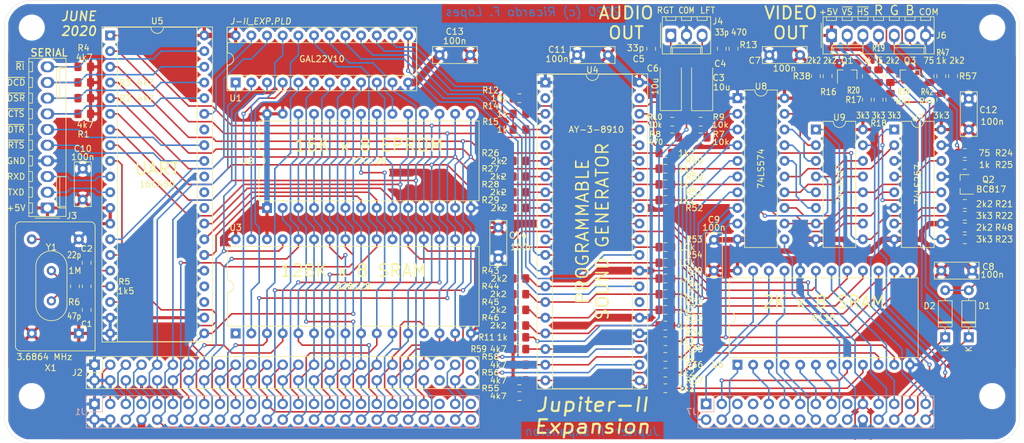
<source format=kicad_pcb>
(kicad_pcb (version 20171130) (host pcbnew "(5.1.6)-1")
  (layers (0 F.Cu signal) (31 B.Cu signal) (34 B.Paste user) (35 F.Paste user) (36 B.SilkS user) (37 F.SilkS user) (38 B.Mask user) (39 F.Mask user) (44 Edge.Cuts user))
  (net 0 "")
  (net 1 +5V)
  (net 2 "Net-(D1-Pad2)")
  (net 3 /COLOUR/INTENSITY)
  (net 4 /~IORQ)
  (net 5 ~VSYNC)
  (net 6 /COLOUR/BLUE)
  (net 7 /COLOUR/GREEN)
  (net 8 /COLOUR/RED)
  (net 9 PAPER_I)
  (net 10 PAPER_R)
  (net 11 PAPER_G)
  (net 12 PAPER_B)
  (net 13 INK_I)
  (net 14 INK_R)
  (net 15 INK_G)
  (net 16 INK_B)
  (net 17 BORDER_I)
  (net 18 BORDER_R)
  (net 19 BORDER_G)
  (net 20 BORDER_B)
  (net 21 /~MREQ)
  (net 22 /~CLK)
  (net 23 /~RD)
  (net 24 /~WR)
  (net 25 /~RESET)
  (net 26 /PSGBDIR)
  (net 27 /PSGBC1)
  (net 28 /XPAGE1)
  (net 29 /XPAGE0)
  (net 30 /XA16)
  (net 31 /XA15)
  (net 32 /~XRAM)
  (net 33 /~XROM)
  (net 34 GNDD)
  (net 35 "Net-(C6-Pad1)")
  (net 36 /COLOUR/~HSYNC)
  (net 37 /~NMI)
  (net 38 +9V)
  (net 39 /~HALT)
  (net 40 /~BUSACK)
  (net 41 /~WAIT)
  (net 42 /~BUSRQ)
  (net 43 /~M1)
  (net 44 /~RFSH)
  (net 45 /~WE)
  (net 46 /~ROMSL)
  (net 47 /COLOUR/VA3)
  (net 48 /COLOUR/VA0)
  (net 49 /COLOUR/VA5)
  (net 50 /COLOUR/VA4)
  (net 51 /COLOUR/VA6)
  (net 52 /COLOUR/VA2)
  (net 53 /COLOUR/~VRAMWR)
  (net 54 /COLOUR/VA8)
  (net 55 /COLOUR/VA7)
  (net 56 /COLOUR/VA9)
  (net 57 /COLOUR/VA1)
  (net 58 /COLOUR/~VLOAD)
  (net 59 /COLOUR/~SCRRAM)
  (net 60 /COLOUR/LUMA)
  (net 61 /COLOUR/BLANK)
  (net 62 "Net-(R10-Pad1)")
  (net 63 "Net-(Q3-Pad1)")
  (net 64 "Net-(Q1-Pad1)")
  (net 65 "Net-(Q1-Pad2)")
  (net 66 "Net-(Q2-Pad2)")
  (net 67 "Net-(Q3-Pad2)")
  (net 68 "Net-(C5-Pad2)")
  (net 69 A11)
  (net 70 A12)
  (net 71 A13)
  (net 72 A14)
  (net 73 A15)
  (net 74 D4)
  (net 75 D3)
  (net 76 D5)
  (net 77 A2)
  (net 78 A6)
  (net 79 A10)
  (net 80 A5)
  (net 81 A9)
  (net 82 A4)
  (net 83 A8)
  (net 84 A3)
  (net 85 A7)
  (net 86 A1)
  (net 87 A0)
  (net 88 D0)
  (net 89 D1)
  (net 90 D2)
  (net 91 D6)
  (net 92 D7)
  (net 93 "Net-(J1-Pad45)")
  (net 94 "Net-(J1-Pad46)")
  (net 95 "Net-(J1-Pad49)")
  (net 96 "Net-(J1-Pad50)")
  (net 97 "Net-(J2-Pad45)")
  (net 98 "Net-(J2-Pad46)")
  (net 99 "Net-(J2-Pad49)")
  (net 100 "Net-(J2-Pad50)")
  (net 101 "Net-(C3-Pad2)")
  (net 102 /~CTS)
  (net 103 /~DSR)
  (net 104 /~DCD)
  (net 105 /~RI)
  (net 106 "Net-(C1-Pad2)")
  (net 107 "Net-(R5-Pad2)")
  (net 108 "Net-(C2-Pad2)")
  (net 109 "Net-(C3-Pad1)")
  (net 110 "Net-(R15-Pad1)")
  (net 111 "Net-(R8-Pad2)")
  (net 112 "Net-(R12-Pad2)")
  (net 113 "Net-(R30-Pad1)")
  (net 114 "Net-(R31-Pad1)")
  (net 115 "Net-(R32-Pad1)")
  (net 116 "Net-(R33-Pad1)")
  (net 117 "Net-(R34-Pad1)")
  (net 118 "Net-(R35-Pad1)")
  (net 119 "Net-(R36-Pad1)")
  (net 120 "Net-(R37-Pad1)")
  (net 121 "Net-(U4-Pad2)")
  (net 122 "Net-(U4-Pad5)")
  (net 123 "Net-(U4-Pad26)")
  (net 124 "Net-(U4-Pad39)")
  (net 125 /~DTR)
  (net 126 /~RTS)
  (net 127 /TXD)
  (net 128 /RXD)
  (net 129 /COLOUR/VD2)
  (net 130 /COLOUR/VD3)
  (net 131 /COLOUR/VD1)
  (net 132 /COLOUR/VD4)
  (net 133 /COLOUR/VD0)
  (net 134 /COLOUR/VD7)
  (net 135 /COLOUR/VD5)
  (net 136 /COLOUR/VD6)
  (net 137 /COLOUR/~VSYNC)
  (net 138 /COLOUR/BORDER)
  (net 139 /UARTRST)
  (net 140 /~UART)
  (net 141 "Net-(U5-Pad15)")
  (net 142 "Net-(U5-Pad34)")
  (net 143 "Net-(U5-Pad31)")
  (net 144 "Net-(U5-Pad30)")
  (net 145 "Net-(U5-Pad29)")
  (net 146 "Net-(U5-Pad24)")
  (net 147 "Net-(U5-Pad23)")
  (net 148 /COLOUR/B)
  (net 149 /COLOUR/G)
  (net 150 /COLOUR/R)
  (net 151 "Net-(R49-Pad2)")
  (net 152 "Net-(R50-Pad2)")
  (net 153 "Net-(R51-Pad2)")
  (net 154 "Net-(R52-Pad2)")
  (net 155 "Net-(U8-Pad19)")
  (net 156 "Net-(U8-Pad18)")
  (net 157 "Net-(U8-Pad17)")
  (net 158 "Net-(U8-Pad16)")
  (net 159 "Net-(U8-Pad15)")
  (net 160 "Net-(U8-Pad14)")
  (net 161 "Net-(U8-Pad13)")
  (net 162 "Net-(U8-Pad12)")
  (net 163 /SPEAKER)
  (net 164 SPAGE)
  (net 165 CPAGE)
  (module Resistor_SMD:R_0805_2012Metric_Pad1.15x1.40mm_HandSolder (layer F.Cu) (at 142.485 119.38)
    (fp_text reference R59 (at -6.595 0) (layer F.SilkS) (effects (font (size 1 0.9))))
    (fp_text value 4k7 (at -3.42 0) (layer F.SilkS))
    (pad 2 smd roundrect (at 1.025 0) (size 1.15 1.4) (layers F.Cu F.Paste F.Mask) (roundrect_rratio 0.217391) (net 13 INK_I))
    (pad 1 smd roundrect (at -1.025 0) (size 1.15 1.4) (layers F.Cu F.Paste F.Mask) (roundrect_rratio 0.217391) (net 1 +5V))
  )
  (module Resistor_SMD:R_0805_2012Metric_Pad1.15x1.40mm_HandSolder (layer F.Cu) (at 142.485 121.92)
    (fp_text reference R58 (at -4.69 -1.27) (layer F.SilkS) (effects (font (size 0.9 1))))
    (fp_text value 4k7 (at -3.42 0) (layer F.SilkS))
    (pad 2 smd roundrect (at 1.025 0) (size 1.15 1.4) (layers F.Cu F.Paste F.Mask) (roundrect_rratio 0.217391) (net 14 INK_R))
    (pad 1 smd roundrect (at -1.025 0) (size 1.15 1.4) (layers F.Cu F.Paste F.Mask) (roundrect_rratio 0.217391) (net 1 +5V))
  )
  (module Resistor_SMD:R_0805_2012Metric_Pad1.15x1.40mm_HandSolder (layer F.Cu) (at 142.485 124.46)
    (fp_text reference R56 (at -4.69 -1.27) (layer F.SilkS) (effects (font (size 0.9 1))))
    (fp_text value 4k7 (at -3.42 0) (layer F.SilkS))
    (pad 2 smd roundrect (at 1.025 0) (size 1.15 1.4) (layers F.Cu F.Paste F.Mask) (roundrect_rratio 0.217391) (net 15 INK_G))
    (pad 1 smd roundrect (at -1.025 0) (size 1.15 1.4) (layers F.Cu F.Paste F.Mask) (roundrect_rratio 0.217391) (net 1 +5V))
  )
  (module Resistor_SMD:R_0805_2012Metric_Pad1.15x1.40mm_HandSolder (layer F.Cu) (at 142.485 127)
    (fp_text reference R55 (at -4.69 -1.27) (layer F.SilkS) (effects (font (size 0.9 1))))
    (fp_text value 4k7 (at -3.42 0) (layer F.SilkS) (effects (font (size 0.9 1))))
    (pad 2 smd roundrect (at 1.025 0) (size 1.15 1.4) (layers F.Cu F.Paste F.Mask) (roundrect_rratio 0.217391) (net 16 INK_B))
    (pad 1 smd roundrect (at -1.025 0) (size 1.15 1.4) (layers F.Cu F.Paste F.Mask) (roundrect_rratio 0.217391) (net 1 +5V))
  )
  (module Resistor_SMD:R_0805_2012Metric_Pad1.15x1.40mm_HandSolder (layer F.Cu) (at 166.125 105.41)
    (fp_text reference R54 (at 4.69 -1.27) (layer F.SilkS) (effects (font (size 1 0.9))))
    (fp_text value 10k (at 3.42 0) (layer F.SilkS))
    (pad 2 smd roundrect (at 1.025 0) (size 1.15 1.4) (layers F.Cu F.Paste F.Mask) (roundrect_rratio 0.217391) (net 1 +5V))
    (pad 1 smd roundrect (at -1.025 0) (size 1.15 1.4) (layers F.Cu F.Paste F.Mask) (roundrect_rratio 0.217391) (net 29 /XPAGE0))
  )
  (module Resistor_SMD:R_0805_2012Metric_Pad1.15x1.40mm_HandSolder (layer F.Cu) (at 166.125 102.87)
    (fp_text reference R53 (at 4.69 -1.27) (layer F.SilkS) (effects (font (size 1 0.9))))
    (fp_text value 10k (at 3.42 0) (layer F.SilkS))
    (pad 2 smd roundrect (at 1.025 0) (size 1.15 1.4) (layers F.Cu F.Paste F.Mask) (roundrect_rratio 0.217391) (net 1 +5V))
    (pad 1 smd roundrect (at -1.025 0) (size 1.15 1.4) (layers F.Cu F.Paste F.Mask) (roundrect_rratio 0.217391) (net 28 /XPAGE1))
  )
  (module Package_DIP:DIP-40_W15.24mm_Socket (layer F.Cu) (at 146.685 76.2)
    (fp_text reference U4 (at 7.62 -2.032) (layer F.SilkS))
    (fp_text value AY-3-8910 (at 8.255 7.62) (layer F.SilkS))
    (pad 40 thru_hole oval (at 15.24 0) (size 1.6 1.6) (drill 0.8) (layers *.Cu *.Mask) (net 1 +5V))
    (pad 20 thru_hole oval (at 0 48.26) (size 1.6 1.6) (drill 0.8) (layers *.Cu *.Mask) (net 15 INK_G))
    (pad 39 thru_hole oval (at 15.24 2.54) (size 1.6 1.6) (drill 0.8) (layers *.Cu *.Mask) (net 124 "Net-(U4-Pad39)"))
    (pad 19 thru_hole oval (at 0 45.72) (size 1.6 1.6) (drill 0.8) (layers *.Cu *.Mask) (net 14 INK_R))
    (pad 38 thru_hole oval (at 15.24 5.08) (size 1.6 1.6) (drill 0.8) (layers *.Cu *.Mask) (net 111 "Net-(R8-Pad2)"))
    (pad 18 thru_hole oval (at 0 43.18) (size 1.6 1.6) (drill 0.8) (layers *.Cu *.Mask) (net 13 INK_I))
    (pad 37 thru_hole oval (at 15.24 7.62) (size 1.6 1.6) (drill 0.8) (layers *.Cu *.Mask) (net 88 D0))
    (pad 17 thru_hole oval (at 0 40.64) (size 1.6 1.6) (drill 0.8) (layers *.Cu *.Mask) (net 12 PAPER_B))
    (pad 36 thru_hole oval (at 15.24 10.16) (size 1.6 1.6) (drill 0.8) (layers *.Cu *.Mask) (net 89 D1))
    (pad 16 thru_hole oval (at 0 38.1) (size 1.6 1.6) (drill 0.8) (layers *.Cu *.Mask) (net 11 PAPER_G))
    (pad 35 thru_hole oval (at 15.24 12.7) (size 1.6 1.6) (drill 0.8) (layers *.Cu *.Mask) (net 90 D2))
    (pad 15 thru_hole oval (at 0 35.56) (size 1.6 1.6) (drill 0.8) (layers *.Cu *.Mask) (net 10 PAPER_R))
    (pad 34 thru_hole oval (at 15.24 15.24) (size 1.6 1.6) (drill 0.8) (layers *.Cu *.Mask) (net 75 D3))
    (pad 14 thru_hole oval (at 0 33.02) (size 1.6 1.6) (drill 0.8) (layers *.Cu *.Mask) (net 9 PAPER_I))
    (pad 33 thru_hole oval (at 15.24 17.78) (size 1.6 1.6) (drill 0.8) (layers *.Cu *.Mask) (net 74 D4))
    (pad 13 thru_hole oval (at 0 30.48) (size 1.6 1.6) (drill 0.8) (layers *.Cu *.Mask) (net 29 /XPAGE0))
    (pad 32 thru_hole oval (at 15.24 20.32) (size 1.6 1.6) (drill 0.8) (layers *.Cu *.Mask) (net 76 D5))
    (pad 12 thru_hole oval (at 0 27.94) (size 1.6 1.6) (drill 0.8) (layers *.Cu *.Mask) (net 28 /XPAGE1))
    (pad 31 thru_hole oval (at 15.24 22.86) (size 1.6 1.6) (drill 0.8) (layers *.Cu *.Mask) (net 91 D6))
    (pad 11 thru_hole oval (at 0 25.4) (size 1.6 1.6) (drill 0.8) (layers *.Cu *.Mask) (net 164 SPAGE))
    (pad 30 thru_hole oval (at 15.24 25.4) (size 1.6 1.6) (drill 0.8) (layers *.Cu *.Mask) (net 92 D7))
    (pad 10 thru_hole oval (at 0 22.86) (size 1.6 1.6) (drill 0.8) (layers *.Cu *.Mask) (net 165 CPAGE))
    (pad 29 thru_hole oval (at 15.24 27.94) (size 1.6 1.6) (drill 0.8) (layers *.Cu *.Mask) (net 27 /PSGBC1))
    (pad 9 thru_hole oval (at 0 20.32) (size 1.6 1.6) (drill 0.8) (layers *.Cu *.Mask) (net 20 BORDER_B))
    (pad 28 thru_hole oval (at 15.24 30.48) (size 1.6 1.6) (drill 0.8) (layers *.Cu *.Mask) (net 1 +5V))
    (pad 8 thru_hole oval (at 0 17.78) (size 1.6 1.6) (drill 0.8) (layers *.Cu *.Mask) (net 19 BORDER_G))
    (pad 27 thru_hole oval (at 15.24 33.02) (size 1.6 1.6) (drill 0.8) (layers *.Cu *.Mask) (net 26 /PSGBDIR))
    (pad 7 thru_hole oval (at 0 15.24) (size 1.6 1.6) (drill 0.8) (layers *.Cu *.Mask) (net 18 BORDER_R))
    (pad 26 thru_hole oval (at 15.24 35.56) (size 1.6 1.6) (drill 0.8) (layers *.Cu *.Mask) (net 123 "Net-(U4-Pad26)"))
    (pad 6 thru_hole oval (at 0 12.7) (size 1.6 1.6) (drill 0.8) (layers *.Cu *.Mask) (net 17 BORDER_I))
    (pad 25 thru_hole oval (at 15.24 38.1) (size 1.6 1.6) (drill 0.8) (layers *.Cu *.Mask) (net 1 +5V))
    (pad 5 thru_hole oval (at 0 10.16) (size 1.6 1.6) (drill 0.8) (layers *.Cu *.Mask) (net 122 "Net-(U4-Pad5)"))
    (pad 24 thru_hole oval (at 15.24 40.64) (size 1.6 1.6) (drill 0.8) (layers *.Cu *.Mask) (net 34 GNDD))
    (pad 4 thru_hole oval (at 0 7.62) (size 1.6 1.6) (drill 0.8) (layers *.Cu *.Mask) (net 110 "Net-(R15-Pad1)"))
    (pad 23 thru_hole oval (at 15.24 43.18) (size 1.6 1.6) (drill 0.8) (layers *.Cu *.Mask) (net 25 /~RESET))
    (pad 3 thru_hole oval (at 0 5.08) (size 1.6 1.6) (drill 0.8) (layers *.Cu *.Mask) (net 112 "Net-(R12-Pad2)"))
    (pad 22 thru_hole oval (at 15.24 45.72) (size 1.6 1.6) (drill 0.8) (layers *.Cu *.Mask) (net 22 /~CLK))
    (pad 2 thru_hole oval (at 0 2.54) (size 1.6 1.6) (drill 0.8) (layers *.Cu *.Mask) (net 121 "Net-(U4-Pad2)"))
    (pad 21 thru_hole oval (at 15.24 48.26) (size 1.6 1.6) (drill 0.8) (layers *.Cu *.Mask) (net 16 INK_B))
    (pad 1 thru_hole rect (at 0 0) (size 1.6 1.6) (drill 0.8) (layers *.Cu *.Mask) (net 34 GNDD))
  )
  (module Package_DIP:DIP-16_W7.62mm (layer F.Cu) (at 190.5 83.82)
    (fp_text reference U9 (at 3.81 -1.9558) (layer F.SilkS))
    (fp_text value 74LS257 (at 3.81 8.89 90) (layer F.SilkS))
    (pad 16 thru_hole oval (at 7.62 0) (size 1.6 1.6) (drill 0.8) (layers *.Cu *.Mask) (net 1 +5V))
    (pad 8 thru_hole oval (at 0 17.78) (size 1.6 1.6) (drill 0.8) (layers *.Cu *.Mask) (net 34 GNDD))
    (pad 15 thru_hole oval (at 7.62 2.54) (size 1.6 1.6) (drill 0.8) (layers *.Cu *.Mask) (net 138 /COLOUR/BORDER))
    (pad 7 thru_hole oval (at 0 15.24) (size 1.6 1.6) (drill 0.8) (layers *.Cu *.Mask) (net 153 "Net-(R51-Pad2)"))
    (pad 14 thru_hole oval (at 7.62 5.08) (size 1.6 1.6) (drill 0.8) (layers *.Cu *.Mask) (net 159 "Net-(U8-Pad15)"))
    (pad 6 thru_hole oval (at 0 12.7) (size 1.6 1.6) (drill 0.8) (layers *.Cu *.Mask) (net 158 "Net-(U8-Pad16)"))
    (pad 13 thru_hole oval (at 7.62 7.62) (size 1.6 1.6) (drill 0.8) (layers *.Cu *.Mask) (net 160 "Net-(U8-Pad14)"))
    (pad 5 thru_hole oval (at 0 10.16) (size 1.6 1.6) (drill 0.8) (layers *.Cu *.Mask) (net 157 "Net-(U8-Pad17)"))
    (pad 12 thru_hole oval (at 7.62 10.16) (size 1.6 1.6) (drill 0.8) (layers *.Cu *.Mask) (net 152 "Net-(R50-Pad2)"))
    (pad 4 thru_hole oval (at 0 7.62) (size 1.6 1.6) (drill 0.8) (layers *.Cu *.Mask) (net 154 "Net-(R52-Pad2)"))
    (pad 11 thru_hole oval (at 7.62 12.7) (size 1.6 1.6) (drill 0.8) (layers *.Cu *.Mask) (net 161 "Net-(U8-Pad13)"))
    (pad 3 thru_hole oval (at 0 5.08) (size 1.6 1.6) (drill 0.8) (layers *.Cu *.Mask) (net 156 "Net-(U8-Pad18)"))
    (pad 10 thru_hole oval (at 7.62 15.24) (size 1.6 1.6) (drill 0.8) (layers *.Cu *.Mask) (net 162 "Net-(U8-Pad12)"))
    (pad 2 thru_hole oval (at 0 2.54) (size 1.6 1.6) (drill 0.8) (layers *.Cu *.Mask) (net 155 "Net-(U8-Pad19)"))
    (pad 9 thru_hole oval (at 7.62 17.78) (size 1.6 1.6) (drill 0.8) (layers *.Cu *.Mask) (net 151 "Net-(R49-Pad2)"))
    (pad 1 thru_hole rect (at 0 0) (size 1.6 1.6) (drill 0.8) (layers *.Cu *.Mask) (net 60 /COLOUR/LUMA))
  )
  (module Package_DIP:DIP-16_W7.62mm (layer F.Cu) (at 203.2 83.82)
    (fp_text reference U7 (at 3.81 -1.905) (layer F.SilkS))
    (fp_text value 74LS257 (at 3.81 8.89 90) (layer F.SilkS))
    (pad 16 thru_hole oval (at 7.62 0) (size 1.6 1.6) (drill 0.8) (layers *.Cu *.Mask) (net 1 +5V))
    (pad 8 thru_hole oval (at 0 17.78) (size 1.6 1.6) (drill 0.8) (layers *.Cu *.Mask) (net 34 GNDD))
    (pad 15 thru_hole oval (at 7.62 2.54) (size 1.6 1.6) (drill 0.8) (layers *.Cu *.Mask) (net 34 GNDD))
    (pad 7 thru_hole oval (at 0 15.24) (size 1.6 1.6) (drill 0.8) (layers *.Cu *.Mask) (net 7 /COLOUR/GREEN))
    (pad 14 thru_hole oval (at 7.62 5.08) (size 1.6 1.6) (drill 0.8) (layers *.Cu *.Mask) (net 152 "Net-(R50-Pad2)"))
    (pad 6 thru_hole oval (at 0 12.7) (size 1.6 1.6) (drill 0.8) (layers *.Cu *.Mask) (net 34 GNDD))
    (pad 13 thru_hole oval (at 7.62 7.62) (size 1.6 1.6) (drill 0.8) (layers *.Cu *.Mask) (net 34 GNDD))
    (pad 5 thru_hole oval (at 0 10.16) (size 1.6 1.6) (drill 0.8) (layers *.Cu *.Mask) (net 153 "Net-(R51-Pad2)"))
    (pad 12 thru_hole oval (at 7.62 10.16) (size 1.6 1.6) (drill 0.8) (layers *.Cu *.Mask) (net 8 /COLOUR/RED))
    (pad 4 thru_hole oval (at 0 7.62) (size 1.6 1.6) (drill 0.8) (layers *.Cu *.Mask) (net 6 /COLOUR/BLUE))
    (pad 11 thru_hole oval (at 7.62 12.7) (size 1.6 1.6) (drill 0.8) (layers *.Cu *.Mask) (net 151 "Net-(R49-Pad2)"))
    (pad 3 thru_hole oval (at 0 5.08) (size 1.6 1.6) (drill 0.8) (layers *.Cu *.Mask) (net 34 GNDD))
    (pad 10 thru_hole oval (at 7.62 15.24) (size 1.6 1.6) (drill 0.8) (layers *.Cu *.Mask) (net 34 GNDD))
    (pad 2 thru_hole oval (at 0 2.54) (size 1.6 1.6) (drill 0.8) (layers *.Cu *.Mask) (net 154 "Net-(R52-Pad2)"))
    (pad 9 thru_hole oval (at 7.62 17.78) (size 1.6 1.6) (drill 0.8) (layers *.Cu *.Mask) (net 3 /COLOUR/INTENSITY))
    (pad 1 thru_hole rect (at 0 0) (size 1.6 1.6) (drill 0.8) (layers *.Cu *.Mask) (net 61 /COLOUR/BLANK))
  )
  (module Package_DIP:DIP-40_W15.24mm_Socket (layer F.Cu) (at 76.2 68.58)
    (fp_text reference U5 (at 7.62 -2.33) (layer F.SilkS))
    (fp_text value 16C450 (at 7.62 24.13) (layer F.SilkS))
    (pad 1 thru_hole rect (at 0 0) (size 1.6 1.6) (drill 0.8) (layers *.Cu *.Mask) (net 88 D0))
    (pad 21 thru_hole oval (at 15.24 48.26) (size 1.6 1.6) (drill 0.8) (layers *.Cu *.Mask) (net 23 /~RD))
    (pad 2 thru_hole oval (at 0 2.54) (size 1.6 1.6) (drill 0.8) (layers *.Cu *.Mask) (net 89 D1))
    (pad 22 thru_hole oval (at 15.24 45.72) (size 1.6 1.6) (drill 0.8) (layers *.Cu *.Mask) (net 34 GNDD))
    (pad 3 thru_hole oval (at 0 5.08) (size 1.6 1.6) (drill 0.8) (layers *.Cu *.Mask) (net 90 D2))
    (pad 23 thru_hole oval (at 15.24 43.18) (size 1.6 1.6) (drill 0.8) (layers *.Cu *.Mask) (net 147 "Net-(U5-Pad23)"))
    (pad 4 thru_hole oval (at 0 7.62) (size 1.6 1.6) (drill 0.8) (layers *.Cu *.Mask) (net 75 D3))
    (pad 24 thru_hole oval (at 15.24 40.64) (size 1.6 1.6) (drill 0.8) (layers *.Cu *.Mask) (net 146 "Net-(U5-Pad24)"))
    (pad 5 thru_hole oval (at 0 10.16) (size 1.6 1.6) (drill 0.8) (layers *.Cu *.Mask) (net 74 D4))
    (pad 25 thru_hole oval (at 15.24 38.1) (size 1.6 1.6) (drill 0.8) (layers *.Cu *.Mask) (net 34 GNDD))
    (pad 6 thru_hole oval (at 0 12.7) (size 1.6 1.6) (drill 0.8) (layers *.Cu *.Mask) (net 76 D5))
    (pad 26 thru_hole oval (at 15.24 35.56) (size 1.6 1.6) (drill 0.8) (layers *.Cu *.Mask) (net 84 A3))
    (pad 7 thru_hole oval (at 0 15.24) (size 1.6 1.6) (drill 0.8) (layers *.Cu *.Mask) (net 91 D6))
    (pad 27 thru_hole oval (at 15.24 33.02) (size 1.6 1.6) (drill 0.8) (layers *.Cu *.Mask) (net 77 A2))
    (pad 8 thru_hole oval (at 0 17.78) (size 1.6 1.6) (drill 0.8) (layers *.Cu *.Mask) (net 92 D7))
    (pad 28 thru_hole oval (at 15.24 30.48) (size 1.6 1.6) (drill 0.8) (layers *.Cu *.Mask) (net 86 A1))
    (pad 9 thru_hole oval (at 0 20.32) (size 1.6 1.6) (drill 0.8) (layers *.Cu *.Mask) (net 141 "Net-(U5-Pad15)"))
    (pad 29 thru_hole oval (at 15.24 27.94) (size 1.6 1.6) (drill 0.8) (layers *.Cu *.Mask) (net 145 "Net-(U5-Pad29)"))
    (pad 10 thru_hole oval (at 0 22.86) (size 1.6 1.6) (drill 0.8) (layers *.Cu *.Mask) (net 128 /RXD))
    (pad 30 thru_hole oval (at 15.24 25.4) (size 1.6 1.6) (drill 0.8) (layers *.Cu *.Mask) (net 144 "Net-(U5-Pad30)"))
    (pad 11 thru_hole oval (at 0 25.4) (size 1.6 1.6) (drill 0.8) (layers *.Cu *.Mask) (net 127 /TXD))
    (pad 31 thru_hole oval (at 15.24 22.86) (size 1.6 1.6) (drill 0.8) (layers *.Cu *.Mask) (net 143 "Net-(U5-Pad31)"))
    (pad 12 thru_hole oval (at 0 27.94) (size 1.6 1.6) (drill 0.8) (layers *.Cu *.Mask) (net 1 +5V))
    (pad 32 thru_hole oval (at 15.24 20.32) (size 1.6 1.6) (drill 0.8) (layers *.Cu *.Mask) (net 126 /~RTS))
    (pad 13 thru_hole oval (at 0 30.48) (size 1.6 1.6) (drill 0.8) (layers *.Cu *.Mask) (net 1 +5V))
    (pad 33 thru_hole oval (at 15.24 17.78) (size 1.6 1.6) (drill 0.8) (layers *.Cu *.Mask) (net 125 /~DTR))
    (pad 14 thru_hole oval (at 0 33.02) (size 1.6 1.6) (drill 0.8) (layers *.Cu *.Mask) (net 140 /~UART))
    (pad 34 thru_hole oval (at 15.24 15.24) (size 1.6 1.6) (drill 0.8) (layers *.Cu *.Mask) (net 142 "Net-(U5-Pad34)"))
    (pad 15 thru_hole oval (at 0 35.56) (size 1.6 1.6) (drill 0.8) (layers *.Cu *.Mask) (net 141 "Net-(U5-Pad15)"))
    (pad 35 thru_hole oval (at 15.24 12.7) (size 1.6 1.6) (drill 0.8) (layers *.Cu *.Mask) (net 139 /UARTRST))
    (pad 16 thru_hole oval (at 0 38.1) (size 1.6 1.6) (drill 0.8) (layers *.Cu *.Mask) (net 108 "Net-(C2-Pad2)"))
    (pad 36 thru_hole oval (at 15.24 10.16) (size 1.6 1.6) (drill 0.8) (layers *.Cu *.Mask) (net 102 /~CTS))
    (pad 17 thru_hole oval (at 0 40.64) (size 1.6 1.6) (drill 0.8) (layers *.Cu *.Mask) (net 107 "Net-(R5-Pad2)"))
    (pad 37 thru_hole oval (at 15.24 7.62) (size 1.6 1.6) (drill 0.8) (layers *.Cu *.Mask) (net 103 /~DSR))
    (pad 18 thru_hole oval (at 0 43.18) (size 1.6 1.6) (drill 0.8) (layers *.Cu *.Mask) (net 24 /~WR))
    (pad 38 thru_hole oval (at 15.24 5.08) (size 1.6 1.6) (drill 0.8) (layers *.Cu *.Mask) (net 104 /~DCD))
    (pad 19 thru_hole oval (at 0 45.72) (size 1.6 1.6) (drill 0.8) (layers *.Cu *.Mask) (net 34 GNDD))
    (pad 39 thru_hole oval (at 15.24 2.54) (size 1.6 1.6) (drill 0.8) (layers *.Cu *.Mask) (net 105 /~RI))
    (pad 20 thru_hole oval (at 0 48.26) (size 1.6 1.6) (drill 0.8) (layers *.Cu *.Mask) (net 34 GNDD))
    (pad 40 thru_hole oval (at 15.24 0) (size 1.6 1.6) (drill 0.8) (layers *.Cu *.Mask) (net 1 +5V))
  )
  (module Package_DIP:DIP-32_W15.24mm (layer F.Cu) (at 96.52 116.84 90)
    (fp_text reference U3 (at 17.145 0 180) (layer F.SilkS))
    (fp_text value 628128 (at 7.62 19.05 180) (layer F.SilkS))
    (pad 32 thru_hole oval (at 15.24 0 90) (size 1.6 1.6) (drill 0.8) (layers *.Cu *.Mask) (net 1 +5V))
    (pad 16 thru_hole oval (at 0 38.1 90) (size 1.6 1.6) (drill 0.8) (layers *.Cu *.Mask) (net 34 GNDD))
    (pad 31 thru_hole oval (at 15.24 2.54 90) (size 1.6 1.6) (drill 0.8) (layers *.Cu *.Mask) (net 31 /XA15))
    (pad 15 thru_hole oval (at 0 35.56 90) (size 1.6 1.6) (drill 0.8) (layers *.Cu *.Mask) (net 90 D2))
    (pad 30 thru_hole oval (at 15.24 5.08 90) (size 1.6 1.6) (drill 0.8) (layers *.Cu *.Mask) (net 1 +5V))
    (pad 14 thru_hole oval (at 0 33.02 90) (size 1.6 1.6) (drill 0.8) (layers *.Cu *.Mask) (net 89 D1))
    (pad 29 thru_hole oval (at 15.24 7.62 90) (size 1.6 1.6) (drill 0.8) (layers *.Cu *.Mask) (net 24 /~WR))
    (pad 13 thru_hole oval (at 0 30.48 90) (size 1.6 1.6) (drill 0.8) (layers *.Cu *.Mask) (net 88 D0))
    (pad 28 thru_hole oval (at 15.24 10.16 90) (size 1.6 1.6) (drill 0.8) (layers *.Cu *.Mask) (net 71 A13))
    (pad 12 thru_hole oval (at 0 27.94 90) (size 1.6 1.6) (drill 0.8) (layers *.Cu *.Mask) (net 87 A0))
    (pad 27 thru_hole oval (at 15.24 12.7 90) (size 1.6 1.6) (drill 0.8) (layers *.Cu *.Mask) (net 83 A8))
    (pad 11 thru_hole oval (at 0 25.4 90) (size 1.6 1.6) (drill 0.8) (layers *.Cu *.Mask) (net 86 A1))
    (pad 26 thru_hole oval (at 15.24 15.24 90) (size 1.6 1.6) (drill 0.8) (layers *.Cu *.Mask) (net 81 A9))
    (pad 10 thru_hole oval (at 0 22.86 90) (size 1.6 1.6) (drill 0.8) (layers *.Cu *.Mask) (net 77 A2))
    (pad 25 thru_hole oval (at 15.24 17.78 90) (size 1.6 1.6) (drill 0.8) (layers *.Cu *.Mask) (net 69 A11))
    (pad 9 thru_hole oval (at 0 20.32 90) (size 1.6 1.6) (drill 0.8) (layers *.Cu *.Mask) (net 84 A3))
    (pad 24 thru_hole oval (at 15.24 20.32 90) (size 1.6 1.6) (drill 0.8) (layers *.Cu *.Mask) (net 23 /~RD))
    (pad 8 thru_hole oval (at 0 17.78 90) (size 1.6 1.6) (drill 0.8) (layers *.Cu *.Mask) (net 82 A4))
    (pad 23 thru_hole oval (at 15.24 22.86 90) (size 1.6 1.6) (drill 0.8) (layers *.Cu *.Mask) (net 79 A10))
    (pad 7 thru_hole oval (at 0 15.24 90) (size 1.6 1.6) (drill 0.8) (layers *.Cu *.Mask) (net 80 A5))
    (pad 22 thru_hole oval (at 15.24 25.4 90) (size 1.6 1.6) (drill 0.8) (layers *.Cu *.Mask) (net 32 /~XRAM))
    (pad 6 thru_hole oval (at 0 12.7 90) (size 1.6 1.6) (drill 0.8) (layers *.Cu *.Mask) (net 78 A6))
    (pad 21 thru_hole oval (at 15.24 27.94 90) (size 1.6 1.6) (drill 0.8) (layers *.Cu *.Mask) (net 92 D7))
    (pad 5 thru_hole oval (at 0 10.16 90) (size 1.6 1.6) (drill 0.8) (layers *.Cu *.Mask) (net 85 A7))
    (pad 20 thru_hole oval (at 15.24 30.48 90) (size 1.6 1.6) (drill 0.8) (layers *.Cu *.Mask) (net 91 D6))
    (pad 4 thru_hole oval (at 0 7.62 90) (size 1.6 1.6) (drill 0.8) (layers *.Cu *.Mask) (net 70 A12))
    (pad 19 thru_hole oval (at 15.24 33.02 90) (size 1.6 1.6) (drill 0.8) (layers *.Cu *.Mask) (net 76 D5))
    (pad 3 thru_hole oval (at 0 5.08 90) (size 1.6 1.6) (drill 0.8) (layers *.Cu *.Mask) (net 72 A14))
    (pad 18 thru_hole oval (at 15.24 35.56 90) (size 1.6 1.6) (drill 0.8) (layers *.Cu *.Mask) (net 74 D4))
    (pad 2 thru_hole oval (at 0 2.54 90) (size 1.6 1.6) (drill 0.8) (layers *.Cu *.Mask) (net 30 /XA16))
    (pad 17 thru_hole oval (at 15.24 38.1 90) (size 1.6 1.6) (drill 0.8) (layers *.Cu *.Mask) (net 75 D3))
    (pad 1 thru_hole rect (at 0 0 90) (size 1.6 1.6) (drill 0.8) (layers *.Cu *.Mask))
  )
  (module Connector_PinHeader_2.54mm:PinHeader_2x25_P2.54mm_Vertical (layer B.Cu) (at 73.66 128.27 270)
    (fp_text reference J1 (at 1.27 2.33 180) (layer B.SilkS) (effects (justify mirror)))
    (fp_text value Conn_02x25_Odd_Even)
    (pad 50 thru_hole oval (at 2.54 -60.96 270) (size 1.7 1.7) (drill 1) (layers *.Cu *.Mask) (net 96 "Net-(J1-Pad50)"))
    (pad 49 thru_hole oval (at 0 -60.96 270) (size 1.7 1.7) (drill 1) (layers *.Cu *.Mask) (net 95 "Net-(J1-Pad49)"))
    (pad 48 thru_hole oval (at 2.54 -58.42 270) (size 1.7 1.7) (drill 1) (layers *.Cu *.Mask) (net 163 /SPEAKER))
    (pad 47 thru_hole oval (at 0 -58.42 270) (size 1.7 1.7) (drill 1) (layers *.Cu *.Mask) (net 46 /~ROMSL))
    (pad 46 thru_hole oval (at 2.54 -55.88 270) (size 1.7 1.7) (drill 1) (layers *.Cu *.Mask) (net 94 "Net-(J1-Pad46)"))
    (pad 45 thru_hole oval (at 0 -55.88 270) (size 1.7 1.7) (drill 1) (layers *.Cu *.Mask) (net 93 "Net-(J1-Pad45)"))
    (pad 44 thru_hole oval (at 2.54 -53.34 270) (size 1.7 1.7) (drill 1) (layers *.Cu *.Mask) (net 45 /~WE))
    (pad 43 thru_hole oval (at 0 -53.34 270) (size 1.7 1.7) (drill 1) (layers *.Cu *.Mask) (net 92 D7))
    (pad 42 thru_hole oval (at 2.54 -50.8 270) (size 1.7 1.7) (drill 1) (layers *.Cu *.Mask) (net 91 D6))
    (pad 41 thru_hole oval (at 0 -50.8 270) (size 1.7 1.7) (drill 1) (layers *.Cu *.Mask) (net 90 D2))
    (pad 40 thru_hole oval (at 2.54 -48.26 270) (size 1.7 1.7) (drill 1) (layers *.Cu *.Mask) (net 89 D1))
    (pad 39 thru_hole oval (at 0 -48.26 270) (size 1.7 1.7) (drill 1) (layers *.Cu *.Mask) (net 88 D0))
    (pad 38 thru_hole oval (at 2.54 -45.72 270) (size 1.7 1.7) (drill 1) (layers *.Cu *.Mask) (net 87 A0))
    (pad 37 thru_hole oval (at 0 -45.72 270) (size 1.7 1.7) (drill 1) (layers *.Cu *.Mask) (net 86 A1))
    (pad 36 thru_hole oval (at 2.54 -43.18 270) (size 1.7 1.7) (drill 1) (layers *.Cu *.Mask) (net 85 A7))
    (pad 35 thru_hole oval (at 0 -43.18 270) (size 1.7 1.7) (drill 1) (layers *.Cu *.Mask) (net 84 A3))
    (pad 34 thru_hole oval (at 2.54 -40.64 270) (size 1.7 1.7) (drill 1) (layers *.Cu *.Mask) (net 83 A8))
    (pad 33 thru_hole oval (at 0 -40.64 270) (size 1.7 1.7) (drill 1) (layers *.Cu *.Mask) (net 82 A4))
    (pad 32 thru_hole oval (at 2.54 -38.1 270) (size 1.7 1.7) (drill 1) (layers *.Cu *.Mask) (net 81 A9))
    (pad 31 thru_hole oval (at 0 -38.1 270) (size 1.7 1.7) (drill 1) (layers *.Cu *.Mask) (net 80 A5))
    (pad 30 thru_hole oval (at 2.54 -35.56 270) (size 1.7 1.7) (drill 1) (layers *.Cu *.Mask) (net 79 A10))
    (pad 29 thru_hole oval (at 0 -35.56 270) (size 1.7 1.7) (drill 1) (layers *.Cu *.Mask) (net 78 A6))
    (pad 28 thru_hole oval (at 2.54 -33.02 270) (size 1.7 1.7) (drill 1) (layers *.Cu *.Mask) (net 77 A2))
    (pad 27 thru_hole oval (at 0 -33.02 270) (size 1.7 1.7) (drill 1) (layers *.Cu *.Mask) (net 44 /~RFSH))
    (pad 26 thru_hole oval (at 2.54 -30.48 270) (size 1.7 1.7) (drill 1) (layers *.Cu *.Mask) (net 76 D5))
    (pad 25 thru_hole oval (at 0 -30.48 270) (size 1.7 1.7) (drill 1) (layers *.Cu *.Mask) (net 43 /~M1))
    (pad 24 thru_hole oval (at 2.54 -27.94 270) (size 1.7 1.7) (drill 1) (layers *.Cu *.Mask) (net 75 D3))
    (pad 23 thru_hole oval (at 0 -27.94 270) (size 1.7 1.7) (drill 1) (layers *.Cu *.Mask) (net 25 /~RESET))
    (pad 22 thru_hole oval (at 2.54 -25.4 270) (size 1.7 1.7) (drill 1) (layers *.Cu *.Mask) (net 74 D4))
    (pad 21 thru_hole oval (at 0 -25.4 270) (size 1.7 1.7) (drill 1) (layers *.Cu *.Mask) (net 42 /~BUSRQ))
    (pad 20 thru_hole oval (at 2.54 -22.86 270) (size 1.7 1.7) (drill 1) (layers *.Cu *.Mask) (net 73 A15))
    (pad 19 thru_hole oval (at 0 -22.86 270) (size 1.7 1.7) (drill 1) (layers *.Cu *.Mask) (net 41 /~WAIT))
    (pad 18 thru_hole oval (at 2.54 -20.32 270) (size 1.7 1.7) (drill 1) (layers *.Cu *.Mask) (net 72 A14))
    (pad 17 thru_hole oval (at 0 -20.32 270) (size 1.7 1.7) (drill 1) (layers *.Cu *.Mask) (net 40 /~BUSACK))
    (pad 16 thru_hole oval (at 2.54 -17.78 270) (size 1.7 1.7) (drill 1) (layers *.Cu *.Mask) (net 71 A13))
    (pad 15 thru_hole oval (at 0 -17.78 270) (size 1.7 1.7) (drill 1) (layers *.Cu *.Mask) (net 24 /~WR))
    (pad 14 thru_hole oval (at 2.54 -15.24 270) (size 1.7 1.7) (drill 1) (layers *.Cu *.Mask) (net 70 A12))
    (pad 13 thru_hole oval (at 0 -15.24 270) (size 1.7 1.7) (drill 1) (layers *.Cu *.Mask) (net 23 /~RD))
    (pad 12 thru_hole oval (at 2.54 -12.7 270) (size 1.7 1.7) (drill 1) (layers *.Cu *.Mask) (net 69 A11))
    (pad 11 thru_hole oval (at 0 -12.7 270) (size 1.7 1.7) (drill 1) (layers *.Cu *.Mask) (net 4 /~IORQ))
    (pad 10 thru_hole oval (at 2.54 -10.16 270) (size 1.7 1.7) (drill 1) (layers *.Cu *.Mask) (net 22 /~CLK))
    (pad 9 thru_hole oval (at 0 -10.16 270) (size 1.7 1.7) (drill 1) (layers *.Cu *.Mask) (net 21 /~MREQ))
    (pad 8 thru_hole oval (at 2.54 -7.62 270) (size 1.7 1.7) (drill 1) (layers *.Cu *.Mask) (net 1 +5V))
    (pad 7 thru_hole oval (at 0 -7.62 270) (size 1.7 1.7) (drill 1) (layers *.Cu *.Mask) (net 39 /~HALT))
    (pad 6 thru_hole oval (at 2.54 -5.08 270) (size 1.7 1.7) (drill 1) (layers *.Cu *.Mask) (net 38 +9V))
    (pad 5 thru_hole oval (at 0 -5.08 270) (size 1.7 1.7) (drill 1) (layers *.Cu *.Mask) (net 37 /~NMI))
    (pad 4 thru_hole oval (at 2.54 -2.54 270) (size 1.7 1.7) (drill 1) (layers *.Cu *.Mask) (net 34 GNDD))
    (pad 3 thru_hole oval (at 0 -2.54 270) (size 1.7 1.7) (drill 1) (layers *.Cu *.Mask) (net 5 ~VSYNC))
    (pad 2 thru_hole oval (at 2.54 0 270) (size 1.7 1.7) (drill 1) (layers *.Cu *.Mask) (net 34 GNDD))
    (pad 1 thru_hole rect (at 0 0 270) (size 1.7 1.7) (drill 1) (layers *.Cu *.Mask) (net 34 GNDD))
  )
  (module Crystal:Crystal_HC18-U_Vertical (layer F.Cu) (at 66.675 111.58 90)
    (fp_text reference Y1 (at 8.71 0 180) (layer F.SilkS))
    (fp_text value "3.6864 MHz" (at -9.07 -1.143 180) (layer F.SilkS))
    (pad 2 thru_hole circle (at 4.9 0 90) (size 1.5 1.5) (drill 0.8) (layers *.Cu *.Mask) (net 108 "Net-(C2-Pad2)"))
    (pad 1 thru_hole circle (at 0 0 90) (size 1.5 1.5) (drill 0.8) (layers *.Cu *.Mask) (net 106 "Net-(C1-Pad2)"))
  )
  (module Diode_THT:D_DO-35_SOD27_P7.62mm_Horizontal (layer F.Cu) (at 211.455 117.475 90)
    (fp_text reference D2 (at 5.08 -2.54 180) (layer F.SilkS))
    (fp_text value 1N914)
    (fp_text user K (at -1.905 0 90) (layer F.SilkS))
    (pad 2 thru_hole oval (at 7.62 0 90) (size 1.6 1.6) (drill 0.8) (layers *.Cu *.Mask) (net 2 "Net-(D1-Pad2)"))
    (pad 1 thru_hole rect (at 0 0 90) (size 1.6 1.6) (drill 0.8) (layers *.Cu *.Mask) (net 137 /COLOUR/~VSYNC))
  )
  (module Resistor_SMD:R_0805_2012Metric_Pad1.15x1.40mm_HandSolder (layer F.Cu) (at 212.725 75.175 270)
    (fp_text reference R57 (at 0.009 -2.413 180) (layer F.SilkS))
    (fp_text value 2k2 (at -2.531 -0.635 180) (layer F.SilkS) (effects (font (size 1 0.9))))
    (pad 2 smd roundrect (at 1.025 0 270) (size 1.15 1.4) (layers F.Cu F.Paste F.Mask) (roundrect_rratio 0.217391) (net 63 "Net-(Q3-Pad1)"))
    (pad 1 smd roundrect (at -1.025 0 270) (size 1.15 1.4) (layers F.Cu F.Paste F.Mask) (roundrect_rratio 0.217391) (net 34 GNDD))
  )
  (module Resistor_SMD:R_0805_2012Metric_Pad1.15x1.40mm_HandSolder (layer F.Cu) (at 166.125 95.25)
    (fp_text reference R52 (at 4.69 1.27) (layer F.SilkS))
    (fp_text value 1k2 (at 3.429 0) (layer F.SilkS))
    (pad 2 smd roundrect (at 1.025 0) (size 1.15 1.4) (layers F.Cu F.Paste F.Mask) (roundrect_rratio 0.217391) (net 154 "Net-(R52-Pad2)"))
    (pad 1 smd roundrect (at -1.025 0) (size 1.15 1.4) (layers F.Cu F.Paste F.Mask) (roundrect_rratio 0.217391) (net 20 BORDER_B))
  )
  (module Resistor_SMD:R_0805_2012Metric_Pad1.15x1.40mm_HandSolder (layer F.Cu) (at 166.125 92.71)
    (fp_text reference R51 (at 4.69 1.27) (layer F.SilkS))
    (fp_text value 1k2 (at 3.429 0) (layer F.SilkS))
    (pad 2 smd roundrect (at 1.025 0) (size 1.15 1.4) (layers F.Cu F.Paste F.Mask) (roundrect_rratio 0.217391) (net 153 "Net-(R51-Pad2)"))
    (pad 1 smd roundrect (at -1.025 0) (size 1.15 1.4) (layers F.Cu F.Paste F.Mask) (roundrect_rratio 0.217391) (net 19 BORDER_G))
  )
  (module Resistor_SMD:R_0805_2012Metric_Pad1.15x1.40mm_HandSolder (layer F.Cu) (at 166.125 90.17)
    (fp_text reference R50 (at 4.69 1.27) (layer F.SilkS))
    (fp_text value 1k2 (at 3.429 0) (layer F.SilkS))
    (pad 2 smd roundrect (at 1.025 0) (size 1.15 1.4) (layers F.Cu F.Paste F.Mask) (roundrect_rratio 0.217391) (net 152 "Net-(R50-Pad2)"))
    (pad 1 smd roundrect (at -1.025 0) (size 1.15 1.4) (layers F.Cu F.Paste F.Mask) (roundrect_rratio 0.217391) (net 18 BORDER_R))
  )
  (module Resistor_SMD:R_0805_2012Metric_Pad1.15x1.40mm_HandSolder (layer F.Cu) (at 166.125 87.63)
    (fp_text reference R49 (at 4.69 1.27) (layer F.SilkS))
    (fp_text value 1k2 (at 3.429 0) (layer F.SilkS))
    (pad 2 smd roundrect (at 1.025 0) (size 1.15 1.4) (layers F.Cu F.Paste F.Mask) (roundrect_rratio 0.217391) (net 151 "Net-(R49-Pad2)"))
    (pad 1 smd roundrect (at -1.025 0) (size 1.15 1.4) (layers F.Cu F.Paste F.Mask) (roundrect_rratio 0.217391) (net 17 BORDER_I))
  )
  (module Resistor_SMD:R_0805_2012Metric_Pad1.15x1.40mm_HandSolder (layer F.Cu) (at 214.63 99.695)
    (fp_text reference R48 (at 6.35 0) (layer F.SilkS))
    (fp_text value 2k2 (at 3.175 0) (layer F.SilkS))
    (pad 2 smd roundrect (at 1.025 0) (size 1.15 1.4) (layers F.Cu F.Paste F.Mask) (roundrect_rratio 0.217391) (net 2 "Net-(D1-Pad2)"))
    (pad 1 smd roundrect (at -1.025 0) (size 1.15 1.4) (layers F.Cu F.Paste F.Mask) (roundrect_rratio 0.217391) (net 34 GNDD))
  )
  (module Resistor_SMD:R_0805_2012Metric_Pad1.15x1.40mm_HandSolder (layer F.Cu) (at 190.5 75.175 270)
    (fp_text reference R38 (at 0.009 2.286 180) (layer F.SilkS))
    (fp_text value 2k2 (at -2.531 0.254 180) (layer F.SilkS) (effects (font (size 1 0.8))))
    (pad 2 smd roundrect (at 1.025 0 270) (size 1.15 1.4) (layers F.Cu F.Paste F.Mask) (roundrect_rratio 0.217391) (net 64 "Net-(Q1-Pad1)"))
    (pad 1 smd roundrect (at -1.025 0 270) (size 1.15 1.4) (layers F.Cu F.Paste F.Mask) (roundrect_rratio 0.217391) (net 34 GNDD))
  )
  (module Connector_Molex:Molex_KK-254_AE-6410-07A_1x07_P2.54mm_Vertical (layer F.Cu) (at 193.04 68.58)
    (fp_text reference J6 (at 17.78 0) (layer F.SilkS))
    (fp_text value Conn_01x07)
    (pad 7 thru_hole oval (at 15.24 0) (size 1.74 2.19) (drill 1.19) (layers *.Cu *.Mask) (net 34 GNDD))
    (pad 6 thru_hole oval (at 12.7 0) (size 1.74 2.19) (drill 1.19) (layers *.Cu *.Mask) (net 148 /COLOUR/B))
    (pad 5 thru_hole oval (at 10.16 0) (size 1.74 2.19) (drill 1.19) (layers *.Cu *.Mask) (net 149 /COLOUR/G))
    (pad 4 thru_hole oval (at 7.62 0) (size 1.74 2.19) (drill 1.19) (layers *.Cu *.Mask) (net 150 /COLOUR/R))
    (pad 3 thru_hole oval (at 5.08 0) (size 1.74 2.19) (drill 1.19) (layers *.Cu *.Mask) (net 36 /COLOUR/~HSYNC))
    (pad 2 thru_hole oval (at 2.54 0) (size 1.74 2.19) (drill 1.19) (layers *.Cu *.Mask) (net 137 /COLOUR/~VSYNC))
    (pad 1 thru_hole roundrect (at 0 0) (size 1.74 2.19) (drill 1.19) (layers *.Cu *.Mask) (roundrect_rratio 0.143678) (net 1 +5V))
  )
  (module Diode_THT:D_DO-35_SOD27_P7.62mm_Horizontal (layer F.Cu) (at 215.265 117.475 90)
    (fp_text reference D1 (at 5.08 2.54 180) (layer F.SilkS))
    (fp_text value 1N914)
    (fp_text user K (at -1.905 0 90) (layer F.SilkS))
    (pad 2 thru_hole oval (at 7.62 0 90) (size 1.6 1.6) (drill 0.8) (layers *.Cu *.Mask) (net 2 "Net-(D1-Pad2)"))
    (pad 1 thru_hole rect (at 0 0 90) (size 1.6 1.6) (drill 0.8) (layers *.Cu *.Mask) (net 36 /COLOUR/~HSYNC))
  )
  (module Connector_Molex:Molex_KK-254_AE-6410-10A_1x10_P2.54mm_Vertical (layer F.Cu) (at 66.04 96.52 90)
    (fp_text reference J3 (at -1.27 3.937 180) (layer F.SilkS))
    (fp_text value Conn_01x10)
    (pad 10 thru_hole oval (at 22.86 0 90) (size 1.74 2.19) (drill 1.19) (layers *.Cu *.Mask) (net 105 /~RI))
    (pad 9 thru_hole oval (at 20.32 0 90) (size 1.74 2.19) (drill 1.19) (layers *.Cu *.Mask) (net 104 /~DCD))
    (pad 8 thru_hole oval (at 17.78 0 90) (size 1.74 2.19) (drill 1.19) (layers *.Cu *.Mask) (net 103 /~DSR))
    (pad 7 thru_hole oval (at 15.24 0 90) (size 1.74 2.19) (drill 1.19) (layers *.Cu *.Mask) (net 102 /~CTS))
    (pad 6 thru_hole oval (at 12.7 0 90) (size 1.74 2.19) (drill 1.19) (layers *.Cu *.Mask) (net 125 /~DTR))
    (pad 5 thru_hole oval (at 10.16 0 90) (size 1.74 2.19) (drill 1.19) (layers *.Cu *.Mask) (net 126 /~RTS))
    (pad 4 thru_hole oval (at 7.62 0 90) (size 1.74 2.19) (drill 1.19) (layers *.Cu *.Mask) (net 34 GNDD))
    (pad 3 thru_hole oval (at 5.08 0 90) (size 1.74 2.19) (drill 1.19) (layers *.Cu *.Mask) (net 128 /RXD))
    (pad 2 thru_hole oval (at 2.54 0 90) (size 1.74 2.19) (drill 1.19) (layers *.Cu *.Mask) (net 127 /TXD))
    (pad 1 thru_hole roundrect (at 0 0 90) (size 1.74 2.19) (drill 1.19) (layers *.Cu *.Mask) (roundrect_rratio 0.143678) (net 1 +5V))
  )
  (module Capacitor_THT:C_Rect_L7.0mm_W2.5mm_P5.00mm (layer F.Cu) (at 156.845 71.755 180)
    (fp_text reference C11 (at 8.255 0.889) (layer F.SilkS))
    (fp_text value 100n (at 8.255 -0.635) (layer F.SilkS))
    (pad 1 thru_hole circle (at 0 0 180) (size 1.6 1.6) (drill 0.8) (layers *.Cu *.Mask) (net 1 +5V))
    (pad 2 thru_hole circle (at 5 0 180) (size 1.6 1.6) (drill 0.8) (layers *.Cu *.Mask) (net 34 GNDD))
  )
  (module Capacitor_THT:C_Rect_L7.0mm_W2.5mm_P5.00mm (layer F.Cu) (at 71.755 95.17 90)
    (fp_text reference C10 (at 8.2385 0 180) (layer F.SilkS))
    (fp_text value 100n (at 6.905 0 180) (layer F.SilkS))
    (pad 1 thru_hole circle (at 0 0 90) (size 1.6 1.6) (drill 0.8) (layers *.Cu *.Mask) (net 1 +5V))
    (pad 2 thru_hole circle (at 5 0 90) (size 1.6 1.6) (drill 0.8) (layers *.Cu *.Mask) (net 34 GNDD))
  )
  (module Capacitor_Tantalum_SMD:CP_EIA-6032-15_Kemet-U_Pad2.25x2.35mm_HandSolder (layer F.Cu) (at 167.005 76.825 90)
    (fp_text reference C6 (at 2.911 -2.921 180) (layer F.SilkS))
    (fp_text value 10u (at -0.01 -2.54 90) (layer F.SilkS))
    (pad 2 smd roundrect (at 2.55 0 90) (size 2.25 2.35) (layers F.Cu F.Paste F.Mask) (roundrect_rratio 0.111111) (net 68 "Net-(C5-Pad2)"))
    (pad 1 smd roundrect (at -2.55 0 90) (size 2.25 2.35) (layers F.Cu F.Paste F.Mask) (roundrect_rratio 0.111111) (net 35 "Net-(C6-Pad1)"))
  )
  (module Resistor_SMD:R_0805_2012Metric_Pad1.15x1.40mm_HandSolder (layer F.Cu) (at 210.82 75.175 270)
    (fp_text reference R47 (at -3.801 -0.254 180) (layer F.SilkS) (effects (font (size 1 0.7))))
    (fp_text value 1k (at -2.531 0 180) (layer F.SilkS))
    (pad 2 smd roundrect (at 1.025 0 270) (size 1.15 1.4) (layers F.Cu F.Paste F.Mask) (roundrect_rratio 0.217391) (net 67 "Net-(Q3-Pad2)"))
    (pad 1 smd roundrect (at -1.025 0 270) (size 1.15 1.4) (layers F.Cu F.Paste F.Mask) (roundrect_rratio 0.217391) (net 34 GNDD))
  )
  (module Resistor_SMD:R_0805_2012Metric_Pad1.15x1.40mm_HandSolder (layer F.Cu) (at 142.485 115.57 180)
    (fp_text reference R46 (at 4.69 1.27 180) (layer F.SilkS) (effects (font (size 0.9 1))))
    (fp_text value 2k2 (at 3.42 0) (layer F.SilkS) (effects (font (size 0.9 1))))
    (pad 2 smd roundrect (at 1.025 0 180) (size 1.15 1.4) (layers F.Cu F.Paste F.Mask) (roundrect_rratio 0.217391) (net 34 GNDD))
    (pad 1 smd roundrect (at -1.025 0 180) (size 1.15 1.4) (layers F.Cu F.Paste F.Mask) (roundrect_rratio 0.217391) (net 12 PAPER_B))
  )
  (module Oscillator:Oscillator_DIP-14 (layer F.Cu) (at 71.12 116.84 90)
    (fp_text reference X1 (at -5.588 -4.572 180) (layer F.SilkS))
    (fp_text value "CXO_DIP14 3.6864 MHz")
    (pad 1 thru_hole rect (at 0 0 90) (size 1.6 1.6) (drill 0.8) (layers *.Cu *.Mask) (net 1 +5V))
    (pad 14 thru_hole circle (at 0 -7.62 90) (size 1.6 1.6) (drill 0.8) (layers *.Cu *.Mask) (net 1 +5V))
    (pad 8 thru_hole circle (at 15.24 -7.62 90) (size 1.6 1.6) (drill 0.8) (layers *.Cu *.Mask) (net 108 "Net-(C2-Pad2)"))
    (pad 7 thru_hole circle (at 15.24 0 90) (size 1.6 1.6) (drill 0.8) (layers *.Cu *.Mask) (net 34 GNDD))
  )
  (module Package_TO_SOT_SMD:SOT-23 (layer F.Cu) (at 205.74 74.93 90)
    (fp_text reference Q3 (at 2.286 0 180) (layer F.SilkS))
    (fp_text value BC817)
    (pad 3 smd rect (at 1 0 90) (size 0.9 0.8) (layers F.Cu F.Paste F.Mask) (net 1 +5V))
    (pad 2 smd rect (at -1 0.95 90) (size 0.9 0.8) (layers F.Cu F.Paste F.Mask) (net 67 "Net-(Q3-Pad2)"))
    (pad 1 smd rect (at -1 -0.95 90) (size 0.9 0.8) (layers F.Cu F.Paste F.Mask) (net 63 "Net-(Q3-Pad1)"))
  )
  (module Package_TO_SOT_SMD:SOT-23 (layer F.Cu) (at 214.63 92.71 180)
    (fp_text reference Q2 (at -3.81 0.7874) (layer F.SilkS))
    (fp_text value BC817 (at -4.2672 -0.7874) (layer F.SilkS))
    (pad 3 smd rect (at 1 0 180) (size 0.9 0.8) (layers F.Cu F.Paste F.Mask) (net 1 +5V))
    (pad 2 smd rect (at -1 0.95 180) (size 0.9 0.8) (layers F.Cu F.Paste F.Mask) (net 66 "Net-(Q2-Pad2)"))
    (pad 1 smd rect (at -1 -0.95 180) (size 0.9 0.8) (layers F.Cu F.Paste F.Mask) (net 2 "Net-(D1-Pad2)"))
  )
  (module Package_TO_SOT_SMD:SOT-23 (layer F.Cu) (at 195.58 74.93 90)
    (fp_text reference Q1 (at 2.286 0 180) (layer F.SilkS))
    (fp_text value BC817)
    (pad 3 smd rect (at 1 0 90) (size 0.9 0.8) (layers F.Cu F.Paste F.Mask) (net 1 +5V))
    (pad 2 smd rect (at -1 0.95 90) (size 0.9 0.8) (layers F.Cu F.Paste F.Mask) (net 65 "Net-(Q1-Pad2)"))
    (pad 1 smd rect (at -1 -0.95 90) (size 0.9 0.8) (layers F.Cu F.Paste F.Mask) (net 64 "Net-(Q1-Pad1)"))
  )
  (module Connector_Molex:Molex_KK-254_AE-6410-03A_1x03_P2.54mm_Vertical (layer F.Cu) (at 167.005 68.58)
    (fp_text reference J4 (at 7.62 -2.286) (layer F.SilkS))
    (fp_text value Conn_01x03)
    (pad 3 thru_hole oval (at 5.08 0) (size 1.74 2.19) (drill 1.19) (layers *.Cu *.Mask) (net 101 "Net-(C3-Pad2)"))
    (pad 2 thru_hole oval (at 2.54 0) (size 1.74 2.19) (drill 1.19) (layers *.Cu *.Mask) (net 34 GNDD))
    (pad 1 thru_hole roundrect (at 0 0) (size 1.74 2.19) (drill 1.19) (layers *.Cu *.Mask) (roundrect_rratio 0.143678) (net 68 "Net-(C5-Pad2)"))
  )
  (module Capacitor_THT:C_Rect_L7.0mm_W2.5mm_P5.00mm (layer F.Cu) (at 139.065 99.695 270)
    (fp_text reference C14 (at 1.27 -3.175 180) (layer F.SilkS))
    (fp_text value 100n (at 3.175 -3.81 180) (layer F.SilkS))
    (pad 1 thru_hole circle (at 0 0 270) (size 1.6 1.6) (drill 0.8) (layers *.Cu *.Mask) (net 1 +5V))
    (pad 2 thru_hole circle (at 5 0 270) (size 1.6 1.6) (drill 0.8) (layers *.Cu *.Mask) (net 34 GNDD))
  )
  (module Capacitor_THT:C_Rect_L7.0mm_W2.5mm_P5.00mm (layer F.Cu) (at 134.54 71.755 180)
    (fp_text reference C13 (at 2.54 3.81) (layer F.SilkS))
    (fp_text value 100n (at 2.54 2.286) (layer F.SilkS))
    (pad 1 thru_hole circle (at 0 0 180) (size 1.6 1.6) (drill 0.8) (layers *.Cu *.Mask) (net 1 +5V))
    (pad 2 thru_hole circle (at 5 0 180) (size 1.6 1.6) (drill 0.8) (layers *.Cu *.Mask) (net 34 GNDD))
  )
  (module Capacitor_THT:C_Rect_L7.0mm_W2.5mm_P5.00mm (layer F.Cu) (at 215.265 83.82 90)
    (fp_text reference C12 (at 3.175 3.175 180) (layer F.SilkS))
    (fp_text value 100n (at 1.27 3.81 180) (layer F.SilkS))
    (pad 1 thru_hole circle (at 0 0 90) (size 1.6 1.6) (drill 0.8) (layers *.Cu *.Mask) (net 1 +5V))
    (pad 2 thru_hole circle (at 5 0 90) (size 1.6 1.6) (drill 0.8) (layers *.Cu *.Mask) (net 34 GNDD))
  )
  (module Capacitor_THT:C_Rect_L7.0mm_W2.5mm_P5.00mm (layer F.Cu) (at 173.99 106.68 90)
    (fp_text reference C9 (at 8.255 0 180) (layer F.SilkS))
    (fp_text value 100n (at 6.985 0 180) (layer F.SilkS))
    (pad 1 thru_hole circle (at 0 0 90) (size 1.6 1.6) (drill 0.8) (layers *.Cu *.Mask) (net 1 +5V))
    (pad 2 thru_hole circle (at 5 0 90) (size 1.6 1.6) (drill 0.8) (layers *.Cu *.Mask) (net 34 GNDD))
  )
  (module Capacitor_THT:C_Rect_L7.0mm_W2.5mm_P5.00mm (layer F.Cu) (at 210.82 106.68)
    (fp_text reference C8 (at 7.62 -0.635 180) (layer F.SilkS))
    (fp_text value 100n (at 8.255 0.635) (layer F.SilkS))
    (pad 1 thru_hole circle (at 0 0) (size 1.6 1.6) (drill 0.8) (layers *.Cu *.Mask) (net 1 +5V))
    (pad 2 thru_hole circle (at 5 0) (size 1.6 1.6) (drill 0.8) (layers *.Cu *.Mask) (net 34 GNDD))
  )
  (module Capacitor_THT:C_Rect_L7.0mm_W2.5mm_P5.00mm (layer F.Cu) (at 187.96 71.755 180)
    (fp_text reference C7 (at 7.366 -0.889) (layer F.SilkS))
    (fp_text value 100n (at 2.54 -2.159) (layer F.SilkS))
    (pad 1 thru_hole circle (at 0 0 180) (size 1.6 1.6) (drill 0.8) (layers *.Cu *.Mask) (net 1 +5V))
    (pad 2 thru_hole circle (at 5 0 180) (size 1.6 1.6) (drill 0.8) (layers *.Cu *.Mask) (net 34 GNDD))
  )
  (module Capacitor_SMD:C_0805_2012Metric_Pad1.15x1.40mm_HandSolder (layer F.Cu) (at 163.83 70.73 270)
    (fp_text reference C5 (at 1.66 2.032 180) (layer F.SilkS))
    (fp_text value 33p (at -0.118 2.54 180) (layer F.SilkS))
    (pad 2 smd roundrect (at 1.025 0 270) (size 1.15 1.4) (layers F.Cu F.Paste F.Mask) (roundrect_rratio 0.217391) (net 68 "Net-(C5-Pad2)"))
    (pad 1 smd roundrect (at -1.025 0 270) (size 1.15 1.4) (layers F.Cu F.Paste F.Mask) (roundrect_rratio 0.217391) (net 34 GNDD))
  )
  (module Capacitor_SMD:C_0805_2012Metric_Pad1.15x1.40mm_HandSolder (layer F.Cu) (at 175.26 70.73 90)
    (fp_text reference C4 (at -2.422 -0.254 180) (layer F.SilkS))
    (fp_text value 33p (at 2.658 0 180) (layer F.SilkS) (effects (font (size 1 0.8))))
    (pad 2 smd roundrect (at 1.025 0 90) (size 1.15 1.4) (layers F.Cu F.Paste F.Mask) (roundrect_rratio 0.217391) (net 34 GNDD))
    (pad 1 smd roundrect (at -1.025 0 90) (size 1.15 1.4) (layers F.Cu F.Paste F.Mask) (roundrect_rratio 0.217391) (net 101 "Net-(C3-Pad2)"))
  )
  (module Capacitor_Tantalum_SMD:CP_EIA-6032-15_Kemet-U_Pad2.25x2.35mm_HandSolder (layer F.Cu) (at 172.085 76.835 90)
    (fp_text reference C3 (at 1.397 2.667 180) (layer F.SilkS))
    (fp_text value 10u (at -0.127 3.175 180) (layer F.SilkS))
    (pad 2 smd roundrect (at 2.55 0 90) (size 2.25 2.35) (layers F.Cu F.Paste F.Mask) (roundrect_rratio 0.111111) (net 101 "Net-(C3-Pad2)"))
    (pad 1 smd roundrect (at -2.55 0 90) (size 2.25 2.35) (layers F.Cu F.Paste F.Mask) (roundrect_rratio 0.111111) (net 109 "Net-(C3-Pad1)"))
  )
  (module Capacitor_SMD:C_0805_2012Metric_Pad1.15x1.40mm_HandSolder (layer F.Cu) (at 72.39 105.41 270)
    (fp_text reference C2 (at -2.286 0 180) (layer F.SilkS) (effects (font (size 0.9 1))))
    (fp_text value 22p (at -1.27 2.032 180) (layer F.SilkS) (effects (font (size 1 0.8))))
    (pad 1 smd roundrect (at -1.025 0 270) (size 1.15 1.4) (layers F.Cu F.Paste F.Mask) (roundrect_rratio 0.217391) (net 34 GNDD))
    (pad 2 smd roundrect (at 1.025 0 270) (size 1.15 1.4) (layers F.Cu F.Paste F.Mask) (roundrect_rratio 0.217391) (net 108 "Net-(C2-Pad2)"))
  )
  (module Capacitor_SMD:C_0805_2012Metric_Pad1.15x1.40mm_HandSolder (layer F.Cu) (at 72.39 113.03 90)
    (fp_text reference C1 (at -2.286 0 180) (layer F.SilkS) (effects (font (size 0.9 0.9))))
    (fp_text value 47p (at -1.016 -2.032 180) (layer F.SilkS) (effects (font (size 1 0.8))))
    (pad 1 smd roundrect (at -1.025 0 90) (size 1.15 1.4) (layers F.Cu F.Paste F.Mask) (roundrect_rratio 0.217391) (net 34 GNDD))
    (pad 2 smd roundrect (at 1.025 0 90) (size 1.15 1.4) (layers F.Cu F.Paste F.Mask) (roundrect_rratio 0.217391) (net 106 "Net-(C1-Pad2)"))
  )
  (module Resistor_SMD:R_0805_2012Metric_Pad1.15x1.40mm_HandSolder (layer F.Cu) (at 142.485 113.03 180)
    (fp_text reference R45 (at 4.69 1.27) (layer F.SilkS) (effects (font (size 0.9 1))))
    (fp_text value 2k2 (at 3.42 0) (layer F.SilkS) (effects (font (size 0.9 1))))
    (pad 2 smd roundrect (at 1.025 0 180) (size 1.15 1.4) (layers F.Cu F.Paste F.Mask) (roundrect_rratio 0.217391) (net 34 GNDD))
    (pad 1 smd roundrect (at -1.025 0 180) (size 1.15 1.4) (layers F.Cu F.Paste F.Mask) (roundrect_rratio 0.217391) (net 11 PAPER_G))
  )
  (module Resistor_SMD:R_0805_2012Metric_Pad1.15x1.40mm_HandSolder (layer F.Cu) (at 142.485 110.49 180)
    (fp_text reference R44 (at 4.69 1.27) (layer F.SilkS) (effects (font (size 0.9 1))))
    (fp_text value 2k2 (at 3.42 0) (layer F.SilkS) (effects (font (size 0.9 1))))
    (pad 2 smd roundrect (at 1.025 0 180) (size 1.15 1.4) (layers F.Cu F.Paste F.Mask) (roundrect_rratio 0.217391) (net 34 GNDD))
    (pad 1 smd roundrect (at -1.025 0 180) (size 1.15 1.4) (layers F.Cu F.Paste F.Mask) (roundrect_rratio 0.217391) (net 10 PAPER_R))
  )
  (module Resistor_SMD:R_0805_2012Metric_Pad1.15x1.40mm_HandSolder (layer F.Cu) (at 142.485 107.95 180)
    (fp_text reference R43 (at 4.69 1.27) (layer F.SilkS))
    (fp_text value 2k2 (at 3.293 0) (layer F.SilkS))
    (pad 2 smd roundrect (at 1.025 0 180) (size 1.15 1.4) (layers F.Cu F.Paste F.Mask) (roundrect_rratio 0.217391) (net 34 GNDD))
    (pad 1 smd roundrect (at -1.025 0 180) (size 1.15 1.4) (layers F.Cu F.Paste F.Mask) (roundrect_rratio 0.217391) (net 9 PAPER_I))
  )
  (module Resistor_SMD:R_0805_2012Metric_Pad1.15x1.40mm_HandSolder (layer F.Cu) (at 208.915 75.175 270)
    (fp_text reference R42 (at 2.549 0.381 180) (layer F.SilkS) (effects (font (size 1 0.7))))
    (fp_text value 75 (at -2.531 0.127 180) (layer F.SilkS) (effects (font (size 1 0.9))))
    (pad 2 smd roundrect (at 1.025 0 270) (size 1.15 1.4) (layers F.Cu F.Paste F.Mask) (roundrect_rratio 0.217391) (net 67 "Net-(Q3-Pad2)"))
    (pad 1 smd roundrect (at -1.025 0 270) (size 1.15 1.4) (layers F.Cu F.Paste F.Mask) (roundrect_rratio 0.217391) (net 148 /COLOUR/B))
  )
  (module Resistor_SMD:R_0805_2012Metric_Pad1.15x1.40mm_HandSolder (layer F.Cu) (at 202.565 78.985 270)
    (fp_text reference R41 (at 0.263 -2.159) (layer F.SilkS) (effects (font (size 1 0.9))))
    (fp_text value 3k3 (at 2.549 -0.635 180) (layer F.SilkS) (effects (font (size 1 0.8))))
    (pad 2 smd roundrect (at 1.025 0 270) (size 1.15 1.4) (layers F.Cu F.Paste F.Mask) (roundrect_rratio 0.217391) (net 3 /COLOUR/INTENSITY))
    (pad 1 smd roundrect (at -1.025 0 270) (size 1.15 1.4) (layers F.Cu F.Paste F.Mask) (roundrect_rratio 0.217391) (net 63 "Net-(Q3-Pad1)"))
  )
  (module Resistor_SMD:R_0805_2012Metric_Pad1.15x1.40mm_HandSolder (layer F.Cu) (at 210.82 78.985 270)
    (fp_text reference R40 (at 0.263 2.286 180) (layer F.SilkS) (effects (font (size 1 0.9))))
    (fp_text value 3k3 (at 2.549 0 180) (layer F.SilkS))
    (pad 2 smd roundrect (at 1.025 0 270) (size 1.15 1.4) (layers F.Cu F.Paste F.Mask) (roundrect_rratio 0.217391) (net 6 /COLOUR/BLUE))
    (pad 1 smd roundrect (at -1.025 0 270) (size 1.15 1.4) (layers F.Cu F.Paste F.Mask) (roundrect_rratio 0.217391) (net 63 "Net-(Q3-Pad1)"))
  )
  (module Resistor_SMD:R_0805_2012Metric_Pad1.15x1.40mm_HandSolder (layer F.Cu) (at 202.565 75.175 270)
    (fp_text reference R39 (at 2.549 -2.159 180) (layer F.SilkS) (effects (font (size 1 0.7))))
    (fp_text value 2k2 (at -2.531 -0.381 180) (layer F.SilkS) (effects (font (size 1 0.8))))
    (pad 2 smd roundrect (at 1.025 0 270) (size 1.15 1.4) (layers F.Cu F.Paste F.Mask) (roundrect_rratio 0.217391) (net 63 "Net-(Q3-Pad1)"))
    (pad 1 smd roundrect (at -1.025 0 270) (size 1.15 1.4) (layers F.Cu F.Paste F.Mask) (roundrect_rratio 0.217391) (net 1 +5V))
  )
  (module Resistor_SMD:R_0805_2012Metric_Pad1.15x1.40mm_HandSolder (layer F.Cu) (at 166.125 125.73 180)
    (fp_text reference R37 (at -4.69 1.27) (layer F.SilkS))
    (fp_text value 1k2 (at -3.42 0) (layer F.SilkS))
    (pad 2 smd roundrect (at 1.025 0 180) (size 1.15 1.4) (layers F.Cu F.Paste F.Mask) (roundrect_rratio 0.217391) (net 16 INK_B))
    (pad 1 smd roundrect (at -1.025 0 180) (size 1.15 1.4) (layers F.Cu F.Paste F.Mask) (roundrect_rratio 0.217391) (net 120 "Net-(R37-Pad1)"))
  )
  (module Resistor_SMD:R_0805_2012Metric_Pad1.15x1.40mm_HandSolder (layer F.Cu) (at 166.125 123.19 180)
    (fp_text reference R36 (at -4.69 1.27) (layer F.SilkS))
    (fp_text value 1k2 (at -3.42 0) (layer F.SilkS))
    (pad 2 smd roundrect (at 1.025 0 180) (size 1.15 1.4) (layers F.Cu F.Paste F.Mask) (roundrect_rratio 0.217391) (net 15 INK_G))
    (pad 1 smd roundrect (at -1.025 0 180) (size 1.15 1.4) (layers F.Cu F.Paste F.Mask) (roundrect_rratio 0.217391) (net 119 "Net-(R36-Pad1)"))
  )
  (module Resistor_SMD:R_0805_2012Metric_Pad1.15x1.40mm_HandSolder (layer F.Cu) (at 166.125 120.65 180)
    (fp_text reference R35 (at -4.69 1.27) (layer F.SilkS))
    (fp_text value 1k2 (at -3.42 0) (layer F.SilkS))
    (pad 2 smd roundrect (at 1.025 0 180) (size 1.15 1.4) (layers F.Cu F.Paste F.Mask) (roundrect_rratio 0.217391) (net 14 INK_R))
    (pad 1 smd roundrect (at -1.025 0 180) (size 1.15 1.4) (layers F.Cu F.Paste F.Mask) (roundrect_rratio 0.217391) (net 118 "Net-(R35-Pad1)"))
  )
  (module Resistor_SMD:R_0805_2012Metric_Pad1.15x1.40mm_HandSolder (layer F.Cu) (at 166.125 118.11 180)
    (fp_text reference R34 (at -4.69 1.27) (layer F.SilkS))
    (fp_text value 1k2 (at -3.42 0) (layer F.SilkS))
    (pad 2 smd roundrect (at 1.025 0 180) (size 1.15 1.4) (layers F.Cu F.Paste F.Mask) (roundrect_rratio 0.217391) (net 13 INK_I))
    (pad 1 smd roundrect (at -1.025 0 180) (size 1.15 1.4) (layers F.Cu F.Paste F.Mask) (roundrect_rratio 0.217391) (net 117 "Net-(R34-Pad1)"))
  )
  (module Resistor_SMD:R_0805_2012Metric_Pad1.15x1.40mm_HandSolder (layer F.Cu) (at 166.125 115.57 180)
    (fp_text reference R33 (at -4.69 1.27) (layer F.SilkS))
    (fp_text value 1k2 (at -3.42 0) (layer F.SilkS))
    (pad 2 smd roundrect (at 1.025 0 180) (size 1.15 1.4) (layers F.Cu F.Paste F.Mask) (roundrect_rratio 0.217391) (net 12 PAPER_B))
    (pad 1 smd roundrect (at -1.025 0 180) (size 1.15 1.4) (layers F.Cu F.Paste F.Mask) (roundrect_rratio 0.217391) (net 116 "Net-(R33-Pad1)"))
  )
  (module Resistor_SMD:R_0805_2012Metric_Pad1.15x1.40mm_HandSolder (layer F.Cu) (at 166.125 113.03 180)
    (fp_text reference R32 (at -4.69 1.27) (layer F.SilkS))
    (fp_text value 1k2 (at -3.42 0) (layer F.SilkS))
    (pad 2 smd roundrect (at 1.025 0 180) (size 1.15 1.4) (layers F.Cu F.Paste F.Mask) (roundrect_rratio 0.217391) (net 11 PAPER_G))
    (pad 1 smd roundrect (at -1.025 0 180) (size 1.15 1.4) (layers F.Cu F.Paste F.Mask) (roundrect_rratio 0.217391) (net 115 "Net-(R32-Pad1)"))
  )
  (module Resistor_SMD:R_0805_2012Metric_Pad1.15x1.40mm_HandSolder (layer F.Cu) (at 166.125 110.49 180)
    (fp_text reference R31 (at -4.69 1.27) (layer F.SilkS) (effects (font (size 1 0.9))))
    (fp_text value 1k2 (at -3.42 0) (layer F.SilkS))
    (pad 2 smd roundrect (at 1.025 0 180) (size 1.15 1.4) (layers F.Cu F.Paste F.Mask) (roundrect_rratio 0.217391) (net 10 PAPER_R))
    (pad 1 smd roundrect (at -1.025 0 180) (size 1.15 1.4) (layers F.Cu F.Paste F.Mask) (roundrect_rratio 0.217391) (net 114 "Net-(R31-Pad1)"))
  )
  (module Resistor_SMD:R_0805_2012Metric_Pad1.15x1.40mm_HandSolder (layer F.Cu) (at 166.125 107.95 180)
    (fp_text reference R30 (at -4.69 1.27) (layer F.SilkS) (effects (font (size 1 0.9))))
    (fp_text value 1k2 (at -3.42 0) (layer F.SilkS))
    (pad 2 smd roundrect (at 1.025 0 180) (size 1.15 1.4) (layers F.Cu F.Paste F.Mask) (roundrect_rratio 0.217391) (net 9 PAPER_I))
    (pad 1 smd roundrect (at -1.025 0 180) (size 1.15 1.4) (layers F.Cu F.Paste F.Mask) (roundrect_rratio 0.217391) (net 113 "Net-(R30-Pad1)"))
  )
  (module Resistor_SMD:R_0805_2012Metric_Pad1.15x1.40mm_HandSolder (layer F.Cu) (at 142.485 96.52)
    (fp_text reference R29 (at -4.69 -1.27) (layer F.SilkS))
    (fp_text value 2k2 (at -3.293 0) (layer F.SilkS))
    (pad 2 smd roundrect (at 1.025 0) (size 1.15 1.4) (layers F.Cu F.Paste F.Mask) (roundrect_rratio 0.217391) (net 20 BORDER_B))
    (pad 1 smd roundrect (at -1.025 0) (size 1.15 1.4) (layers F.Cu F.Paste F.Mask) (roundrect_rratio 0.217391) (net 34 GNDD))
  )
  (module Resistor_SMD:R_0805_2012Metric_Pad1.15x1.40mm_HandSolder (layer F.Cu) (at 142.485 93.98)
    (fp_text reference R28 (at -4.69 -1.27) (layer F.SilkS) (effects (font (size 0.9 1))))
    (fp_text value 2k2 (at -3.42 0) (layer F.SilkS) (effects (font (size 0.9 1))))
    (pad 2 smd roundrect (at 1.025 0) (size 1.15 1.4) (layers F.Cu F.Paste F.Mask) (roundrect_rratio 0.217391) (net 19 BORDER_G))
    (pad 1 smd roundrect (at -1.025 0) (size 1.15 1.4) (layers F.Cu F.Paste F.Mask) (roundrect_rratio 0.217391) (net 34 GNDD))
  )
  (module Resistor_SMD:R_0805_2012Metric_Pad1.15x1.40mm_HandSolder (layer F.Cu) (at 142.485 91.44)
    (fp_text reference R27 (at -4.69 -1.27) (layer F.SilkS) (effects (font (size 0.9 1))))
    (fp_text value 2k2 (at -3.42 0) (layer F.SilkS) (effects (font (size 0.9 1))))
    (pad 2 smd roundrect (at 1.025 0) (size 1.15 1.4) (layers F.Cu F.Paste F.Mask) (roundrect_rratio 0.217391) (net 18 BORDER_R))
    (pad 1 smd roundrect (at -1.025 0) (size 1.15 1.4) (layers F.Cu F.Paste F.Mask) (roundrect_rratio 0.217391) (net 34 GNDD))
  )
  (module Resistor_SMD:R_0805_2012Metric_Pad1.15x1.40mm_HandSolder (layer F.Cu) (at 142.485 88.9)
    (fp_text reference R26 (at -4.69 -1.27) (layer F.SilkS))
    (fp_text value 2k2 (at -3.293 0) (layer F.SilkS))
    (pad 2 smd roundrect (at 1.025 0) (size 1.15 1.4) (layers F.Cu F.Paste F.Mask) (roundrect_rratio 0.217391) (net 17 BORDER_I))
    (pad 1 smd roundrect (at -1.025 0) (size 1.15 1.4) (layers F.Cu F.Paste F.Mask) (roundrect_rratio 0.217391) (net 34 GNDD))
  )
  (module Resistor_SMD:R_0805_2012Metric_Pad1.15x1.40mm_HandSolder (layer F.Cu) (at 214.63 89.535)
    (fp_text reference R25 (at 6.35 0) (layer F.SilkS))
    (fp_text value 1k (at 3.175 0) (layer F.SilkS))
    (pad 2 smd roundrect (at 1.025 0) (size 1.15 1.4) (layers F.Cu F.Paste F.Mask) (roundrect_rratio 0.217391) (net 66 "Net-(Q2-Pad2)"))
    (pad 1 smd roundrect (at -1.025 0) (size 1.15 1.4) (layers F.Cu F.Paste F.Mask) (roundrect_rratio 0.217391) (net 34 GNDD))
  )
  (module Resistor_SMD:R_0805_2012Metric_Pad1.15x1.40mm_HandSolder (layer F.Cu) (at 214.63 87.63)
    (fp_text reference R24 (at 6.35 0) (layer F.SilkS))
    (fp_text value 75 (at 3.175 0) (layer F.SilkS))
    (pad 2 smd roundrect (at 1.025 0) (size 1.15 1.4) (layers F.Cu F.Paste F.Mask) (roundrect_rratio 0.217391) (net 66 "Net-(Q2-Pad2)"))
    (pad 1 smd roundrect (at -1.025 0) (size 1.15 1.4) (layers F.Cu F.Paste F.Mask) (roundrect_rratio 0.217391) (net 149 /COLOUR/G))
  )
  (module Resistor_SMD:R_0805_2012Metric_Pad1.15x1.40mm_HandSolder (layer F.Cu) (at 214.63 101.6 180)
    (fp_text reference R23 (at -6.35 0) (layer F.SilkS))
    (fp_text value 3k3 (at -3.175 0) (layer F.SilkS))
    (pad 2 smd roundrect (at 1.025 0 180) (size 1.15 1.4) (layers F.Cu F.Paste F.Mask) (roundrect_rratio 0.217391) (net 3 /COLOUR/INTENSITY))
    (pad 1 smd roundrect (at -1.025 0 180) (size 1.15 1.4) (layers F.Cu F.Paste F.Mask) (roundrect_rratio 0.217391) (net 2 "Net-(D1-Pad2)"))
  )
  (module Resistor_SMD:R_0805_2012Metric_Pad1.15x1.40mm_HandSolder (layer F.Cu) (at 214.63 97.79 180)
    (fp_text reference R22 (at -6.35 0) (layer F.SilkS))
    (fp_text value 3k3 (at -3.175 0) (layer F.SilkS))
    (pad 2 smd roundrect (at 1.025 0 180) (size 1.15 1.4) (layers F.Cu F.Paste F.Mask) (roundrect_rratio 0.217391) (net 7 /COLOUR/GREEN))
    (pad 1 smd roundrect (at -1.025 0 180) (size 1.15 1.4) (layers F.Cu F.Paste F.Mask) (roundrect_rratio 0.217391) (net 2 "Net-(D1-Pad2)"))
  )
  (module Resistor_SMD:R_0805_2012Metric_Pad1.15x1.40mm_HandSolder (layer F.Cu) (at 214.63 95.885)
    (fp_text reference R21 (at 6.35 0) (layer F.SilkS))
    (fp_text value 2k2 (at 3.175 0) (layer F.SilkS))
    (pad 2 smd roundrect (at 1.025 0) (size 1.15 1.4) (layers F.Cu F.Paste F.Mask) (roundrect_rratio 0.217391) (net 2 "Net-(D1-Pad2)"))
    (pad 1 smd roundrect (at -1.025 0) (size 1.15 1.4) (layers F.Cu F.Paste F.Mask) (roundrect_rratio 0.217391) (net 1 +5V))
  )
  (module Resistor_SMD:R_0805_2012Metric_Pad1.15x1.40mm_HandSolder (layer F.Cu) (at 198.755 75.175 270)
    (fp_text reference R20 (at 2.295 2.159) (layer F.SilkS) (effects (font (size 1 0.7))))
    (fp_text value 1k (at -2.531 -0.127 180) (layer F.SilkS) (effects (font (size 1 0.7))))
    (pad 2 smd roundrect (at 1.025 0 270) (size 1.15 1.4) (layers F.Cu F.Paste F.Mask) (roundrect_rratio 0.217391) (net 65 "Net-(Q1-Pad2)"))
    (pad 1 smd roundrect (at -1.025 0 270) (size 1.15 1.4) (layers F.Cu F.Paste F.Mask) (roundrect_rratio 0.217391) (net 34 GNDD))
  )
  (module Resistor_SMD:R_0805_2012Metric_Pad1.15x1.40mm_HandSolder (layer F.Cu) (at 200.66 75.175 270)
    (fp_text reference R19 (at -4.563 0 180) (layer F.SilkS) (effects (font (size 1 0.7))))
    (fp_text value 75 (at -2.531 0 180) (layer F.SilkS) (effects (font (size 1 0.7))))
    (pad 2 smd roundrect (at 1.025 0 270) (size 1.15 1.4) (layers F.Cu F.Paste F.Mask) (roundrect_rratio 0.217391) (net 65 "Net-(Q1-Pad2)"))
    (pad 1 smd roundrect (at -1.025 0 270) (size 1.15 1.4) (layers F.Cu F.Paste F.Mask) (roundrect_rratio 0.217391) (net 150 /COLOUR/R))
  )
  (module Resistor_SMD:R_0805_2012Metric_Pad1.15x1.40mm_HandSolder (layer F.Cu) (at 200.66 78.985 270)
    (fp_text reference R18 (at 3.819 0 180) (layer F.SilkS) (effects (font (size 1 0.9))))
    (fp_text value 3k3 (at 2.549 0 180) (layer F.SilkS) (effects (font (size 1 0.8))))
    (pad 2 smd roundrect (at 1.025 0 270) (size 1.15 1.4) (layers F.Cu F.Paste F.Mask) (roundrect_rratio 0.217391) (net 3 /COLOUR/INTENSITY))
    (pad 1 smd roundrect (at -1.025 0 270) (size 1.15 1.4) (layers F.Cu F.Paste F.Mask) (roundrect_rratio 0.217391) (net 64 "Net-(Q1-Pad1)"))
  )
  (module Resistor_SMD:R_0805_2012Metric_Pad1.15x1.40mm_HandSolder (layer F.Cu) (at 198.755 78.985 270)
    (fp_text reference R17 (at 0.009 2.159) (layer F.SilkS) (effects (font (size 1 0.9))))
    (fp_text value 3k3 (at 2.549 0.635 180) (layer F.SilkS) (effects (font (size 1 0.8))))
    (pad 2 smd roundrect (at 1.025 0 270) (size 1.15 1.4) (layers F.Cu F.Paste F.Mask) (roundrect_rratio 0.217391) (net 8 /COLOUR/RED))
    (pad 1 smd roundrect (at -1.025 0 270) (size 1.15 1.4) (layers F.Cu F.Paste F.Mask) (roundrect_rratio 0.217391) (net 64 "Net-(Q1-Pad1)"))
  )
  (module Resistor_SMD:R_0805_2012Metric_Pad1.15x1.40mm_HandSolder (layer F.Cu) (at 192.405 75.175 270)
    (fp_text reference R16 (at 2.549 -0.127 180) (layer F.SilkS) (effects (font (size 1 0.9))))
    (fp_text value 2k2 (at -2.531 -0.381 180) (layer F.SilkS) (effects (font (size 1 0.8))))
    (pad 2 smd roundrect (at 1.025 0 270) (size 1.15 1.4) (layers F.Cu F.Paste F.Mask) (roundrect_rratio 0.217391) (net 64 "Net-(Q1-Pad1)"))
    (pad 1 smd roundrect (at -1.025 0 270) (size 1.15 1.4) (layers F.Cu F.Paste F.Mask) (roundrect_rratio 0.217391) (net 1 +5V))
  )
  (module Resistor_SMD:R_0805_2012Metric_Pad1.15x1.40mm_HandSolder (layer F.Cu) (at 142.485 83.82 180)
    (fp_text reference R15 (at 4.69 1.27) (layer F.SilkS) (effects (font (size 1 0.9))))
    (fp_text value 1k (at 2.785 0) (layer F.SilkS))
    (pad 2 smd roundrect (at 1.025 0 180) (size 1.15 1.4) (layers F.Cu F.Paste F.Mask) (roundrect_rratio 0.217391) (net 34 GNDD))
    (pad 1 smd roundrect (at -1.025 0 180) (size 1.15 1.4) (layers F.Cu F.Paste F.Mask) (roundrect_rratio 0.217391) (net 110 "Net-(R15-Pad1)"))
  )
  (module Resistor_SMD:R_0805_2012Metric_Pad1.15x1.40mm_HandSolder (layer F.Cu) (at 142.485 81.28 180)
    (fp_text reference R14 (at 4.69 1.27) (layer F.SilkS) (effects (font (size 1 0.9))))
    (fp_text value 1k (at 2.785 0) (layer F.SilkS))
    (pad 2 smd roundrect (at 1.025 0 180) (size 1.15 1.4) (layers F.Cu F.Paste F.Mask) (roundrect_rratio 0.217391) (net 34 GNDD))
    (pad 1 smd roundrect (at -1.025 0 180) (size 1.15 1.4) (layers F.Cu F.Paste F.Mask) (roundrect_rratio 0.217391) (net 112 "Net-(R12-Pad2)"))
  )
  (module Resistor_SMD:R_0805_2012Metric_Pad1.15x1.40mm_HandSolder (layer F.Cu) (at 177.165 70.73 270)
    (fp_text reference R13 (at -0.626 -2.413 180) (layer F.SilkS))
    (fp_text value 470 (at -2.658 -0.889 180) (layer F.SilkS) (effects (font (size 1 0.9))))
    (pad 2 smd roundrect (at 1.025 0 270) (size 1.15 1.4) (layers F.Cu F.Paste F.Mask) (roundrect_rratio 0.217391) (net 62 "Net-(R10-Pad1)"))
    (pad 1 smd roundrect (at -1.025 0 270) (size 1.15 1.4) (layers F.Cu F.Paste F.Mask) (roundrect_rratio 0.217391) (net 34 GNDD))
  )
  (module Resistor_SMD:R_0805_2012Metric_Pad1.15x1.40mm_HandSolder (layer F.Cu) (at 142.485 78.74 180)
    (fp_text reference R12 (at 4.69 1.27) (layer F.SilkS) (effects (font (size 1 0.9))))
    (fp_text value 10k (at 3.293 0) (layer F.SilkS))
    (pad 2 smd roundrect (at 1.025 0 180) (size 1.15 1.4) (layers F.Cu F.Paste F.Mask) (roundrect_rratio 0.217391) (net 112 "Net-(R12-Pad2)"))
    (pad 1 smd roundrect (at -1.025 0 180) (size 1.15 1.4) (layers F.Cu F.Paste F.Mask) (roundrect_rratio 0.217391) (net 35 "Net-(C6-Pad1)"))
  )
  (module Resistor_SMD:R_0805_2012Metric_Pad1.15x1.40mm_HandSolder (layer F.Cu) (at 142.485 117.475 180)
    (fp_text reference R11 (at 5.325 0) (layer F.SilkS) (effects (font (size 1 0.9))))
    (fp_text value 1k (at 2.785 0) (layer F.SilkS))
    (pad 2 smd roundrect (at 1.025 0 180) (size 1.15 1.4) (layers F.Cu F.Paste F.Mask) (roundrect_rratio 0.217391) (net 163 /SPEAKER))
    (pad 1 smd roundrect (at -1.025 0 180) (size 1.15 1.4) (layers F.Cu F.Paste F.Mask) (roundrect_rratio 0.217391) (net 62 "Net-(R10-Pad1)"))
  )
  (module Resistor_SMD:R_0805_2012Metric_Pad1.15x1.40mm_HandSolder (layer F.Cu) (at 167.25 82.55 180)
    (fp_text reference R10 (at 2.785 0.762) (layer F.SilkS) (effects (font (size 0.9 0.8))))
    (fp_text value 10k (at 2.785 -0.508) (layer F.SilkS) (effects (font (size 0.9 0.8))))
    (pad 2 smd roundrect (at 1.025 0 180) (size 1.15 1.4) (layers F.Cu F.Paste F.Mask) (roundrect_rratio 0.217391) (net 35 "Net-(C6-Pad1)"))
    (pad 1 smd roundrect (at -1.025 0 180) (size 1.15 1.4) (layers F.Cu F.Paste F.Mask) (roundrect_rratio 0.217391) (net 62 "Net-(R10-Pad1)"))
  )
  (module Resistor_SMD:R_0805_2012Metric_Pad1.15x1.40mm_HandSolder (layer F.Cu) (at 171.84 82.55 180)
    (fp_text reference R9 (at -2.912 0.762) (layer F.SilkS) (effects (font (size 0.9 1))))
    (fp_text value 10k (at -3.166 -0.508) (layer F.SilkS) (effects (font (size 0.9 1))))
    (pad 2 smd roundrect (at 1.025 0 180) (size 1.15 1.4) (layers F.Cu F.Paste F.Mask) (roundrect_rratio 0.217391) (net 62 "Net-(R10-Pad1)"))
    (pad 1 smd roundrect (at -1.025 0 180) (size 1.15 1.4) (layers F.Cu F.Paste F.Mask) (roundrect_rratio 0.217391) (net 109 "Net-(C3-Pad1)"))
  )
  (module Resistor_SMD:R_0805_2012Metric_Pad1.15x1.40mm_HandSolder (layer F.Cu) (at 167.25 85.09 180)
    (fp_text reference R8 (at 2.785 0.508) (layer F.SilkS) (effects (font (size 0.9 1))))
    (fp_text value 470 (at 2.658 -0.762) (layer F.SilkS) (effects (font (size 0.9 0.8))))
    (pad 2 smd roundrect (at 1.025 0 180) (size 1.15 1.4) (layers F.Cu F.Paste F.Mask) (roundrect_rratio 0.217391) (net 111 "Net-(R8-Pad2)"))
    (pad 1 smd roundrect (at -1.025 0 180) (size 1.15 1.4) (layers F.Cu F.Paste F.Mask) (roundrect_rratio 0.217391) (net 62 "Net-(R10-Pad1)"))
  )
  (module Resistor_SMD:R_0805_2012Metric_Pad1.15x1.40mm_HandSolder (layer F.Cu) (at 171.84 85.09 180)
    (fp_text reference R7 (at -2.912 0.508) (layer F.SilkS) (effects (font (size 0.9 1))))
    (fp_text value 10k (at -3.293 -0.762) (layer F.SilkS) (effects (font (size 0.9 1))))
    (pad 2 smd roundrect (at 1.025 0 180) (size 1.15 1.4) (layers F.Cu F.Paste F.Mask) (roundrect_rratio 0.217391) (net 110 "Net-(R15-Pad1)"))
    (pad 1 smd roundrect (at -1.025 0 180) (size 1.15 1.4) (layers F.Cu F.Paste F.Mask) (roundrect_rratio 0.217391) (net 109 "Net-(C3-Pad1)"))
  )
  (module Resistor_SMD:R_0805_2012Metric_Pad1.15x1.40mm_HandSolder (layer F.Cu) (at 70.485 109.22 270)
    (fp_text reference R6 (at 2.54 0.127 180) (layer F.SilkS))
    (fp_text value 1M (at -2.54 0 180) (layer F.SilkS))
    (pad 1 smd roundrect (at -1.025 0 270) (size 1.15 1.4) (layers F.Cu F.Paste F.Mask) (roundrect_rratio 0.217391) (net 108 "Net-(C2-Pad2)"))
    (pad 2 smd roundrect (at 1.025 0 270) (size 1.15 1.4) (layers F.Cu F.Paste F.Mask) (roundrect_rratio 0.217391) (net 106 "Net-(C1-Pad2)"))
  )
  (module Resistor_SMD:R_0805_2012Metric_Pad1.15x1.40mm_HandSolder (layer F.Cu) (at 72.39 109.22 90)
    (fp_text reference R5 (at 0.762 6.096 180) (layer F.SilkS) (effects (font (size 0.9 1))))
    (fp_text value 1k5 (at -0.762 6.35 180) (layer F.SilkS))
    (pad 1 smd roundrect (at -1.025 0 90) (size 1.15 1.4) (layers F.Cu F.Paste F.Mask) (roundrect_rratio 0.217391) (net 106 "Net-(C1-Pad2)"))
    (pad 2 smd roundrect (at 1.025 0 90) (size 1.15 1.4) (layers F.Cu F.Paste F.Mask) (roundrect_rratio 0.217391) (net 107 "Net-(R5-Pad2)"))
  )
  (module Resistor_SMD:R_0805_2012Metric_Pad1.15x1.40mm_HandSolder (layer F.Cu) (at 72 73.66)
    (fp_text reference R4 (at -0.118 -3.048) (layer F.SilkS))
    (fp_text value 4k7 (at 0 -1.524) (layer F.SilkS))
    (pad 2 smd roundrect (at 1.025 0) (size 1.15 1.4) (layers F.Cu F.Paste F.Mask) (roundrect_rratio 0.217391) (net 1 +5V))
    (pad 1 smd roundrect (at -1.025 0) (size 1.15 1.4) (layers F.Cu F.Paste F.Mask) (roundrect_rratio 0.217391) (net 105 /~RI))
  )
  (module Resistor_SMD:R_0805_2012Metric_Pad1.15x1.40mm_HandSolder (layer F.Cu) (at 72 76.2)
    (fp_text reference R3 (at 6.613 0.0635) (layer F.SilkS))
    (fp_text value 4k7 (at 9.915 0) (layer F.SilkS))
    (pad 2 smd roundrect (at 1.025 0) (size 1.15 1.4) (layers F.Cu F.Paste F.Mask) (roundrect_rratio 0.217391) (net 1 +5V))
    (pad 1 smd roundrect (at -1.025 0) (size 1.15 1.4) (layers F.Cu F.Paste F.Mask) (roundrect_rratio 0.217391) (net 104 /~DCD))
  )
  (module Resistor_SMD:R_0805_2012Metric_Pad1.15x1.40mm_HandSolder (layer F.Cu) (at 72 78.74)
    (fp_text reference R2 (at 6.6765 0) (layer F.SilkS))
    (fp_text value 4k7 (at 9.915 0) (layer F.SilkS))
    (pad 2 smd roundrect (at 1.025 0) (size 1.15 1.4) (layers F.Cu F.Paste F.Mask) (roundrect_rratio 0.217391) (net 1 +5V))
    (pad 1 smd roundrect (at -1.025 0) (size 1.15 1.4) (layers F.Cu F.Paste F.Mask) (roundrect_rratio 0.217391) (net 103 /~DSR))
  )
  (module Package_DIP:DIP-20_W7.62mm (layer F.Cu) (at 177.8 78.74)
    (fp_text reference U8 (at 3.81 -1.905) (layer F.SilkS))
    (fp_text value 74LS574 (at 3.81 11.43 90) (layer F.SilkS))
    (pad 20 thru_hole oval (at 7.62 0) (size 1.6 1.6) (drill 0.8) (layers *.Cu *.Mask) (net 1 +5V))
    (pad 10 thru_hole oval (at 0 22.86) (size 1.6 1.6) (drill 0.8) (layers *.Cu *.Mask) (net 34 GNDD))
    (pad 19 thru_hole oval (at 7.62 2.54) (size 1.6 1.6) (drill 0.8) (layers *.Cu *.Mask) (net 155 "Net-(U8-Pad19)"))
    (pad 9 thru_hole oval (at 0 20.32) (size 1.6 1.6) (drill 0.8) (layers *.Cu *.Mask) (net 117 "Net-(R34-Pad1)"))
    (pad 18 thru_hole oval (at 7.62 5.08) (size 1.6 1.6) (drill 0.8) (layers *.Cu *.Mask) (net 156 "Net-(U8-Pad18)"))
    (pad 8 thru_hole oval (at 0 17.78) (size 1.6 1.6) (drill 0.8) (layers *.Cu *.Mask) (net 113 "Net-(R30-Pad1)"))
    (pad 17 thru_hole oval (at 7.62 7.62) (size 1.6 1.6) (drill 0.8) (layers *.Cu *.Mask) (net 157 "Net-(U8-Pad17)"))
    (pad 7 thru_hole oval (at 0 15.24) (size 1.6 1.6) (drill 0.8) (layers *.Cu *.Mask) (net 118 "Net-(R35-Pad1)"))
    (pad 16 thru_hole oval (at 7.62 10.16) (size 1.6 1.6) (drill 0.8) (layers *.Cu *.Mask) (net 158 "Net-(U8-Pad16)"))
    (pad 6 thru_hole oval (at 0 12.7) (size 1.6 1.6) (drill 0.8) (layers *.Cu *.Mask) (net 114 "Net-(R31-Pad1)"))
    (pad 15 thru_hole oval (at 7.62 12.7) (size 1.6 1.6) (drill 0.8) (layers *.Cu *.Mask) (net 159 "Net-(U8-Pad15)"))
    (pad 5 thru_hole oval (at 0 10.16) (size 1.6 1.6) (drill 0.8) (layers *.Cu *.Mask) (net 119 "Net-(R36-Pad1)"))
    (pad 14 thru_hole oval (at 7.62 15.24) (size 1.6 1.6) (drill 0.8) (layers *.Cu *.Mask) (net 160 "Net-(U8-Pad14)"))
    (pad 4 thru_hole oval (at 0 7.62) (size 1.6 1.6) (drill 0.8) (layers *.Cu *.Mask) (net 115 "Net-(R32-Pad1)"))
    (pad 13 thru_hole oval (at 7.62 17.78) (size 1.6 1.6) (drill 0.8) (layers *.Cu *.Mask) (net 161 "Net-(U8-Pad13)"))
    (pad 3 thru_hole oval (at 0 5.08) (size 1.6 1.6) (drill 0.8) (layers *.Cu *.Mask) (net 120 "Net-(R37-Pad1)"))
    (pad 12 thru_hole oval (at 7.62 20.32) (size 1.6 1.6) (drill 0.8) (layers *.Cu *.Mask) (net 162 "Net-(U8-Pad12)"))
    (pad 2 thru_hole oval (at 0 2.54) (size 1.6 1.6) (drill 0.8) (layers *.Cu *.Mask) (net 116 "Net-(R33-Pad1)"))
    (pad 11 thru_hole oval (at 7.62 22.86) (size 1.6 1.6) (drill 0.8) (layers *.Cu *.Mask) (net 58 /COLOUR/~VLOAD))
    (pad 1 thru_hole rect (at 0 0) (size 1.6 1.6) (drill 0.8) (layers *.Cu *.Mask) (net 34 GNDD))
  )
  (module Package_DIP:DIP-24_W15.24mm (layer F.Cu) (at 177.8 121.92 90)
    (fp_text reference U6 (at 0 -3.175 180) (layer F.SilkS))
    (fp_text value 6116 (at 7.62 13.97 180) (layer F.SilkS))
    (pad 24 thru_hole oval (at 15.24 0 90) (size 1.6 1.6) (drill 0.8) (layers *.Cu *.Mask) (net 1 +5V))
    (pad 12 thru_hole oval (at 0 27.94 90) (size 1.6 1.6) (drill 0.8) (layers *.Cu *.Mask) (net 34 GNDD))
    (pad 23 thru_hole oval (at 15.24 2.54 90) (size 1.6 1.6) (drill 0.8) (layers *.Cu *.Mask) (net 48 /COLOUR/VA0))
    (pad 11 thru_hole oval (at 0 25.4 90) (size 1.6 1.6) (drill 0.8) (layers *.Cu *.Mask) (net 118 "Net-(R35-Pad1)"))
    (pad 22 thru_hole oval (at 15.24 5.08 90) (size 1.6 1.6) (drill 0.8) (layers *.Cu *.Mask) (net 47 /COLOUR/VA3))
    (pad 10 thru_hole oval (at 0 22.86 90) (size 1.6 1.6) (drill 0.8) (layers *.Cu *.Mask) (net 119 "Net-(R36-Pad1)"))
    (pad 21 thru_hole oval (at 15.24 7.62 90) (size 1.6 1.6) (drill 0.8) (layers *.Cu *.Mask) (net 53 /COLOUR/~VRAMWR))
    (pad 9 thru_hole oval (at 0 20.32 90) (size 1.6 1.6) (drill 0.8) (layers *.Cu *.Mask) (net 120 "Net-(R37-Pad1)"))
    (pad 20 thru_hole oval (at 15.24 10.16 90) (size 1.6 1.6) (drill 0.8) (layers *.Cu *.Mask) (net 34 GNDD))
    (pad 8 thru_hole oval (at 0 17.78 90) (size 1.6 1.6) (drill 0.8) (layers *.Cu *.Mask) (net 49 /COLOUR/VA5))
    (pad 19 thru_hole oval (at 15.24 12.7 90) (size 1.6 1.6) (drill 0.8) (layers *.Cu *.Mask) (net 164 SPAGE))
    (pad 7 thru_hole oval (at 0 15.24 90) (size 1.6 1.6) (drill 0.8) (layers *.Cu *.Mask) (net 57 /COLOUR/VA1))
    (pad 18 thru_hole oval (at 15.24 15.24 90) (size 1.6 1.6) (drill 0.8) (layers *.Cu *.Mask) (net 59 /COLOUR/~SCRRAM))
    (pad 6 thru_hole oval (at 0 12.7 90) (size 1.6 1.6) (drill 0.8) (layers *.Cu *.Mask) (net 56 /COLOUR/VA9))
    (pad 17 thru_hole oval (at 15.24 17.78 90) (size 1.6 1.6) (drill 0.8) (layers *.Cu *.Mask) (net 113 "Net-(R30-Pad1)"))
    (pad 5 thru_hole oval (at 0 10.16 90) (size 1.6 1.6) (drill 0.8) (layers *.Cu *.Mask) (net 54 /COLOUR/VA8))
    (pad 16 thru_hole oval (at 15.24 20.32 90) (size 1.6 1.6) (drill 0.8) (layers *.Cu *.Mask) (net 114 "Net-(R31-Pad1)"))
    (pad 4 thru_hole oval (at 0 7.62 90) (size 1.6 1.6) (drill 0.8) (layers *.Cu *.Mask) (net 55 /COLOUR/VA7))
    (pad 15 thru_hole oval (at 15.24 22.86 90) (size 1.6 1.6) (drill 0.8) (layers *.Cu *.Mask) (net 115 "Net-(R32-Pad1)"))
    (pad 3 thru_hole oval (at 0 5.08 90) (size 1.6 1.6) (drill 0.8) (layers *.Cu *.Mask) (net 52 /COLOUR/VA2))
    (pad 14 thru_hole oval (at 15.24 25.4 90) (size 1.6 1.6) (drill 0.8) (layers *.Cu *.Mask) (net 116 "Net-(R33-Pad1)"))
    (pad 2 thru_hole oval (at 0 2.54 90) (size 1.6 1.6) (drill 0.8) (layers *.Cu *.Mask) (net 51 /COLOUR/VA6))
    (pad 13 thru_hole oval (at 15.24 27.94 90) (size 1.6 1.6) (drill 0.8) (layers *.Cu *.Mask) (net 117 "Net-(R34-Pad1)"))
    (pad 1 thru_hole rect (at 0 0 90) (size 1.6 1.6) (drill 0.8) (layers *.Cu *.Mask) (net 50 /COLOUR/VA4))
  )
  (module Package_DIP:DIP-28_W15.24mm (layer F.Cu) (at 101.6 96.52 90)
    (fp_text reference U2 (at 7.62 -3.175 180) (layer F.SilkS))
    (fp_text value 27C128 (at 7.62 16.51 180) (layer F.SilkS))
    (pad 28 thru_hole oval (at 15.24 0 90) (size 1.6 1.6) (drill 0.8) (layers *.Cu *.Mask) (net 1 +5V))
    (pad 14 thru_hole oval (at 0 33.02 90) (size 1.6 1.6) (drill 0.8) (layers *.Cu *.Mask) (net 34 GNDD))
    (pad 27 thru_hole oval (at 15.24 2.54 90) (size 1.6 1.6) (drill 0.8) (layers *.Cu *.Mask) (net 1 +5V))
    (pad 13 thru_hole oval (at 0 30.48 90) (size 1.6 1.6) (drill 0.8) (layers *.Cu *.Mask) (net 90 D2))
    (pad 26 thru_hole oval (at 15.24 5.08 90) (size 1.6 1.6) (drill 0.8) (layers *.Cu *.Mask) (net 71 A13))
    (pad 12 thru_hole oval (at 0 27.94 90) (size 1.6 1.6) (drill 0.8) (layers *.Cu *.Mask) (net 89 D1))
    (pad 25 thru_hole oval (at 15.24 7.62 90) (size 1.6 1.6) (drill 0.8) (layers *.Cu *.Mask) (net 83 A8))
    (pad 11 thru_hole oval (at 0 25.4 90) (size 1.6 1.6) (drill 0.8) (layers *.Cu *.Mask) (net 88 D0))
    (pad 24 thru_hole oval (at 15.24 10.16 90) (size 1.6 1.6) (drill 0.8) (layers *.Cu *.Mask) (net 81 A9))
    (pad 10 thru_hole oval (at 0 22.86 90) (size 1.6 1.6) (drill 0.8) (layers *.Cu *.Mask) (net 87 A0))
    (pad 23 thru_hole oval (at 15.24 12.7 90) (size 1.6 1.6) (drill 0.8) (layers *.Cu *.Mask) (net 69 A11))
    (pad 9 thru_hole oval (at 0 20.32 90) (size 1.6 1.6) (drill 0.8) (layers *.Cu *.Mask) (net 86 A1))
    (pad 22 thru_hole oval (at 15.24 15.24 90) (size 1.6 1.6) (drill 0.8) (layers *.Cu *.Mask) (net 23 /~RD))
    (pad 8 thru_hole oval (at 0 17.78 90) (size 1.6 1.6) (drill 0.8) (layers *.Cu *.Mask) (net 77 A2))
    (pad 21 thru_hole oval (at 15.24 17.78 90) (size 1.6 1.6) (drill 0.8) (layers *.Cu *.Mask) (net 79 A10))
    (pad 7 thru_hole oval (at 0 15.24 90) (size 1.6 1.6) (drill 0.8) (layers *.Cu *.Mask) (net 84 A3))
    (pad 20 thru_hole oval (at 15.24 20.32 90) (size 1.6 1.6) (drill 0.8) (layers *.Cu *.Mask) (net 33 /~XROM))
    (pad 6 thru_hole oval (at 0 12.7 90) (size 1.6 1.6) (drill 0.8) (layers *.Cu *.Mask) (net 82 A4))
    (pad 19 thru_hole oval (at 15.24 22.86 90) (size 1.6 1.6) (drill 0.8) (layers *.Cu *.Mask) (net 92 D7))
    (pad 5 thru_hole oval (at 0 10.16 90) (size 1.6 1.6) (drill 0.8) (layers *.Cu *.Mask) (net 80 A5))
    (pad 18 thru_hole oval (at 15.24 25.4 90) (size 1.6 1.6) (drill 0.8) (layers *.Cu *.Mask) (net 91 D6))
    (pad 4 thru_hole oval (at 0 7.62 90) (size 1.6 1.6) (drill 0.8) (layers *.Cu *.Mask) (net 78 A6))
    (pad 17 thru_hole oval (at 15.24 27.94 90) (size 1.6 1.6) (drill 0.8) (layers *.Cu *.Mask) (net 76 D5))
    (pad 3 thru_hole oval (at 0 5.08 90) (size 1.6 1.6) (drill 0.8) (layers *.Cu *.Mask) (net 85 A7))
    (pad 16 thru_hole oval (at 15.24 30.48 90) (size 1.6 1.6) (drill 0.8) (layers *.Cu *.Mask) (net 74 D4))
    (pad 2 thru_hole oval (at 0 2.54 90) (size 1.6 1.6) (drill 0.8) (layers *.Cu *.Mask) (net 70 A12))
    (pad 15 thru_hole oval (at 15.24 33.02 90) (size 1.6 1.6) (drill 0.8) (layers *.Cu *.Mask) (net 75 D3))
    (pad 1 thru_hole rect (at 0 0 90) (size 1.6 1.6) (drill 0.8) (layers *.Cu *.Mask) (net 1 +5V))
  )
  (module Package_DIP:DIP-24_W7.62mm_Socket (layer F.Cu) (at 96.52 76.2 90)
    (fp_text reference U1 (at -2.54 0 180) (layer F.SilkS))
    (fp_text value GAL22V10 (at 3.81 13.97 180) (layer F.SilkS))
    (pad 24 thru_hole oval (at 7.62 0 90) (size 1.6 1.6) (drill 0.8) (layers *.Cu *.Mask) (net 1 +5V))
    (pad 12 thru_hole oval (at 0 27.94 90) (size 1.6 1.6) (drill 0.8) (layers *.Cu *.Mask) (net 34 GNDD))
    (pad 23 thru_hole oval (at 7.62 2.54 90) (size 1.6 1.6) (drill 0.8) (layers *.Cu *.Mask) (net 139 /UARTRST))
    (pad 11 thru_hole oval (at 0 25.4 90) (size 1.6 1.6) (drill 0.8) (layers *.Cu *.Mask) (net 87 A0))
    (pad 22 thru_hole oval (at 7.62 5.08 90) (size 1.6 1.6) (drill 0.8) (layers *.Cu *.Mask) (net 140 /~UART))
    (pad 10 thru_hole oval (at 0 22.86 90) (size 1.6 1.6) (drill 0.8) (layers *.Cu *.Mask) (net 86 A1))
    (pad 21 thru_hole oval (at 7.62 7.62 90) (size 1.6 1.6) (drill 0.8) (layers *.Cu *.Mask) (net 31 /XA15))
    (pad 9 thru_hole oval (at 0 20.32 90) (size 1.6 1.6) (drill 0.8) (layers *.Cu *.Mask) (net 82 A4))
    (pad 20 thru_hole oval (at 7.62 10.16 90) (size 1.6 1.6) (drill 0.8) (layers *.Cu *.Mask) (net 30 /XA16))
    (pad 8 thru_hole oval (at 0 17.78 90) (size 1.6 1.6) (drill 0.8) (layers *.Cu *.Mask) (net 80 A5))
    (pad 19 thru_hole oval (at 7.62 12.7 90) (size 1.6 1.6) (drill 0.8) (layers *.Cu *.Mask) (net 32 /~XRAM))
    (pad 7 thru_hole oval (at 0 15.24 90) (size 1.6 1.6) (drill 0.8) (layers *.Cu *.Mask) (net 78 A6))
    (pad 18 thru_hole oval (at 7.62 15.24 90) (size 1.6 1.6) (drill 0.8) (layers *.Cu *.Mask) (net 33 /~XROM))
    (pad 6 thru_hole oval (at 0 12.7 90) (size 1.6 1.6) (drill 0.8) (layers *.Cu *.Mask) (net 85 A7))
    (pad 17 thru_hole oval (at 7.62 17.78 90) (size 1.6 1.6) (drill 0.8) (layers *.Cu *.Mask) (net 26 /PSGBDIR))
    (pad 5 thru_hole oval (at 0 10.16 90) (size 1.6 1.6) (drill 0.8) (layers *.Cu *.Mask) (net 72 A14))
    (pad 16 thru_hole oval (at 7.62 20.32 90) (size 1.6 1.6) (drill 0.8) (layers *.Cu *.Mask) (net 27 /PSGBC1))
    (pad 4 thru_hole oval (at 0 7.62 90) (size 1.6 1.6) (drill 0.8) (layers *.Cu *.Mask) (net 73 A15))
    (pad 15 thru_hole oval (at 7.62 22.86 90) (size 1.6 1.6) (drill 0.8) (layers *.Cu *.Mask) (net 29 /XPAGE0))
    (pad 3 thru_hole oval (at 0 5.08 90) (size 1.6 1.6) (drill 0.8) (layers *.Cu *.Mask) (net 24 /~WR))
    (pad 14 thru_hole oval (at 7.62 25.4 90) (size 1.6 1.6) (drill 0.8) (layers *.Cu *.Mask) (net 28 /XPAGE1))
    (pad 2 thru_hole oval (at 0 2.54 90) (size 1.6 1.6) (drill 0.8) (layers *.Cu *.Mask) (net 4 /~IORQ))
    (pad 13 thru_hole oval (at 7.62 27.94 90) (size 1.6 1.6) (drill 0.8) (layers *.Cu *.Mask) (net 25 /~RESET))
    (pad 1 thru_hole rect (at 0 0 90) (size 1.6 1.6) (drill 0.8) (layers *.Cu *.Mask) (net 21 /~MREQ))
  )
  (module Resistor_SMD:R_0805_2012Metric_Pad1.15x1.40mm_HandSolder (layer F.Cu) (at 72 81.28)
    (fp_text reference R1 (at -0.118 3.302) (layer F.SilkS))
    (fp_text value 4k7 (at 0.136 1.778) (layer F.SilkS))
    (pad 2 smd roundrect (at 1.025 0) (size 1.15 1.4) (layers F.Cu F.Paste F.Mask) (roundrect_rratio 0.217391) (net 1 +5V))
    (pad 1 smd roundrect (at -1.025 0) (size 1.15 1.4) (layers F.Cu F.Paste F.Mask) (roundrect_rratio 0.217391) (net 102 /~CTS))
  )
  (module Connector_PinHeader_2.54mm:PinHeader_2x15_P2.54mm_Vertical (layer B.Cu) (at 172.72 128.27 270)
    (fp_text reference J7 (at 1.27 2.33 180) (layer B.SilkS) (effects (justify mirror)))
    (fp_text value Conn_02x15_Odd_Even)
    (pad 30 thru_hole oval (at 2.54 -35.56 270) (size 1.7 1.7) (drill 1) (layers *.Cu *.Mask) (net 61 /COLOUR/BLANK))
    (pad 29 thru_hole oval (at 0 -35.56 270) (size 1.7 1.7) (drill 1) (layers *.Cu *.Mask) (net 60 /COLOUR/LUMA))
    (pad 28 thru_hole oval (at 2.54 -33.02 270) (size 1.7 1.7) (drill 1) (layers *.Cu *.Mask) (net 36 /COLOUR/~HSYNC))
    (pad 27 thru_hole oval (at 0 -33.02 270) (size 1.7 1.7) (drill 1) (layers *.Cu *.Mask) (net 138 /COLOUR/BORDER))
    (pad 26 thru_hole oval (at 2.54 -30.48 270) (size 1.7 1.7) (drill 1) (layers *.Cu *.Mask) (net 137 /COLOUR/~VSYNC))
    (pad 25 thru_hole oval (at 0 -30.48 270) (size 1.7 1.7) (drill 1) (layers *.Cu *.Mask) (net 59 /COLOUR/~SCRRAM))
    (pad 24 thru_hole oval (at 2.54 -27.94 270) (size 1.7 1.7) (drill 1) (layers *.Cu *.Mask) (net 164 SPAGE))
    (pad 23 thru_hole oval (at 0 -27.94 270) (size 1.7 1.7) (drill 1) (layers *.Cu *.Mask) (net 165 CPAGE))
    (pad 22 thru_hole oval (at 2.54 -25.4 270) (size 1.7 1.7) (drill 1) (layers *.Cu *.Mask) (net 34 GNDD))
    (pad 21 thru_hole oval (at 0 -25.4 270) (size 1.7 1.7) (drill 1) (layers *.Cu *.Mask) (net 1 +5V))
    (pad 20 thru_hole oval (at 2.54 -22.86 270) (size 1.7 1.7) (drill 1) (layers *.Cu *.Mask) (net 58 /COLOUR/~VLOAD))
    (pad 19 thru_hole oval (at 0 -22.86 270) (size 1.7 1.7) (drill 1) (layers *.Cu *.Mask) (net 136 /COLOUR/VD6))
    (pad 18 thru_hole oval (at 2.54 -20.32 270) (size 1.7 1.7) (drill 1) (layers *.Cu *.Mask) (net 57 /COLOUR/VA1))
    (pad 17 thru_hole oval (at 0 -20.32 270) (size 1.7 1.7) (drill 1) (layers *.Cu *.Mask) (net 56 /COLOUR/VA9))
    (pad 16 thru_hole oval (at 2.54 -17.78 270) (size 1.7 1.7) (drill 1) (layers *.Cu *.Mask) (net 55 /COLOUR/VA7))
    (pad 15 thru_hole oval (at 0 -17.78 270) (size 1.7 1.7) (drill 1) (layers *.Cu *.Mask) (net 54 /COLOUR/VA8))
    (pad 14 thru_hole oval (at 2.54 -15.24 270) (size 1.7 1.7) (drill 1) (layers *.Cu *.Mask) (net 135 /COLOUR/VD5))
    (pad 13 thru_hole oval (at 0 -15.24 270) (size 1.7 1.7) (drill 1) (layers *.Cu *.Mask) (net 53 /COLOUR/~VRAMWR))
    (pad 12 thru_hole oval (at 2.54 -12.7 270) (size 1.7 1.7) (drill 1) (layers *.Cu *.Mask) (net 134 /COLOUR/VD7))
    (pad 11 thru_hole oval (at 0 -12.7 270) (size 1.7 1.7) (drill 1) (layers *.Cu *.Mask) (net 52 /COLOUR/VA2))
    (pad 10 thru_hole oval (at 2.54 -10.16 270) (size 1.7 1.7) (drill 1) (layers *.Cu *.Mask) (net 133 /COLOUR/VD0))
    (pad 9 thru_hole oval (at 0 -10.16 270) (size 1.7 1.7) (drill 1) (layers *.Cu *.Mask) (net 51 /COLOUR/VA6))
    (pad 8 thru_hole oval (at 2.54 -7.62 270) (size 1.7 1.7) (drill 1) (layers *.Cu *.Mask) (net 132 /COLOUR/VD4))
    (pad 7 thru_hole oval (at 0 -7.62 270) (size 1.7 1.7) (drill 1) (layers *.Cu *.Mask) (net 131 /COLOUR/VD1))
    (pad 6 thru_hole oval (at 2.54 -5.08 270) (size 1.7 1.7) (drill 1) (layers *.Cu *.Mask) (net 130 /COLOUR/VD3))
    (pad 5 thru_hole oval (at 0 -5.08 270) (size 1.7 1.7) (drill 1) (layers *.Cu *.Mask) (net 129 /COLOUR/VD2))
    (pad 4 thru_hole oval (at 2.54 -2.54 270) (size 1.7 1.7) (drill 1) (layers *.Cu *.Mask) (net 50 /COLOUR/VA4))
    (pad 3 thru_hole oval (at 0 -2.54 270) (size 1.7 1.7) (drill 1) (layers *.Cu *.Mask) (net 49 /COLOUR/VA5))
    (pad 2 thru_hole oval (at 2.54 0 270) (size 1.7 1.7) (drill 1) (layers *.Cu *.Mask) (net 48 /COLOUR/VA0))
    (pad 1 thru_hole rect (at 0 0 270) (size 1.7 1.7) (drill 1) (layers *.Cu *.Mask) (net 47 /COLOUR/VA3))
  )
  (module Connector_PinSocket_2.54mm:PinSocket_2x25_P2.54mm_Vertical (layer F.Cu) (at 73.66 121.92 90)
    (fp_text reference J2 (at -1.27 -2.77 180) (layer F.SilkS))
    (fp_text value Conn_02x25_Odd_Even)
    (pad 50 thru_hole oval (at -2.54 60.96 90) (size 1.7 1.7) (drill 1) (layers *.Cu *.Mask) (net 100 "Net-(J2-Pad50)"))
    (pad 49 thru_hole oval (at 0 60.96 90) (size 1.7 1.7) (drill 1) (layers *.Cu *.Mask) (net 99 "Net-(J2-Pad49)"))
    (pad 48 thru_hole oval (at -2.54 58.42 90) (size 1.7 1.7) (drill 1) (layers *.Cu *.Mask) (net 163 /SPEAKER))
    (pad 47 thru_hole oval (at 0 58.42 90) (size 1.7 1.7) (drill 1) (layers *.Cu *.Mask) (net 46 /~ROMSL))
    (pad 46 thru_hole oval (at -2.54 55.88 90) (size 1.7 1.7) (drill 1) (layers *.Cu *.Mask) (net 98 "Net-(J2-Pad46)"))
    (pad 45 thru_hole oval (at 0 55.88 90) (size 1.7 1.7) (drill 1) (layers *.Cu *.Mask) (net 97 "Net-(J2-Pad45)"))
    (pad 44 thru_hole oval (at -2.54 53.34 90) (size 1.7 1.7) (drill 1) (layers *.Cu *.Mask) (net 45 /~WE))
    (pad 43 thru_hole oval (at 0 53.34 90) (size 1.7 1.7) (drill 1) (layers *.Cu *.Mask) (net 92 D7))
    (pad 42 thru_hole oval (at -2.54 50.8 90) (size 1.7 1.7) (drill 1) (layers *.Cu *.Mask) (net 91 D6))
    (pad 41 thru_hole oval (at 0 50.8 90) (size 1.7 1.7) (drill 1) (layers *.Cu *.Mask) (net 90 D2))
    (pad 40 thru_hole oval (at -2.54 48.26 90) (size 1.7 1.7) (drill 1) (layers *.Cu *.Mask) (net 89 D1))
    (pad 39 thru_hole oval (at 0 48.26 90) (size 1.7 1.7) (drill 1) (layers *.Cu *.Mask) (net 88 D0))
    (pad 38 thru_hole oval (at -2.54 45.72 90) (size 1.7 1.7) (drill 1) (layers *.Cu *.Mask) (net 87 A0))
    (pad 37 thru_hole oval (at 0 45.72 90) (size 1.7 1.7) (drill 1) (layers *.Cu *.Mask) (net 86 A1))
    (pad 36 thru_hole oval (at -2.54 43.18 90) (size 1.7 1.7) (drill 1) (layers *.Cu *.Mask) (net 85 A7))
    (pad 35 thru_hole oval (at 0 43.18 90) (size 1.7 1.7) (drill 1) (layers *.Cu *.Mask) (net 84 A3))
    (pad 34 thru_hole oval (at -2.54 40.64 90) (size 1.7 1.7) (drill 1) (layers *.Cu *.Mask) (net 83 A8))
    (pad 33 thru_hole oval (at 0 40.64 90) (size 1.7 1.7) (drill 1) (layers *.Cu *.Mask) (net 82 A4))
    (pad 32 thru_hole oval (at -2.54 38.1 90) (size 1.7 1.7) (drill 1) (layers *.Cu *.Mask) (net 81 A9))
    (pad 31 thru_hole oval (at 0 38.1 90) (size 1.7 1.7) (drill 1) (layers *.Cu *.Mask) (net 80 A5))
    (pad 30 thru_hole oval (at -2.54 35.56 90) (size 1.7 1.7) (drill 1) (layers *.Cu *.Mask) (net 79 A10))
    (pad 29 thru_hole oval (at 0 35.56 90) (size 1.7 1.7) (drill 1) (layers *.Cu *.Mask) (net 78 A6))
    (pad 28 thru_hole oval (at -2.54 33.02 90) (size 1.7 1.7) (drill 1) (layers *.Cu *.Mask) (net 77 A2))
    (pad 27 thru_hole oval (at 0 33.02 90) (size 1.7 1.7) (drill 1) (layers *.Cu *.Mask) (net 44 /~RFSH))
    (pad 26 thru_hole oval (at -2.54 30.48 90) (size 1.7 1.7) (drill 1) (layers *.Cu *.Mask) (net 76 D5))
    (pad 25 thru_hole oval (at 0 30.48 90) (size 1.7 1.7) (drill 1) (layers *.Cu *.Mask) (net 43 /~M1))
    (pad 24 thru_hole oval (at -2.54 27.94 90) (size 1.7 1.7) (drill 1) (layers *.Cu *.Mask) (net 75 D3))
    (pad 23 thru_hole oval (at 0 27.94 90) (size 1.7 1.7) (drill 1) (layers *.Cu *.Mask) (net 25 /~RESET))
    (pad 22 thru_hole oval (at -2.54 25.4 90) (size 1.7 1.7) (drill 1) (layers *.Cu *.Mask) (net 74 D4))
    (pad 21 thru_hole oval (at 0 25.4 90) (size 1.7 1.7) (drill 1) (layers *.Cu *.Mask) (net 42 /~BUSRQ))
    (pad 20 thru_hole oval (at -2.54 22.86 90) (size 1.7 1.7) (drill 1) (layers *.Cu *.Mask) (net 73 A15))
    (pad 19 thru_hole oval (at 0 22.86 90) (size 1.7 1.7) (drill 1) (layers *.Cu *.Mask) (net 41 /~WAIT))
    (pad 18 thru_hole oval (at -2.54 20.32 90) (size 1.7 1.7) (drill 1) (layers *.Cu *.Mask) (net 72 A14))
    (pad 17 thru_hole oval (at 0 20.32 90) (size 1.7 1.7) (drill 1) (layers *.Cu *.Mask) (net 40 /~BUSACK))
    (pad 16 thru_hole oval (at -2.54 17.78 90) (size 1.7 1.7) (drill 1) (layers *.Cu *.Mask) (net 71 A13))
    (pad 15 thru_hole oval (at 0 17.78 90) (size 1.7 1.7) (drill 1) (layers *.Cu *.Mask) (net 24 /~WR))
    (pad 14 thru_hole oval (at -2.54 15.24 90) (size 1.7 1.7) (drill 1) (layers *.Cu *.Mask) (net 70 A12))
    (pad 13 thru_hole oval (at 0 15.24 90) (size 1.7 1.7) (drill 1) (layers *.Cu *.Mask) (net 23 /~RD))
    (pad 12 thru_hole oval (at -2.54 12.7 90) (size 1.7 1.7) (drill 1) (layers *.Cu *.Mask) (net 69 A11))
    (pad 11 thru_hole oval (at 0 12.7 90) (size 1.7 1.7) (drill 1) (layers *.Cu *.Mask) (net 4 /~IORQ))
    (pad 10 thru_hole oval (at -2.54 10.16 90) (size 1.7 1.7) (drill 1) (layers *.Cu *.Mask) (net 22 /~CLK))
    (pad 9 thru_hole oval (at 0 10.16 90) (size 1.7 1.7) (drill 1) (layers *.Cu *.Mask) (net 21 /~MREQ))
    (pad 8 thru_hole oval (at -2.54 7.62 90) (size 1.7 1.7) (drill 1) (layers *.Cu *.Mask) (net 1 +5V))
    (pad 7 thru_hole oval (at 0 7.62 90) (size 1.7 1.7) (drill 1) (layers *.Cu *.Mask) (net 39 /~HALT))
    (pad 6 thru_hole oval (at -2.54 5.08 90) (size 1.7 1.7) (drill 1) (layers *.Cu *.Mask) (net 38 +9V))
    (pad 5 thru_hole oval (at 0 5.08 90) (size 1.7 1.7) (drill 1) (layers *.Cu *.Mask) (net 37 /~NMI))
    (pad 4 thru_hole oval (at -2.54 2.54 90) (size 1.7 1.7) (drill 1) (layers *.Cu *.Mask) (net 34 GNDD))
    (pad 3 thru_hole oval (at 0 2.54 90) (size 1.7 1.7) (drill 1) (layers *.Cu *.Mask) (net 5 ~VSYNC))
    (pad 2 thru_hole oval (at -2.54 0 90) (size 1.7 1.7) (drill 1) (layers *.Cu *.Mask) (net 34 GNDD))
    (pad 1 thru_hole rect (at 0 0 90) (size 1.7 1.7) (drill 1) (layers *.Cu *.Mask) (net 34 GNDD))
  )
  (module Mounting_Holes:MountingHole_3.2mm_M3 (layer F.Cu) (at 219.075 67.31)
    (fp_text reference H4 hide)
    (fp_text value MountingHole)
    (pad 1 np_thru_hole circle (at 0 0) (size 3.2 3.2) (drill 3.2) (layers *.Cu *.Mask))
  )
  (module Mounting_Holes:MountingHole_3.2mm_M3 (layer F.Cu) (at 219.075 127)
    (fp_text reference H3 hide)
    (fp_text value MountingHole)
    (pad 1 np_thru_hole circle (at 0 0) (size 3.2 3.2) (drill 3.2) (layers *.Cu *.Mask))
  )
  (module Mounting_Holes:MountingHole_3.2mm_M3 (layer F.Cu) (at 63.5 67.31)
    (fp_text reference H2 hide)
    (fp_text value MountingHole)
    (pad 1 np_thru_hole circle (at 0 0) (size 3.2 3.2) (drill 3.2) (layers *.Cu *.Mask))
  )
  (module Mounting_Holes:MountingHole_3.2mm_M3 (layer F.Cu) (at 63.5 127)
    (fp_text reference H1 hide)
    (fp_text value MountingHole)
    (pad 1 np_thru_hole circle (at 0 0) (size 3.2 3.2) (drill 3.2) (layers *.Cu *.Mask))
  )
  (gr_text "Jupiter-II Expansion" (at 154.305 132.715) (layer B.Cu) (effects (font (size 1.4 1.4) (thickness 0.2) italic) (justify mirror)))
  (gr_text "2K x 8 SRAM" (at 191.77 111.76) (layer F.SilkS) (effects (font (size 2 2) (thickness 0.25))))
  (gr_text "128K x 8 SRAM" (at 115.57 106.68) (layer F.SilkS) (effects (font (size 2 2) (thickness 0.25))))
  (gr_text "PROGRAMMABLE\nSOUND GENERATOR" (at 154.305 100.33 90) (layer F.SilkS) (effects (font (size 2 2) (thickness 0.25))))
  (gr_text "16K x 8 EPROM" (at 118.11 86.36) (layer F.SilkS) (effects (font (size 2 2) (thickness 0.25))))
  (gr_text UART (at 83.82 90.17) (layer F.SilkS) (effects (font (size 2 2) (thickness 0.25))))
  (gr_text "JUNE\n2020" (at 71.12 66.675) (layer F.SilkS) (effects (font (size 1.5 1.5) (thickness 0.25) italic)))
  (gr_text J-II_EXP.PLD (at 100.584 66.294) (layer F.SilkS) (effects (font (size 1 1) (thickness 0.15) italic)))
  (gr_text "2020 (c) Ricardo F. Lopes" (at 144.78 64.77) (layer B.Cu) (effects (font (size 1.4 1.4) (thickness 0.2) italic) (justify mirror)))
  (gr_text +5V (at 192.532 64.77) (layer F.SilkS) (effects (font (size 1 1))))
  (gr_text COM (at 208.788 64.77) (layer F.SilkS) (effects (font (size 1 1))))
  (gr_text B (at 205.74 64.516) (layer F.SilkS) (effects (font (size 1.5 1.5) (thickness 0.2))))
  (gr_text G (at 203.2 64.516) (layer F.SilkS) (effects (font (size 1.5 1.5) (thickness 0.2))))
  (gr_text R (at 200.66 64.516) (layer F.SilkS) (effects (font (size 1.5 1.5) (thickness 0.2))))
  (gr_text ~VS (at 195.58 64.77) (layer F.SilkS) (effects (font (size 1 1))))
  (gr_text ~HS (at 198.12 64.77) (layer F.SilkS) (effects (font (size 1 1))))
  (gr_text COM (at 169.545 64.516) (layer F.SilkS) (effects (font (size 1 0.8))))
  (gr_text RGT (at 166.116 64.516) (layer F.SilkS) (effects (font (size 1 1))))
  (gr_text LFT (at 172.974 64.516) (layer F.SilkS) (effects (font (size 1 1))))
  (gr_text +5V (at 60.96 96.52) (layer F.SilkS) (effects (font (size 1 1))))
  (gr_text TXD (at 60.96 93.98) (layer F.SilkS) (effects (font (size 1 1))))
  (gr_text RXD (at 60.96 91.44) (layer F.SilkS) (effects (font (size 1 1))))
  (gr_text GND (at 60.96 88.9) (layer F.SilkS) (effects (font (size 1 1))))
  (gr_text ~RTS (at 60.96 86.36) (layer F.SilkS) (effects (font (size 1 1))))
  (gr_text ~DTR (at 60.96 83.82) (layer F.SilkS) (effects (font (size 1 1))))
  (gr_text ~CTS (at 60.96 81.28) (layer F.SilkS) (effects (font (size 1 1))))
  (gr_text ~DSR (at 60.96 78.74) (layer F.SilkS) (effects (font (size 1 1))))
  (gr_text ~DCD (at 60.96 76.2) (layer F.SilkS) (effects (font (size 1 1))))
  (gr_text ~RI (at 61.595 73.66) (layer F.SilkS) (effects (font (size 1 1))))
  (gr_text "Jupiter-II\nExpansion" (at 154.305 130.175) (layer F.SilkS) (effects (font (size 2.2 2.5) (thickness 0.35) italic)))
  (gr_text SERIAL (at 66.294 71.374) (layer F.SilkS) (effects (font (size 1.2 1.2) (thickness 0.2))))
  (gr_text "VIDEO\nOUT" (at 186.436 66.548) (layer F.SilkS) (effects (font (size 2 2) (thickness 0.3))))
  (gr_text "AUDIO\nOUT" (at 159.766 66.548) (layer F.SilkS) (effects (font (size 2 2) (thickness 0.3))))
  (gr_arc (start 219.075 67.31) (end 223.52 67.31) (angle -90) (layer Edge.Cuts) (width 0.05))
  (gr_arc (start 63.5 67.31) (end 63.5 62.865) (angle -90) (layer Edge.Cuts) (width 0.05))
  (gr_line (start 219.075 62.865) (end 63.5 62.865) (layer Edge.Cuts) (width 0.05))
  (gr_arc (start 219.075 130.175) (end 219.075 134.62) (angle -90) (layer Edge.Cuts) (width 0.05))
  (gr_arc (start 63.5 130.175) (end 59.055 130.175) (angle -90) (layer Edge.Cuts) (width 0.05))
  (gr_line (start 223.52 130.175) (end 223.52 67.31) (layer Edge.Cuts) (width 0.05))
  (gr_line (start 63.5 134.62) (end 219.075 134.62) (layer Edge.Cuts) (width 0.05))
  (gr_line (start 59.055 130.175) (end 59.055 67.31) (layer Edge.Cuts) (width 0.05))
  (segment (start 81.28 130.81) (end 82.55 129.54) (width 0.254) (layer B.Cu) (net 1))
  (segment (start 82.55 129.54) (end 82.55 127) (width 0.254) (layer B.Cu) (net 1))
  (segment (start 82.55 127) (end 81.28 125.73) (width 0.254) (layer B.Cu) (net 1))
  (segment (start 81.28 125.73) (end 81.28 124.46) (width 0.254) (layer B.Cu) (net 1))
  (segment (start 173.99 106.68) (end 177.8 106.68) (width 0.508) (layer F.Cu) (net 1))
  (segment (start 93.98 68.58) (end 96.52 68.58) (width 0.889) (layer F.Cu) (net 1))
  (segment (start 93.98 68.58) (end 91.44 68.58) (width 0.889) (layer F.Cu) (net 1))
  (segment (start 161.29 76.2) (end 156.845 71.755) (width 1.27) (layer B.Cu) (net 1))
  (segment (start 161.925 76.2) (end 161.29 76.2) (width 1.27) (layer B.Cu) (net 1))
  (segment (start 178.435 104.775) (end 208.28 104.775) (width 0.889) (layer F.Cu) (net 1))
  (segment (start 177.8 106.68) (end 177.8 105.41) (width 0.508) (layer F.Cu) (net 1))
  (segment (start 177.8 105.41) (end 178.435 104.775) (width 0.508) (layer F.Cu) (net 1))
  (segment (start 208.28 111.76) (end 219.71 111.76) (width 0.889) (layer F.Cu) (net 1))
  (segment (start 208.28 104.775) (end 208.28 111.76) (width 0.889) (layer F.Cu) (net 1))
  (segment (start 202.565 74.15) (end 202.565 71.12) (width 0.254) (layer F.Cu) (net 1))
  (segment (start 202.565 71.12) (end 201.93 70.485) (width 0.254) (layer F.Cu) (net 1))
  (segment (start 201.93 70.485) (end 201.93 66.04) (width 0.254) (layer F.Cu) (net 1))
  (segment (start 205.74 73.93) (end 204.2 73.93) (width 0.254) (layer F.Cu) (net 1))
  (segment (start 203.98 74.15) (end 202.565 74.15) (width 0.254) (layer F.Cu) (net 1))
  (segment (start 204.2 73.93) (end 203.98 74.15) (width 0.254) (layer F.Cu) (net 1))
  (segment (start 213.63 92.71) (end 222.25 92.71) (width 0.254) (layer F.Cu) (net 1))
  (segment (start 213.605 92.735) (end 213.63 92.71) (width 0.254) (layer F.Cu) (net 1))
  (segment (start 213.605 95.885) (end 213.605 92.735) (width 0.254) (layer F.Cu) (net 1))
  (segment (start 204.2 73.93) (end 204.47 73.66) (width 0.254) (layer F.Cu) (net 1))
  (segment (start 204.47 73.66) (end 204.47 66.04) (width 0.254) (layer F.Cu) (net 1))
  (segment (start 192.405 74.15) (end 193.82 74.15) (width 0.254) (layer F.Cu) (net 1))
  (segment (start 194.04 73.93) (end 195.58 73.93) (width 0.254) (layer F.Cu) (net 1))
  (segment (start 193.82 74.15) (end 194.04 73.93) (width 0.254) (layer F.Cu) (net 1))
  (segment (start 81.28 130.81) (end 81.28 133.35) (width 1.27) (layer F.Cu) (net 1))
  (segment (start 196.85 129.54) (end 196.85 133.985) (width 0.254) (layer F.Cu) (net 1))
  (segment (start 198.12 128.27) (end 196.85 129.54) (width 0.254) (layer F.Cu) (net 1))
  (segment (start 199.39 129.54) (end 199.39 133.985) (width 0.254) (layer F.Cu) (net 1))
  (segment (start 198.12 128.27) (end 199.39 129.54) (width 0.254) (layer F.Cu) (net 1))
  (via (at 194.31 73.025) (size 0.6858) (drill 0.3302) (layers F.Cu B.Cu) (net 1))
  (segment (start 194.04 73.93) (end 194.31 73.025) (width 0.254) (layer F.Cu) (net 1))
  (segment (start 193.04 70.485) (end 193.04 68.58) (width 0.254) (layer B.Cu) (net 1))
  (segment (start 194.31 73.025) (end 194.31 71.755) (width 0.254) (layer B.Cu) (net 1))
  (segment (start 194.31 71.755) (end 193.04 70.485) (width 0.254) (layer B.Cu) (net 1))
  (segment (start 193.04 68.58) (end 193.04 64.135) (width 0.508) (layer F.Cu) (net 1))
  (segment (start 93.98 68.58) (end 93.98 64.77) (width 0.508) (layer F.Cu) (net 1))
  (segment (start 73.025 73.66) (end 73.025 64.135) (width 0.254) (layer F.Cu) (net 1))
  (segment (start 96.52 100.33) (end 96.52 101.6) (width 0.508) (layer F.Cu) (net 1))
  (segment (start 96.52 99.695) (end 96.52 100.33) (width 0.508) (layer F.Cu) (net 1))
  (segment (start 101.6 101.6) (end 101.6 99.695) (width 0.508) (layer F.Cu) (net 1))
  (segment (start 101.6 99.695) (end 96.52 99.695) (width 0.508) (layer F.Cu) (net 1))
  (segment (start 167.15 102.87) (end 167.15 105.41) (width 0.254) (layer F.Cu) (net 1))
  (segment (start 161.925 106.68) (end 166.37 106.68) (width 0.254) (layer F.Cu) (net 1))
  (segment (start 167.15 105.9) (end 167.15 105.41) (width 0.254) (layer F.Cu) (net 1))
  (segment (start 166.37 106.68) (end 167.15 105.9) (width 0.254) (layer F.Cu) (net 1))
  (segment (start 161.925 114.3) (end 163.195 114.3) (width 0.508) (layer B.Cu) (net 1))
  (segment (start 163.195 114.3) (end 163.83 113.665) (width 0.508) (layer B.Cu) (net 1))
  (segment (start 163.83 113.665) (end 163.83 106.68) (width 0.508) (layer B.Cu) (net 1))
  (segment (start 161.925 106.68) (end 163.83 106.68) (width 0.508) (layer B.Cu) (net 1))
  (segment (start 137.08 99.695) (end 139.065 99.695) (width 0.508) (layer F.Cu) (net 1))
  (segment (start 101.6 99.695) (end 137.08 99.695) (width 0.508) (layer F.Cu) (net 1))
  (segment (start 163.195 76.2) (end 161.925 76.2) (width 0.508) (layer B.Cu) (net 1))
  (segment (start 163.83 76.835) (end 163.195 76.2) (width 0.508) (layer B.Cu) (net 1))
  (segment (start 163.83 106.68) (end 163.83 76.835) (width 0.508) (layer B.Cu) (net 1))
  (segment (start 141.46 127) (end 141.46 124.46) (width 0.254) (layer F.Cu) (net 1))
  (segment (start 141.46 124.46) (end 141.46 121.92) (width 0.254) (layer F.Cu) (net 1))
  (segment (start 141.46 121.92) (end 141.46 119.38) (width 0.254) (layer F.Cu) (net 1))
  (segment (start 101.6 81.28) (end 101.6 96.52) (width 0.889) (layer B.Cu) (net 1))
  (segment (start 211.455 109.855) (end 215.265 109.855) (width 0.254) (layer B.Cu) (net 2))
  (segment (start 215.655 102.87) (end 217.17 104.385) (width 0.254) (layer F.Cu) (net 2))
  (segment (start 217.17 107.95) (end 215.265 109.855) (width 0.254) (layer F.Cu) (net 2))
  (segment (start 217.17 104.385) (end 217.17 107.95) (width 0.254) (layer F.Cu) (net 2))
  (segment (start 215.655 101.6) (end 215.655 99.695) (width 0.254) (layer F.Cu) (net 2))
  (segment (start 215.655 97.79) (end 215.655 99.695) (width 0.254) (layer F.Cu) (net 2))
  (segment (start 215.655 102.87) (end 215.655 101.6) (width 0.254) (layer F.Cu) (net 2))
  (segment (start 215.655 93.685) (end 215.63 93.66) (width 0.254) (layer F.Cu) (net 2))
  (segment (start 215.655 95.885) (end 215.655 93.685) (width 0.254) (layer F.Cu) (net 2))
  (segment (start 215.655 97.79) (end 215.655 95.885) (width 0.254) (layer F.Cu) (net 2))
  (segment (start 202.565 80.01) (end 200.66 80.01) (width 0.254) (layer F.Cu) (net 3))
  (segment (start 210.82 101.6) (end 213.605 101.6) (width 0.254) (layer F.Cu) (net 3))
  (segment (start 205.105 79.375) (end 204.47 80.01) (width 0.254) (layer F.Cu) (net 3))
  (segment (start 208.915 79.375) (end 205.105 79.375) (width 0.254) (layer F.Cu) (net 3))
  (segment (start 204.47 80.01) (end 202.565 80.01) (width 0.254) (layer F.Cu) (net 3))
  (via (at 208.915 79.375) (size 0.6858) (drill 0.3302) (layers F.Cu B.Cu) (net 3))
  (segment (start 208.915 79.375) (end 208.915 100.965) (width 0.254) (layer B.Cu) (net 3))
  (segment (start 209.55 101.6) (end 210.82 101.6) (width 0.254) (layer B.Cu) (net 3))
  (segment (start 208.915 100.965) (end 209.55 101.6) (width 0.254) (layer B.Cu) (net 3))
  (segment (start 86.36 121.92) (end 86.36 98.425) (width 0.254) (layer B.Cu) (net 4))
  (segment (start 99.06 77.47) (end 99.06 76.2) (width 0.254) (layer B.Cu) (net 4))
  (segment (start 86.36 98.425) (end 89.535 95.25) (width 0.254) (layer B.Cu) (net 4))
  (segment (start 89.535 95.25) (end 92.71 95.25) (width 0.254) (layer B.Cu) (net 4))
  (segment (start 86.36 128.27) (end 86.36 127) (width 0.254) (layer B.Cu) (net 4))
  (segment (start 86.36 127) (end 85.09 125.73) (width 0.254) (layer B.Cu) (net 4))
  (segment (start 85.09 125.73) (end 85.09 123.19) (width 0.254) (layer B.Cu) (net 4))
  (segment (start 85.09 123.19) (end 86.36 121.92) (width 0.254) (layer B.Cu) (net 4))
  (segment (start 95.885 92.075) (end 92.71 95.25) (width 0.254) (layer B.Cu) (net 4))
  (segment (start 95.885 80.645) (end 95.885 92.075) (width 0.254) (layer B.Cu) (net 4))
  (segment (start 95.885 80.645) (end 99.06 77.47) (width 0.254) (layer B.Cu) (net 4))
  (segment (start 76.2 128.27) (end 76.2 127) (width 0.254) (layer F.Cu) (net 5))
  (segment (start 76.2 127) (end 74.93 125.73) (width 0.254) (layer F.Cu) (net 5))
  (segment (start 74.93 123.19) (end 76.2 121.92) (width 0.254) (layer F.Cu) (net 5))
  (segment (start 74.93 125.73) (end 74.93 123.19) (width 0.254) (layer F.Cu) (net 5))
  (segment (start 204.47 91.44) (end 203.2 91.44) (width 0.254) (layer F.Cu) (net 6))
  (segment (start 207.01 82.55) (end 207.01 88.9) (width 0.254) (layer F.Cu) (net 6))
  (segment (start 207.01 88.9) (end 204.47 91.44) (width 0.254) (layer F.Cu) (net 6))
  (segment (start 210.82 80.01) (end 209.55 80.01) (width 0.254) (layer F.Cu) (net 6))
  (segment (start 209.55 80.01) (end 207.01 82.55) (width 0.254) (layer F.Cu) (net 6))
  (segment (start 206.375 99.06) (end 207.645 97.79) (width 0.254) (layer F.Cu) (net 7))
  (segment (start 203.2 99.06) (end 206.375 99.06) (width 0.254) (layer F.Cu) (net 7))
  (segment (start 207.645 97.79) (end 213.605 97.79) (width 0.254) (layer F.Cu) (net 7))
  (via (at 201.295 95.25) (size 0.6858) (drill 0.3302) (layers F.Cu B.Cu) (net 8))
  (segment (start 201.295 95.25) (end 201.295 86.36) (width 0.254) (layer B.Cu) (net 8))
  (segment (start 201.295 83.82) (end 198.755 81.28) (width 0.254) (layer F.Cu) (net 8))
  (segment (start 198.755 81.28) (end 198.755 80.01) (width 0.254) (layer F.Cu) (net 8))
  (via (at 201.295 86.36) (size 0.6858) (drill 0.3302) (layers F.Cu B.Cu) (net 8))
  (segment (start 201.295 86.36) (end 201.295 83.82) (width 0.254) (layer F.Cu) (net 8))
  (segment (start 207.645 93.98) (end 210.82 93.98) (width 0.254) (layer F.Cu) (net 8))
  (segment (start 201.295 95.25) (end 206.375 95.25) (width 0.254) (layer F.Cu) (net 8))
  (segment (start 206.375 95.25) (end 207.645 93.98) (width 0.254) (layer F.Cu) (net 8))
  (segment (start 165.1 107.95) (end 154.94 107.95) (width 0.254) (layer F.Cu) (net 9))
  (segment (start 153.67 109.22) (end 146.685 109.22) (width 0.254) (layer F.Cu) (net 9))
  (segment (start 154.94 107.95) (end 153.67 109.22) (width 0.254) (layer F.Cu) (net 9))
  (segment (start 145.415 109.22) (end 146.685 109.22) (width 0.254) (layer F.Cu) (net 9))
  (segment (start 145.415 109.22) (end 144.145 107.95) (width 0.254) (layer F.Cu) (net 9))
  (segment (start 144.145 107.95) (end 143.51 107.95) (width 0.254) (layer F.Cu) (net 9))
  (segment (start 165.1 110.49) (end 154.94 110.49) (width 0.254) (layer F.Cu) (net 10))
  (segment (start 153.67 111.76) (end 146.685 111.76) (width 0.254) (layer F.Cu) (net 10))
  (segment (start 154.94 110.49) (end 153.67 111.76) (width 0.254) (layer F.Cu) (net 10))
  (segment (start 145.415 111.76) (end 146.685 111.76) (width 0.254) (layer F.Cu) (net 10))
  (segment (start 145.415 111.76) (end 144.145 110.49) (width 0.254) (layer F.Cu) (net 10))
  (segment (start 144.145 110.49) (end 143.51 110.49) (width 0.254) (layer F.Cu) (net 10))
  (segment (start 165.1 113.03) (end 154.94 113.03) (width 0.254) (layer F.Cu) (net 11))
  (segment (start 153.67 114.3) (end 146.685 114.3) (width 0.254) (layer F.Cu) (net 11))
  (segment (start 154.94 113.03) (end 153.67 114.3) (width 0.254) (layer F.Cu) (net 11))
  (segment (start 145.415 114.3) (end 146.685 114.3) (width 0.254) (layer F.Cu) (net 11))
  (segment (start 145.415 114.3) (end 144.145 113.03) (width 0.254) (layer F.Cu) (net 11))
  (segment (start 144.145 113.03) (end 143.51 113.03) (width 0.254) (layer F.Cu) (net 11))
  (segment (start 165.1 115.57) (end 154.94 115.57) (width 0.254) (layer F.Cu) (net 12))
  (segment (start 153.67 116.84) (end 146.685 116.84) (width 0.254) (layer F.Cu) (net 12))
  (segment (start 154.94 115.57) (end 153.67 116.84) (width 0.254) (layer F.Cu) (net 12))
  (segment (start 145.415 116.84) (end 146.685 116.84) (width 0.254) (layer F.Cu) (net 12))
  (segment (start 145.415 116.84) (end 144.145 115.57) (width 0.254) (layer F.Cu) (net 12))
  (segment (start 144.145 115.57) (end 143.51 115.57) (width 0.254) (layer F.Cu) (net 12))
  (segment (start 165.1 118.11) (end 154.94 118.11) (width 0.254) (layer F.Cu) (net 13))
  (segment (start 153.67 119.38) (end 146.685 119.38) (width 0.254) (layer F.Cu) (net 13))
  (segment (start 154.94 118.11) (end 153.67 119.38) (width 0.254) (layer F.Cu) (net 13))
  (segment (start 143.51 119.38) (end 146.685 119.38) (width 0.254) (layer F.Cu) (net 13))
  (segment (start 165.1 120.65) (end 154.94 120.65) (width 0.254) (layer F.Cu) (net 14))
  (segment (start 153.67 121.92) (end 146.685 121.92) (width 0.254) (layer F.Cu) (net 14))
  (segment (start 154.94 120.65) (end 153.67 121.92) (width 0.254) (layer F.Cu) (net 14))
  (segment (start 143.51 121.92) (end 146.685 121.92) (width 0.254) (layer F.Cu) (net 14))
  (segment (start 165.1 123.19) (end 154.94 123.19) (width 0.254) (layer F.Cu) (net 15))
  (segment (start 153.67 124.46) (end 146.685 124.46) (width 0.254) (layer F.Cu) (net 15))
  (segment (start 154.94 123.19) (end 153.67 124.46) (width 0.254) (layer F.Cu) (net 15))
  (segment (start 143.51 124.46) (end 146.685 124.46) (width 0.254) (layer F.Cu) (net 15))
  (segment (start 163.195 125.73) (end 161.925 124.46) (width 0.254) (layer F.Cu) (net 16))
  (segment (start 165.1 125.73) (end 163.195 125.73) (width 0.254) (layer F.Cu) (net 16))
  (segment (start 143.51 127) (end 152.4 127) (width 0.254) (layer F.Cu) (net 16))
  (segment (start 154.94 124.46) (end 161.925 124.46) (width 0.254) (layer F.Cu) (net 16))
  (segment (start 152.4 127) (end 154.94 124.46) (width 0.254) (layer F.Cu) (net 16))
  (segment (start 143.51 88.9) (end 146.685 88.9) (width 0.254) (layer F.Cu) (net 17))
  (segment (start 165.1 87.63) (end 154.94 87.63) (width 0.254) (layer F.Cu) (net 17))
  (segment (start 153.67 88.9) (end 146.685 88.9) (width 0.254) (layer F.Cu) (net 17))
  (segment (start 154.94 87.63) (end 153.67 88.9) (width 0.254) (layer F.Cu) (net 17))
  (segment (start 143.51 91.44) (end 146.685 91.44) (width 0.254) (layer F.Cu) (net 18))
  (segment (start 153.67 91.44) (end 146.685 91.44) (width 0.254) (layer F.Cu) (net 18))
  (segment (start 165.1 90.17) (end 154.94 90.17) (width 0.254) (layer F.Cu) (net 18))
  (segment (start 154.94 90.17) (end 153.67 91.44) (width 0.254) (layer F.Cu) (net 18))
  (segment (start 143.51 93.98) (end 146.685 93.98) (width 0.254) (layer F.Cu) (net 19))
  (segment (start 165.1 92.71) (end 154.94 92.71) (width 0.254) (layer F.Cu) (net 19))
  (segment (start 153.67 93.98) (end 146.685 93.98) (width 0.254) (layer F.Cu) (net 19))
  (segment (start 154.94 92.71) (end 153.67 93.98) (width 0.254) (layer F.Cu) (net 19))
  (segment (start 143.51 96.52) (end 146.685 96.52) (width 0.254) (layer F.Cu) (net 20))
  (segment (start 153.67 96.52) (end 146.685 96.52) (width 0.254) (layer F.Cu) (net 20))
  (segment (start 165.1 95.25) (end 154.94 95.25) (width 0.254) (layer F.Cu) (net 20))
  (segment (start 154.94 95.25) (end 153.67 96.52) (width 0.254) (layer F.Cu) (net 20))
  (segment (start 83.82 128.27) (end 83.82 127) (width 0.254) (layer B.Cu) (net 21))
  (segment (start 83.82 127) (end 82.55 125.73) (width 0.254) (layer B.Cu) (net 21))
  (segment (start 82.55 125.73) (end 82.55 123.19) (width 0.254) (layer B.Cu) (net 21))
  (segment (start 82.55 123.19) (end 83.82 121.92) (width 0.254) (layer B.Cu) (net 21))
  (segment (start 89.535 92.71) (end 83.82 98.425) (width 0.254) (layer B.Cu) (net 21))
  (segment (start 92.71 92.71) (end 89.535 92.71) (width 0.254) (layer B.Cu) (net 21))
  (segment (start 96.52 76.2) (end 96.52 78.74) (width 0.254) (layer B.Cu) (net 21))
  (segment (start 83.82 98.425) (end 83.82 121.92) (width 0.254) (layer B.Cu) (net 21))
  (segment (start 95.25 90.17) (end 92.71 92.71) (width 0.254) (layer B.Cu) (net 21))
  (segment (start 95.25 80.01) (end 95.25 90.17) (width 0.254) (layer B.Cu) (net 21))
  (segment (start 96.52 78.74) (end 95.25 80.01) (width 0.254) (layer B.Cu) (net 21))
  (segment (start 83.82 130.81) (end 85.09 129.54) (width 0.254) (layer B.Cu) (net 22))
  (segment (start 85.09 129.54) (end 85.09 127) (width 0.254) (layer B.Cu) (net 22))
  (segment (start 85.09 127) (end 83.82 125.73) (width 0.254) (layer B.Cu) (net 22))
  (segment (start 83.82 125.73) (end 83.82 124.46) (width 0.254) (layer B.Cu) (net 22))
  (segment (start 83.82 130.81) (end 85.09 132.08) (width 0.254) (layer F.Cu) (net 22))
  (segment (start 136.525 132.08) (end 137.795 130.81) (width 0.254) (layer F.Cu) (net 22))
  (segment (start 137.795 124.46) (end 139.065 123.19) (width 0.254) (layer F.Cu) (net 22))
  (segment (start 85.09 132.08) (end 136.525 132.08) (width 0.254) (layer F.Cu) (net 22))
  (segment (start 137.795 130.81) (end 137.795 124.46) (width 0.254) (layer F.Cu) (net 22))
  (segment (start 161.925 121.92) (end 154.94 121.92) (width 0.254) (layer B.Cu) (net 22))
  (via (at 139.7 123.19) (size 0.6858) (drill 0.3302) (layers F.Cu B.Cu) (net 22))
  (segment (start 139.065 123.19) (end 139.7 123.19) (width 0.254) (layer F.Cu) (net 22))
  (segment (start 153.67 123.19) (end 139.7 123.19) (width 0.254) (layer B.Cu) (net 22))
  (segment (start 154.94 121.92) (end 153.67 123.19) (width 0.254) (layer B.Cu) (net 22))
  (segment (start 88.9 128.27) (end 88.9 127) (width 0.254) (layer F.Cu) (net 23))
  (segment (start 88.9 127) (end 87.63 125.73) (width 0.254) (layer F.Cu) (net 23))
  (segment (start 87.63 123.19) (end 88.9 121.92) (width 0.254) (layer F.Cu) (net 23))
  (segment (start 87.63 125.73) (end 87.63 123.19) (width 0.254) (layer F.Cu) (net 23))
  (segment (start 88.9 121.92) (end 88.9 119.38) (width 0.254) (layer B.Cu) (net 23))
  (via (at 115.57 113.665) (size 0.6858) (drill 0.3302) (layers F.Cu B.Cu) (net 23))
  (segment (start 115.57 109.855) (end 116.84 108.585) (width 0.254) (layer B.Cu) (net 23))
  (segment (start 115.57 113.665) (end 115.57 109.855) (width 0.254) (layer B.Cu) (net 23))
  (segment (start 116.84 108.585) (end 116.84 101.6) (width 0.254) (layer B.Cu) (net 23))
  (segment (start 92.71 116.84) (end 91.44 116.84) (width 0.254) (layer F.Cu) (net 23))
  (segment (start 115.57 113.665) (end 95.885 113.665) (width 0.254) (layer F.Cu) (net 23))
  (segment (start 95.885 113.665) (end 92.71 116.84) (width 0.254) (layer F.Cu) (net 23))
  (segment (start 116.84 88.265) (end 116.84 81.28) (width 0.254) (layer B.Cu) (net 23))
  (segment (start 115.57 98.425) (end 115.57 89.535) (width 0.254) (layer B.Cu) (net 23))
  (segment (start 115.57 89.535) (end 116.84 88.265) (width 0.254) (layer B.Cu) (net 23))
  (segment (start 116.84 99.695) (end 115.57 98.425) (width 0.254) (layer B.Cu) (net 23))
  (segment (start 116.84 101.6) (end 116.84 99.695) (width 0.254) (layer B.Cu) (net 23))
  (segment (start 91.44 116.84) (end 88.9 119.38) (width 0.254) (layer B.Cu) (net 23))
  (segment (start 91.44 128.27) (end 91.44 127) (width 0.254) (layer F.Cu) (net 24))
  (segment (start 91.44 127) (end 90.17 125.73) (width 0.254) (layer F.Cu) (net 24))
  (segment (start 90.17 123.19) (end 91.44 121.92) (width 0.254) (layer F.Cu) (net 24))
  (segment (start 90.17 125.73) (end 90.17 123.19) (width 0.254) (layer F.Cu) (net 24))
  (segment (start 89.535 118.745) (end 91.44 120.65) (width 0.254) (layer F.Cu) (net 24))
  (segment (start 89.535 116.205) (end 89.535 118.745) (width 0.254) (layer F.Cu) (net 24))
  (segment (start 92.71 115.57) (end 90.17 115.57) (width 0.254) (layer F.Cu) (net 24))
  (segment (start 93.345 114.935) (end 92.71 115.57) (width 0.254) (layer F.Cu) (net 24))
  (segment (start 83.185 111.76) (end 84.455 113.03) (width 0.254) (layer F.Cu) (net 24))
  (segment (start 76.2 111.76) (end 83.185 111.76) (width 0.254) (layer F.Cu) (net 24))
  (segment (start 90.17 115.57) (end 89.535 116.205) (width 0.254) (layer F.Cu) (net 24))
  (segment (start 84.455 113.03) (end 92.71 113.03) (width 0.254) (layer F.Cu) (net 24))
  (segment (start 92.71 113.03) (end 93.345 113.665) (width 0.254) (layer F.Cu) (net 24))
  (segment (start 91.44 120.65) (end 91.44 121.92) (width 0.254) (layer F.Cu) (net 24))
  (segment (start 93.345 113.665) (end 93.345 114.935) (width 0.254) (layer F.Cu) (net 24))
  (segment (start 91.44 120.65) (end 91.44 121.92) (width 0.254) (layer B.Cu) (net 24))
  (segment (start 93.345 118.745) (end 91.44 120.65) (width 0.254) (layer B.Cu) (net 24))
  (segment (start 101.6 77.47) (end 100.965 78.105) (width 0.254) (layer B.Cu) (net 24))
  (segment (start 100.965 78.105) (end 99.695 78.105) (width 0.254) (layer B.Cu) (net 24))
  (segment (start 101.6 76.2) (end 101.6 77.47) (width 0.254) (layer B.Cu) (net 24))
  (segment (start 94.615 103.505) (end 103.505 103.505) (width 0.254) (layer F.Cu) (net 24))
  (segment (start 104.14 102.87) (end 104.14 101.6) (width 0.254) (layer F.Cu) (net 24))
  (segment (start 103.505 103.505) (end 104.14 102.87) (width 0.254) (layer F.Cu) (net 24))
  (via (at 94.615 103.505) (size 0.6858) (drill 0.3302) (layers F.Cu B.Cu) (net 24))
  (segment (start 94.615 94.615) (end 94.615 103.505) (width 0.254) (layer B.Cu) (net 24))
  (segment (start 94.615 103.505) (end 93.345 104.775) (width 0.254) (layer B.Cu) (net 24))
  (segment (start 93.345 104.775) (end 93.345 118.745) (width 0.254) (layer B.Cu) (net 24))
  (segment (start 96.52 92.71) (end 94.615 94.615) (width 0.254) (layer B.Cu) (net 24))
  (segment (start 96.52 81.28) (end 96.52 92.71) (width 0.254) (layer B.Cu) (net 24))
  (segment (start 99.695 78.105) (end 96.52 81.28) (width 0.254) (layer B.Cu) (net 24))
  (segment (start 101.6 128.27) (end 101.6 127) (width 0.254) (layer F.Cu) (net 25))
  (segment (start 101.6 127) (end 100.33 125.73) (width 0.254) (layer F.Cu) (net 25))
  (segment (start 100.33 123.19) (end 101.6 121.92) (width 0.254) (layer F.Cu) (net 25))
  (segment (start 100.33 125.73) (end 100.33 123.19) (width 0.254) (layer F.Cu) (net 25))
  (via (at 124.46 74.295) (size 0.6858) (drill 0.3302) (layers F.Cu B.Cu) (net 25))
  (segment (start 124.46 74.295) (end 124.46 68.58) (width 0.254) (layer F.Cu) (net 25))
  (segment (start 129.54 79.375) (end 135.255 79.375) (width 0.254) (layer B.Cu) (net 25))
  (segment (start 142.24 85.725) (end 142.24 109.855) (width 0.254) (layer B.Cu) (net 25))
  (segment (start 157.48 119.38) (end 161.925 119.38) (width 0.254) (layer B.Cu) (net 25))
  (segment (start 124.46 74.295) (end 129.54 79.375) (width 0.254) (layer B.Cu) (net 25))
  (segment (start 135.255 79.375) (end 142.24 85.725) (width 0.254) (layer B.Cu) (net 25))
  (segment (start 136.525 129.54) (end 102.87 129.54) (width 0.254) (layer F.Cu) (net 25))
  (segment (start 137.16 128.905) (end 136.525 129.54) (width 0.254) (layer F.Cu) (net 25))
  (segment (start 102.87 129.54) (end 101.6 128.27) (width 0.254) (layer F.Cu) (net 25))
  (segment (start 139.065 120.65) (end 137.16 122.555) (width 0.254) (layer F.Cu) (net 25))
  (segment (start 137.16 122.555) (end 137.16 128.905) (width 0.254) (layer F.Cu) (net 25))
  (segment (start 157.48 119.38) (end 154.94 119.38) (width 0.254) (layer B.Cu) (net 25))
  (via (at 139.7 120.65) (size 0.6858) (drill 0.3302) (layers F.Cu B.Cu) (net 25))
  (segment (start 154.94 119.38) (end 153.67 120.65) (width 0.254) (layer B.Cu) (net 25))
  (segment (start 139.7 120.65) (end 139.065 120.65) (width 0.254) (layer F.Cu) (net 25))
  (segment (start 153.67 120.65) (end 148.59 120.65) (width 0.254) (layer B.Cu) (net 25))
  (segment (start 142.24 109.855) (end 142.24 120.65) (width 0.254) (layer B.Cu) (net 25))
  (segment (start 148.59 120.65) (end 142.24 120.65) (width 0.254) (layer B.Cu) (net 25))
  (segment (start 142.24 120.65) (end 139.7 120.65) (width 0.254) (layer B.Cu) (net 25))
  (segment (start 154.94 109.22) (end 161.925 109.22) (width 0.254) (layer B.Cu) (net 26))
  (segment (start 145.415 110.49) (end 153.67 110.49) (width 0.254) (layer B.Cu) (net 26))
  (segment (start 142.875 107.95) (end 145.415 110.49) (width 0.254) (layer B.Cu) (net 26))
  (segment (start 142.875 85.09) (end 142.875 107.95) (width 0.254) (layer B.Cu) (net 26))
  (segment (start 135.89 78.74) (end 142.875 85.09) (width 0.254) (layer B.Cu) (net 26))
  (segment (start 123.825 72.39) (end 130.175 78.74) (width 0.254) (layer B.Cu) (net 26))
  (segment (start 114.3 68.58) (end 114.3 69.85) (width 0.254) (layer B.Cu) (net 26))
  (segment (start 153.67 110.49) (end 154.94 109.22) (width 0.254) (layer B.Cu) (net 26))
  (segment (start 114.3 69.85) (end 116.84 72.39) (width 0.254) (layer B.Cu) (net 26))
  (segment (start 116.84 72.39) (end 123.825 72.39) (width 0.254) (layer B.Cu) (net 26))
  (segment (start 130.175 78.74) (end 135.89 78.74) (width 0.254) (layer B.Cu) (net 26))
  (segment (start 156.21 104.14) (end 161.925 104.14) (width 0.254) (layer B.Cu) (net 27))
  (segment (start 152.4 107.95) (end 156.21 104.14) (width 0.254) (layer B.Cu) (net 27))
  (segment (start 136.525 78.105) (end 143.51 84.455) (width 0.254) (layer B.Cu) (net 27))
  (segment (start 116.84 69.85) (end 118.745 71.755) (width 0.254) (layer B.Cu) (net 27))
  (segment (start 118.745 71.755) (end 124.46 71.755) (width 0.254) (layer B.Cu) (net 27))
  (segment (start 124.46 71.755) (end 130.81 78.105) (width 0.254) (layer B.Cu) (net 27))
  (segment (start 116.84 68.58) (end 116.84 69.85) (width 0.254) (layer B.Cu) (net 27))
  (segment (start 130.81 78.105) (end 136.525 78.105) (width 0.254) (layer B.Cu) (net 27))
  (segment (start 145.415 107.95) (end 143.51 106.045) (width 0.254) (layer B.Cu) (net 27))
  (segment (start 143.51 84.455) (end 143.51 106.045) (width 0.254) (layer B.Cu) (net 27))
  (segment (start 145.415 107.95) (end 152.4 107.95) (width 0.254) (layer B.Cu) (net 27))
  (segment (start 145.415 104.14) (end 146.685 104.14) (width 0.254) (layer B.Cu) (net 28))
  (segment (start 144.78 83.185) (end 144.78 103.505) (width 0.254) (layer B.Cu) (net 28))
  (segment (start 137.795 76.835) (end 144.78 83.185) (width 0.254) (layer B.Cu) (net 28))
  (segment (start 121.92 69.85) (end 122.555 70.485) (width 0.254) (layer B.Cu) (net 28))
  (segment (start 122.555 70.485) (end 125.73 70.485) (width 0.254) (layer B.Cu) (net 28))
  (segment (start 125.73 70.485) (end 132.08 76.835) (width 0.254) (layer B.Cu) (net 28))
  (segment (start 144.78 103.505) (end 145.415 104.14) (width 0.254) (layer B.Cu) (net 28))
  (segment (start 121.92 68.58) (end 121.92 69.85) (width 0.254) (layer B.Cu) (net 28))
  (segment (start 132.08 76.835) (end 137.795 76.835) (width 0.254) (layer B.Cu) (net 28))
  (segment (start 146.685 104.14) (end 153.67 104.14) (width 0.254) (layer F.Cu) (net 28))
  (segment (start 154.94 102.87) (end 153.67 104.14) (width 0.254) (layer F.Cu) (net 28))
  (segment (start 165.1 102.87) (end 154.94 102.87) (width 0.254) (layer F.Cu) (net 28))
  (segment (start 119.38 69.85) (end 120.65 71.12) (width 0.254) (layer B.Cu) (net 29))
  (segment (start 120.65 71.12) (end 125.095 71.12) (width 0.254) (layer B.Cu) (net 29))
  (segment (start 119.38 68.58) (end 119.38 69.85) (width 0.254) (layer B.Cu) (net 29))
  (segment (start 137.16 77.47) (end 144.145 83.82) (width 0.254) (layer B.Cu) (net 29))
  (segment (start 125.095 71.12) (end 131.445 77.47) (width 0.254) (layer B.Cu) (net 29))
  (segment (start 131.445 77.47) (end 137.16 77.47) (width 0.254) (layer B.Cu) (net 29))
  (segment (start 165.1 105.41) (end 154.94 105.41) (width 0.254) (layer F.Cu) (net 29))
  (segment (start 153.67 106.68) (end 146.685 106.68) (width 0.254) (layer F.Cu) (net 29))
  (segment (start 154.94 105.41) (end 153.67 106.68) (width 0.254) (layer F.Cu) (net 29))
  (segment (start 144.145 83.82) (end 144.145 105.41) (width 0.254) (layer B.Cu) (net 29))
  (segment (start 145.415 106.68) (end 144.145 105.41) (width 0.254) (layer B.Cu) (net 29))
  (segment (start 145.415 106.68) (end 146.685 106.68) (width 0.254) (layer B.Cu) (net 29))
  (segment (start 105.41 73.025) (end 106.68 71.755) (width 0.254) (layer B.Cu) (net 30))
  (segment (start 105.41 77.47) (end 105.41 73.025) (width 0.254) (layer B.Cu) (net 30))
  (segment (start 106.68 71.755) (end 106.68 68.58) (width 0.254) (layer B.Cu) (net 30))
  (segment (start 103.505 79.375) (end 105.41 77.47) (width 0.254) (layer B.Cu) (net 30))
  (segment (start 100.965 79.375) (end 103.505 79.375) (width 0.254) (layer B.Cu) (net 30))
  (segment (start 99.695 80.645) (end 100.965 79.375) (width 0.254) (layer B.Cu) (net 30))
  (segment (start 99.06 116.84) (end 99.06 109.855) (width 0.254) (layer B.Cu) (net 30))
  (segment (start 100.33 108.585) (end 100.33 99.695) (width 0.254) (layer B.Cu) (net 30))
  (segment (start 100.33 99.695) (end 99.695 99.06) (width 0.254) (layer B.Cu) (net 30))
  (segment (start 99.06 109.855) (end 100.33 108.585) (width 0.254) (layer B.Cu) (net 30))
  (segment (start 99.695 99.06) (end 99.695 80.645) (width 0.254) (layer B.Cu) (net 30))
  (segment (start 99.06 101.6) (end 99.06 102.235) (width 0.254) (layer B.Cu) (net 31))
  (segment (start 104.14 71.755) (end 104.14 68.58) (width 0.254) (layer B.Cu) (net 31))
  (segment (start 102.87 77.47) (end 102.87 73.025) (width 0.254) (layer B.Cu) (net 31))
  (segment (start 101.6 78.74) (end 102.87 77.47) (width 0.254) (layer B.Cu) (net 31))
  (segment (start 100.33 78.74) (end 101.6 78.74) (width 0.254) (layer B.Cu) (net 31))
  (segment (start 99.06 80.01) (end 100.33 78.74) (width 0.254) (layer B.Cu) (net 31))
  (segment (start 102.87 73.025) (end 104.14 71.755) (width 0.254) (layer B.Cu) (net 31))
  (segment (start 99.06 101.6) (end 99.06 80.01) (width 0.254) (layer B.Cu) (net 31))
  (segment (start 120.65 98.425) (end 121.92 99.695) (width 0.254) (layer B.Cu) (net 32))
  (via (at 120.65 90.805) (size 0.6858) (drill 0.3302) (layers F.Cu B.Cu) (net 32))
  (segment (start 121.92 99.695) (end 121.92 101.6) (width 0.254) (layer B.Cu) (net 32))
  (segment (start 120.65 90.805) (end 120.65 98.425) (width 0.254) (layer B.Cu) (net 32))
  (segment (start 109.22 69.85) (end 109.22 68.58) (width 0.254) (layer B.Cu) (net 32))
  (segment (start 113.03 73.66) (end 109.22 69.85) (width 0.254) (layer B.Cu) (net 32))
  (segment (start 116.84 73.66) (end 113.03 73.66) (width 0.254) (layer B.Cu) (net 32))
  (segment (start 116.84 90.805) (end 116.84 89.535) (width 0.254) (layer B.Cu) (net 32))
  (segment (start 118.11 74.93) (end 116.84 73.66) (width 0.254) (layer B.Cu) (net 32))
  (segment (start 116.84 89.535) (end 118.11 88.265) (width 0.254) (layer B.Cu) (net 32))
  (via (at 116.84 90.805) (size 0.6858) (drill 0.3302) (layers F.Cu B.Cu) (net 32))
  (segment (start 118.11 88.265) (end 118.11 74.93) (width 0.254) (layer B.Cu) (net 32))
  (segment (start 116.84 90.805) (end 120.65 90.805) (width 0.254) (layer F.Cu) (net 32))
  (segment (start 114.935 73.025) (end 111.76 69.85) (width 0.254) (layer B.Cu) (net 33))
  (segment (start 121.92 78.74) (end 120.65 77.47) (width 0.254) (layer B.Cu) (net 33))
  (segment (start 111.76 69.85) (end 111.76 68.58) (width 0.254) (layer B.Cu) (net 33))
  (segment (start 120.65 77.47) (end 120.65 74.93) (width 0.254) (layer B.Cu) (net 33))
  (segment (start 121.92 81.28) (end 121.92 78.74) (width 0.254) (layer B.Cu) (net 33))
  (segment (start 120.65 74.93) (end 118.745 73.025) (width 0.254) (layer B.Cu) (net 33))
  (segment (start 118.745 73.025) (end 114.935 73.025) (width 0.254) (layer B.Cu) (net 33))
  (segment (start 72.635 114.3) (end 72.39 114.055) (width 0.254) (layer F.Cu) (net 34))
  (segment (start 76.2 114.3) (end 72.635 114.3) (width 0.254) (layer F.Cu) (net 34))
  (via (at 139.7 88.9) (size 0.6858) (drill 0.3302) (layers F.Cu B.Cu) (net 34))
  (segment (start 141.46 88.9) (end 139.7 88.9) (width 0.254) (layer F.Cu) (net 34))
  (via (at 139.7 96.52) (size 0.6858) (drill 0.3302) (layers F.Cu B.Cu) (net 34))
  (segment (start 141.46 96.52) (end 139.7 96.52) (width 0.254) (layer F.Cu) (net 34))
  (via (at 139.7 93.98) (size 0.6858) (drill 0.3302) (layers F.Cu B.Cu) (net 34))
  (segment (start 141.46 93.98) (end 139.7 93.98) (width 0.254) (layer F.Cu) (net 34))
  (via (at 139.7 91.44) (size 0.6858) (drill 0.3302) (layers F.Cu B.Cu) (net 34))
  (segment (start 141.46 91.44) (end 139.7 91.44) (width 0.254) (layer F.Cu) (net 34))
  (segment (start 76.2 114.3) (end 91.44 114.3) (width 0.508) (layer F.Cu) (net 34))
  (segment (start 91.44 114.3) (end 90.17 114.3) (width 0.508) (layer B.Cu) (net 34))
  (segment (start 90.17 114.3) (end 89.535 113.665) (width 0.508) (layer B.Cu) (net 34))
  (segment (start 89.535 113.665) (end 89.535 107.315) (width 0.508) (layer B.Cu) (net 34))
  (segment (start 90.17 106.68) (end 91.44 106.68) (width 0.508) (layer B.Cu) (net 34))
  (segment (start 89.535 107.315) (end 90.17 106.68) (width 0.508) (layer B.Cu) (net 34))
  (segment (start 136.525 116.84) (end 134.62 116.84) (width 0.508) (layer B.Cu) (net 34))
  (segment (start 72.39 102.87) (end 72.39 104.385) (width 0.254) (layer F.Cu) (net 34))
  (segment (start 71.12 101.6) (end 72.39 102.87) (width 0.254) (layer F.Cu) (net 34))
  (segment (start 141.46 83.82) (end 141.46 81.28) (width 0.254) (layer F.Cu) (net 34))
  (segment (start 187.96 106.68) (end 187.96 102.87) (width 0.508) (layer B.Cu) (net 34))
  (segment (start 189.23 101.6) (end 190.5 101.6) (width 0.508) (layer B.Cu) (net 34))
  (segment (start 187.96 102.87) (end 189.23 101.6) (width 0.508) (layer B.Cu) (net 34))
  (segment (start 66.04 88.9) (end 60.325 88.9) (width 0.508) (layer B.Cu) (net 34))
  (segment (start 163.83 69.705) (end 163.83 67.945) (width 0.254) (layer F.Cu) (net 34))
  (segment (start 163.83 67.945) (end 165.1 66.675) (width 0.254) (layer F.Cu) (net 34))
  (segment (start 165.1 66.675) (end 169.545 66.675) (width 0.254) (layer F.Cu) (net 34))
  (segment (start 169.545 66.675) (end 169.545 68.58) (width 0.254) (layer F.Cu) (net 34))
  (segment (start 169.545 66.675) (end 173.99 66.675) (width 0.254) (layer F.Cu) (net 34))
  (segment (start 175.26 67.945) (end 175.26 69.705) (width 0.254) (layer F.Cu) (net 34))
  (segment (start 173.99 66.675) (end 175.26 67.945) (width 0.254) (layer F.Cu) (net 34))
  (segment (start 141.46 81.28) (end 140.335 81.28) (width 0.254) (layer F.Cu) (net 34))
  (segment (start 140.335 81.28) (end 139.7 80.645) (width 0.254) (layer F.Cu) (net 34))
  (segment (start 179.705 100.965) (end 179.705 78.74) (width 0.508) (layer B.Cu) (net 34))
  (segment (start 177.8 101.6) (end 179.07 101.6) (width 0.508) (layer B.Cu) (net 34))
  (segment (start 179.07 101.6) (end 179.705 100.965) (width 0.508) (layer B.Cu) (net 34))
  (segment (start 179.705 78.74) (end 177.8 78.74) (width 0.508) (layer B.Cu) (net 34))
  (segment (start 203.2 101.6) (end 205.74 101.6) (width 0.889) (layer F.Cu) (net 34))
  (segment (start 203.2 96.52) (end 204.47 96.52) (width 0.254) (layer B.Cu) (net 34))
  (segment (start 204.47 96.52) (end 205.105 97.155) (width 0.254) (layer B.Cu) (net 34))
  (segment (start 205.105 97.155) (end 205.105 100.965) (width 0.254) (layer B.Cu) (net 34))
  (segment (start 205.105 100.965) (end 204.47 101.6) (width 0.254) (layer B.Cu) (net 34))
  (segment (start 204.47 101.6) (end 203.2 101.6) (width 0.254) (layer B.Cu) (net 34))
  (segment (start 177.72 101.68) (end 177.8 101.6) (width 0.889) (layer F.Cu) (net 34))
  (segment (start 173.99 101.68) (end 177.72 101.68) (width 0.889) (layer F.Cu) (net 34))
  (segment (start 210.82 99.06) (end 218.44 99.06) (width 0.889) (layer B.Cu) (net 34))
  (segment (start 205.74 101.6) (end 207.645 101.6) (width 0.889) (layer F.Cu) (net 34))
  (segment (start 208.915 99.06) (end 210.82 99.06) (width 0.889) (layer F.Cu) (net 34))
  (segment (start 207.645 100.33) (end 208.915 99.06) (width 0.889) (layer F.Cu) (net 34))
  (segment (start 207.645 101.6) (end 207.645 100.33) (width 0.889) (layer F.Cu) (net 34))
  (segment (start 198.755 74.15) (end 198.755 73.025) (width 0.254) (layer F.Cu) (net 34))
  (segment (start 198.755 73.025) (end 197.485 71.755) (width 0.254) (layer F.Cu) (net 34))
  (segment (start 190.5 74.15) (end 190.5 71.755) (width 0.254) (layer F.Cu) (net 34))
  (segment (start 197.485 71.755) (end 190.5 71.755) (width 0.254) (layer F.Cu) (net 34))
  (segment (start 210.82 74.15) (end 212.725 74.15) (width 0.254) (layer F.Cu) (net 34))
  (segment (start 210.82 74.15) (end 210.82 73.025) (width 0.254) (layer F.Cu) (net 34))
  (segment (start 208.28 70.485) (end 208.28 68.58) (width 0.254) (layer F.Cu) (net 34))
  (segment (start 210.82 73.025) (end 208.28 70.485) (width 0.254) (layer F.Cu) (net 34))
  (segment (start 210.82 91.44) (end 212.09 91.44) (width 0.254) (layer F.Cu) (net 34))
  (segment (start 213.605 89.925) (end 213.605 89.535) (width 0.254) (layer F.Cu) (net 34))
  (segment (start 212.09 91.44) (end 213.605 89.925) (width 0.254) (layer F.Cu) (net 34))
  (segment (start 212.725 103.505) (end 215.82 106.68) (width 0.889) (layer F.Cu) (net 34))
  (segment (start 207.645 101.6) (end 209.55 103.505) (width 0.889) (layer F.Cu) (net 34))
  (segment (start 209.55 103.505) (end 212.725 103.505) (width 0.889) (layer F.Cu) (net 34))
  (segment (start 201.295 101.6) (end 203.2 101.6) (width 0.889) (layer F.Cu) (net 34))
  (segment (start 199.39 103.505) (end 201.295 101.6) (width 0.889) (layer F.Cu) (net 34))
  (segment (start 196.85 103.505) (end 199.39 103.505) (width 0.889) (layer F.Cu) (net 34))
  (segment (start 190.5 101.6) (end 194.945 101.6) (width 0.889) (layer F.Cu) (net 34))
  (segment (start 194.945 101.6) (end 196.85 103.505) (width 0.889) (layer F.Cu) (net 34))
  (segment (start 184.15 103.505) (end 186.69 103.505) (width 0.889) (layer F.Cu) (net 34))
  (segment (start 188.595 101.6) (end 190.5 101.6) (width 0.889) (layer F.Cu) (net 34))
  (segment (start 177.8 101.6) (end 182.245 101.6) (width 0.889) (layer F.Cu) (net 34))
  (segment (start 186.69 103.505) (end 188.595 101.6) (width 0.889) (layer F.Cu) (net 34))
  (segment (start 182.245 101.6) (end 184.15 103.505) (width 0.889) (layer F.Cu) (net 34))
  (segment (start 177.165 69.705) (end 175.26 69.705) (width 0.254) (layer F.Cu) (net 34))
  (segment (start 198.12 130.81) (end 198.12 133.35) (width 1.27) (layer B.Cu) (net 34))
  (segment (start 138.43 116.84) (end 136.525 116.84) (width 0.508) (layer B.Cu) (net 34))
  (segment (start 138.43 133.35) (end 138.43 116.84) (width 0.508) (layer B.Cu) (net 34))
  (segment (start 212.09 99.06) (end 212.725 99.695) (width 0.254) (layer F.Cu) (net 34))
  (segment (start 210.82 99.06) (end 212.09 99.06) (width 0.254) (layer F.Cu) (net 34))
  (segment (start 212.725 99.695) (end 213.605 99.695) (width 0.254) (layer F.Cu) (net 34))
  (segment (start 184.785 69.85) (end 182.96 71.755) (width 0.254) (layer F.Cu) (net 34))
  (segment (start 190.5 71.755) (end 188.595 69.85) (width 0.254) (layer F.Cu) (net 34))
  (segment (start 188.595 69.85) (end 184.785 69.85) (width 0.254) (layer F.Cu) (net 34))
  (segment (start 125.73 76.2) (end 129.54 71.755) (width 1.27) (layer F.Cu) (net 34))
  (segment (start 124.46 76.2) (end 125.73 76.2) (width 1.27) (layer F.Cu) (net 34))
  (segment (start 139.7 80.645) (end 139.7 78.105) (width 0.254) (layer F.Cu) (net 34))
  (segment (start 144.78 76.835) (end 145.415 76.2) (width 0.254) (layer F.Cu) (net 34))
  (segment (start 140.97 76.835) (end 144.78 76.835) (width 0.254) (layer F.Cu) (net 34))
  (segment (start 139.7 78.105) (end 140.97 76.835) (width 0.254) (layer F.Cu) (net 34))
  (segment (start 145.415 76.2) (end 146.685 76.2) (width 0.254) (layer F.Cu) (net 34))
  (segment (start 208.28 64.135) (end 208.28 68.58) (width 0.508) (layer B.Cu) (net 34))
  (segment (start 169.545 68.58) (end 169.545 64.135) (width 0.508) (layer B.Cu) (net 34))
  (segment (start 136.525 96.52) (end 136.525 116.84) (width 0.508) (layer B.Cu) (net 34))
  (segment (start 134.62 96.52) (end 136.525 96.52) (width 0.508) (layer B.Cu) (net 34))
  (segment (start 141.46 107.95) (end 141.46 110.49) (width 0.254) (layer F.Cu) (net 34))
  (segment (start 141.46 115.57) (end 141.46 113.03) (width 0.254) (layer F.Cu) (net 34))
  (segment (start 134.62 116.84) (end 139.7 111.76) (width 0.508) (layer F.Cu) (net 34))
  (segment (start 139.7 111.76) (end 141.46 111.76) (width 0.508) (layer F.Cu) (net 34))
  (segment (start 141.46 113.03) (end 141.46 111.76) (width 0.508) (layer F.Cu) (net 34))
  (segment (start 141.46 110.49) (end 141.46 111.76) (width 0.508) (layer F.Cu) (net 34))
  (segment (start 166.225 82.55) (end 166.225 81.425) (width 0.254) (layer F.Cu) (net 35))
  (segment (start 167.005 80.645) (end 167.005 79.375) (width 0.254) (layer F.Cu) (net 35))
  (segment (start 166.225 81.425) (end 167.005 80.645) (width 0.254) (layer F.Cu) (net 35))
  (segment (start 163.195 80.01) (end 163.83 79.375) (width 0.254) (layer F.Cu) (net 35))
  (segment (start 163.83 79.375) (end 167.005 79.375) (width 0.254) (layer F.Cu) (net 35))
  (segment (start 145.415 80.01) (end 163.195 80.01) (width 0.254) (layer F.Cu) (net 35))
  (segment (start 143.51 78.74) (end 144.145 78.74) (width 0.254) (layer F.Cu) (net 35))
  (segment (start 144.145 78.74) (end 145.415 80.01) (width 0.254) (layer F.Cu) (net 35))
  (segment (start 207.01 127) (end 210.185 123.825) (width 0.254) (layer F.Cu) (net 36))
  (segment (start 205.74 130.81) (end 207.01 129.54) (width 0.254) (layer F.Cu) (net 36))
  (segment (start 207.01 129.54) (end 207.01 127) (width 0.254) (layer F.Cu) (net 36))
  (segment (start 215.265 117.475) (end 210.185 122.555) (width 0.254) (layer F.Cu) (net 36))
  (segment (start 210.185 123.825) (end 210.185 122.555) (width 0.254) (layer F.Cu) (net 36))
  (segment (start 208.28 109.22) (end 215.265 116.205) (width 0.254) (layer B.Cu) (net 36))
  (segment (start 208.28 80.645) (end 208.28 109.22) (width 0.254) (layer B.Cu) (net 36))
  (segment (start 215.265 116.205) (end 215.265 117.475) (width 0.254) (layer B.Cu) (net 36))
  (segment (start 198.12 70.485) (end 208.28 80.645) (width 0.254) (layer B.Cu) (net 36))
  (segment (start 198.12 68.58) (end 198.12 70.485) (width 0.254) (layer B.Cu) (net 36))
  (segment (start 78.74 128.27) (end 78.74 127) (width 0.254) (layer B.Cu) (net 37))
  (segment (start 78.74 127) (end 77.47 125.73) (width 0.254) (layer B.Cu) (net 37))
  (segment (start 77.47 125.73) (end 77.47 123.19) (width 0.254) (layer B.Cu) (net 37))
  (segment (start 77.47 123.19) (end 78.74 121.92) (width 0.254) (layer B.Cu) (net 37))
  (segment (start 78.74 130.81) (end 80.01 129.54) (width 0.254) (layer B.Cu) (net 38))
  (segment (start 80.01 129.54) (end 80.01 127) (width 0.254) (layer B.Cu) (net 38))
  (segment (start 80.01 127) (end 78.74 125.73) (width 0.254) (layer B.Cu) (net 38))
  (segment (start 78.74 125.73) (end 78.74 124.46) (width 0.254) (layer B.Cu) (net 38))
  (segment (start 81.28 128.27) (end 81.28 127) (width 0.254) (layer B.Cu) (net 39))
  (segment (start 81.28 127) (end 80.01 125.73) (width 0.254) (layer B.Cu) (net 39))
  (segment (start 80.01 125.73) (end 80.01 123.19) (width 0.254) (layer B.Cu) (net 39))
  (segment (start 80.01 123.19) (end 81.28 121.92) (width 0.254) (layer B.Cu) (net 39))
  (segment (start 93.98 128.27) (end 93.98 127) (width 0.254) (layer F.Cu) (net 40))
  (segment (start 93.98 127) (end 92.71 125.73) (width 0.254) (layer F.Cu) (net 40))
  (segment (start 92.71 123.19) (end 93.98 121.92) (width 0.254) (layer F.Cu) (net 40))
  (segment (start 92.71 125.73) (end 92.71 123.19) (width 0.254) (layer F.Cu) (net 40))
  (segment (start 96.52 128.27) (end 96.52 127) (width 0.254) (layer F.Cu) (net 41))
  (segment (start 96.52 127) (end 95.25 125.73) (width 0.254) (layer F.Cu) (net 41))
  (segment (start 95.25 123.19) (end 96.52 121.92) (width 0.254) (layer F.Cu) (net 41))
  (segment (start 95.25 125.73) (end 95.25 123.19) (width 0.254) (layer F.Cu) (net 41))
  (segment (start 99.06 128.27) (end 99.06 127) (width 0.254) (layer F.Cu) (net 42))
  (segment (start 99.06 127) (end 97.79 125.73) (width 0.254) (layer F.Cu) (net 42))
  (segment (start 97.79 123.19) (end 99.06 121.92) (width 0.254) (layer F.Cu) (net 42))
  (segment (start 97.79 125.73) (end 97.79 123.19) (width 0.254) (layer F.Cu) (net 42))
  (segment (start 104.14 128.27) (end 104.14 127) (width 0.254) (layer F.Cu) (net 43))
  (segment (start 104.14 127) (end 102.87 125.73) (width 0.254) (layer F.Cu) (net 43))
  (segment (start 102.87 123.19) (end 104.14 121.92) (width 0.254) (layer F.Cu) (net 43))
  (segment (start 102.87 125.73) (end 102.87 123.19) (width 0.254) (layer F.Cu) (net 43))
  (segment (start 106.68 128.27) (end 106.68 127) (width 0.254) (layer F.Cu) (net 44))
  (segment (start 106.68 127) (end 105.41 125.73) (width 0.254) (layer F.Cu) (net 44))
  (segment (start 105.41 123.19) (end 106.68 121.92) (width 0.254) (layer F.Cu) (net 44))
  (segment (start 105.41 125.73) (end 105.41 123.19) (width 0.254) (layer F.Cu) (net 44))
  (segment (start 127 130.81) (end 128.27 129.54) (width 0.254) (layer B.Cu) (net 45))
  (segment (start 127 124.46) (end 127 125.73) (width 0.254) (layer B.Cu) (net 45))
  (segment (start 127 125.73) (end 128.27 127) (width 0.254) (layer B.Cu) (net 45))
  (segment (start 128.27 129.54) (end 128.27 127) (width 0.254) (layer B.Cu) (net 45))
  (segment (start 132.08 127) (end 132.08 128.27) (width 0.254) (layer B.Cu) (net 46))
  (segment (start 132.08 127) (end 130.81 125.73) (width 0.254) (layer B.Cu) (net 46))
  (segment (start 130.81 125.73) (end 130.81 123.19) (width 0.254) (layer B.Cu) (net 46))
  (segment (start 130.81 123.19) (end 132.08 121.92) (width 0.254) (layer B.Cu) (net 46))
  (segment (start 182.88 113.665) (end 182.88 106.68) (width 0.254) (layer B.Cu) (net 47))
  (segment (start 172.72 128.27) (end 172.72 123.825) (width 0.254) (layer B.Cu) (net 47))
  (segment (start 172.72 123.825) (end 182.88 113.665) (width 0.254) (layer B.Cu) (net 47))
  (segment (start 180.34 114.935) (end 180.34 106.68) (width 0.254) (layer B.Cu) (net 48))
  (segment (start 170.815 124.46) (end 180.34 114.935) (width 0.254) (layer B.Cu) (net 48))
  (segment (start 170.815 130.175) (end 170.815 124.46) (width 0.254) (layer B.Cu) (net 48))
  (segment (start 172.72 130.81) (end 171.45 130.81) (width 0.254) (layer B.Cu) (net 48))
  (segment (start 171.45 130.81) (end 170.815 130.175) (width 0.254) (layer B.Cu) (net 48))
  (via (at 175.26 124.46) (size 0.6858) (drill 0.3302) (layers F.Cu B.Cu) (net 49))
  (segment (start 175.26 128.27) (end 175.26 124.46) (width 0.254) (layer B.Cu) (net 49))
  (segment (start 195.58 123.19) (end 195.58 121.92) (width 0.254) (layer F.Cu) (net 49))
  (segment (start 175.26 124.46) (end 194.31 124.46) (width 0.254) (layer F.Cu) (net 49))
  (segment (start 194.31 124.46) (end 195.58 123.19) (width 0.254) (layer F.Cu) (net 49))
  (segment (start 177.8 123.19) (end 177.8 121.92) (width 0.254) (layer B.Cu) (net 50))
  (segment (start 176.53 124.46) (end 177.8 123.19) (width 0.254) (layer B.Cu) (net 50))
  (segment (start 175.26 130.81) (end 176.53 129.54) (width 0.254) (layer B.Cu) (net 50))
  (segment (start 176.53 129.54) (end 176.53 124.46) (width 0.254) (layer B.Cu) (net 50))
  (segment (start 182.88 125.73) (end 182.88 128.27) (width 0.254) (layer B.Cu) (net 51))
  (segment (start 180.34 121.92) (end 180.34 123.19) (width 0.254) (layer B.Cu) (net 51))
  (segment (start 180.34 123.19) (end 182.88 125.73) (width 0.254) (layer B.Cu) (net 51))
  (segment (start 182.88 121.92) (end 182.88 123.19) (width 0.254) (layer B.Cu) (net 52))
  (segment (start 185.42 125.73) (end 185.42 128.27) (width 0.254) (layer B.Cu) (net 52))
  (segment (start 182.88 123.19) (end 185.42 125.73) (width 0.254) (layer B.Cu) (net 52))
  (segment (start 187.96 127) (end 184.15 123.19) (width 0.254) (layer B.Cu) (net 53))
  (segment (start 187.96 127) (end 187.96 128.27) (width 0.254) (layer B.Cu) (net 53))
  (segment (start 185.42 109.855) (end 185.42 106.68) (width 0.254) (layer B.Cu) (net 53))
  (segment (start 184.15 114.935) (end 185.42 113.665) (width 0.254) (layer B.Cu) (net 53))
  (segment (start 184.15 123.19) (end 184.15 114.935) (width 0.254) (layer B.Cu) (net 53))
  (segment (start 185.42 113.665) (end 185.42 109.855) (width 0.254) (layer B.Cu) (net 53))
  (segment (start 190.5 125.73) (end 190.5 128.27) (width 0.254) (layer B.Cu) (net 54))
  (segment (start 187.96 121.92) (end 187.96 123.19) (width 0.254) (layer B.Cu) (net 54))
  (segment (start 187.96 123.19) (end 190.5 125.73) (width 0.254) (layer B.Cu) (net 54))
  (segment (start 189.23 129.54) (end 190.5 130.81) (width 0.254) (layer B.Cu) (net 55))
  (segment (start 185.42 121.92) (end 185.42 123.19) (width 0.254) (layer B.Cu) (net 55))
  (segment (start 185.42 123.19) (end 189.23 127) (width 0.254) (layer B.Cu) (net 55))
  (segment (start 189.23 127) (end 189.23 129.54) (width 0.254) (layer B.Cu) (net 55))
  (segment (start 190.5 121.92) (end 190.5 123.19) (width 0.254) (layer B.Cu) (net 56))
  (segment (start 193.04 125.73) (end 193.04 128.27) (width 0.254) (layer B.Cu) (net 56))
  (segment (start 190.5 123.19) (end 193.04 125.73) (width 0.254) (layer B.Cu) (net 56))
  (segment (start 194.31 124.46) (end 194.31 129.54) (width 0.254) (layer B.Cu) (net 57))
  (segment (start 194.31 129.54) (end 193.04 130.81) (width 0.254) (layer B.Cu) (net 57))
  (segment (start 193.04 121.92) (end 193.04 123.19) (width 0.254) (layer B.Cu) (net 57))
  (segment (start 193.04 123.19) (end 194.31 124.46) (width 0.254) (layer B.Cu) (net 57))
  (segment (start 185.42 103.505) (end 185.42 101.6) (width 0.254) (layer B.Cu) (net 58))
  (segment (start 186.69 104.775) (end 185.42 103.505) (width 0.254) (layer B.Cu) (net 58))
  (segment (start 186.69 110.49) (end 186.69 104.775) (width 0.254) (layer B.Cu) (net 58))
  (segment (start 196.85 129.54) (end 196.85 125.73) (width 0.254) (layer B.Cu) (net 58))
  (segment (start 194.31 123.19) (end 194.31 118.11) (width 0.254) (layer B.Cu) (net 58))
  (segment (start 195.58 130.81) (end 196.85 129.54) (width 0.254) (layer B.Cu) (net 58))
  (segment (start 196.85 125.73) (end 194.31 123.19) (width 0.254) (layer B.Cu) (net 58))
  (segment (start 194.31 118.11) (end 186.69 110.49) (width 0.254) (layer B.Cu) (net 58))
  (segment (start 203.2 124.46) (end 203.2 128.27) (width 0.254) (layer B.Cu) (net 59))
  (segment (start 201.93 123.19) (end 203.2 124.46) (width 0.254) (layer B.Cu) (net 59))
  (segment (start 201.93 118.745) (end 201.93 123.19) (width 0.254) (layer B.Cu) (net 59))
  (segment (start 193.04 106.68) (end 193.04 109.855) (width 0.254) (layer B.Cu) (net 59))
  (segment (start 193.04 109.855) (end 201.93 118.745) (width 0.254) (layer B.Cu) (net 59))
  (segment (start 204.47 123.19) (end 208.28 127) (width 0.254) (layer B.Cu) (net 60))
  (segment (start 191.77 83.82) (end 194.31 86.36) (width 0.254) (layer B.Cu) (net 60))
  (segment (start 190.5 83.82) (end 191.77 83.82) (width 0.254) (layer B.Cu) (net 60))
  (segment (start 194.31 86.36) (end 194.31 109.22) (width 0.254) (layer B.Cu) (net 60))
  (segment (start 194.31 109.22) (end 204.47 119.38) (width 0.254) (layer B.Cu) (net 60))
  (segment (start 208.28 127) (end 208.28 128.27) (width 0.254) (layer B.Cu) (net 60))
  (segment (start 204.47 119.38) (end 204.47 123.19) (width 0.254) (layer B.Cu) (net 60))
  (segment (start 209.55 129.54) (end 208.28 130.81) (width 0.254) (layer F.Cu) (net 61))
  (segment (start 201.93 112.395) (end 201.93 110.49) (width 0.254) (layer B.Cu) (net 61))
  (via (at 211.455 123.19) (size 0.6858) (drill 0.3302) (layers F.Cu B.Cu) (net 61))
  (segment (start 209.55 125.73) (end 209.55 129.54) (width 0.254) (layer F.Cu) (net 61))
  (segment (start 211.455 123.825) (end 211.455 123.19) (width 0.254) (layer F.Cu) (net 61))
  (segment (start 209.55 125.73) (end 211.455 123.825) (width 0.254) (layer F.Cu) (net 61))
  (segment (start 201.93 110.49) (end 201.93 104.775) (width 0.2286) (layer B.Cu) (net 61))
  (segment (start 201.93 104.775) (end 201.93 112.395) (width 0.254) (layer B.Cu) (net 61))
  (segment (start 211.455 121.92) (end 211.455 123.19) (width 0.254) (layer B.Cu) (net 61))
  (segment (start 201.93 112.395) (end 211.455 121.92) (width 0.254) (layer B.Cu) (net 61))
  (segment (start 200.66 103.505) (end 201.93 104.775) (width 0.254) (layer B.Cu) (net 61))
  (segment (start 200.66 85.09) (end 200.66 103.505) (width 0.254) (layer B.Cu) (net 61))
  (segment (start 203.2 83.82) (end 201.93 83.82) (width 0.254) (layer B.Cu) (net 61))
  (segment (start 201.93 83.82) (end 200.66 85.09) (width 0.254) (layer B.Cu) (net 61))
  (segment (start 169.545 82.55) (end 170.815 82.55) (width 0.254) (layer F.Cu) (net 62))
  (segment (start 168.275 82.55) (end 169.545 82.55) (width 0.254) (layer F.Cu) (net 62))
  (segment (start 168.275 82.55) (end 168.275 85.09) (width 0.254) (layer F.Cu) (net 62))
  (via (at 169.545 83.82) (size 0.6858) (drill 0.3302) (layers F.Cu B.Cu) (net 62))
  (segment (start 169.545 83.82) (end 169.545 82.55) (width 0.254) (layer F.Cu) (net 62))
  (segment (start 169.545 77.47) (end 169.545 82.55) (width 0.254) (layer F.Cu) (net 62))
  (segment (start 173.99 76.69) (end 170.325 76.69) (width 0.254) (layer F.Cu) (net 62))
  (segment (start 177.165 71.755) (end 177.165 73.66) (width 0.254) (layer F.Cu) (net 62))
  (segment (start 170.325 76.69) (end 169.545 77.47) (width 0.254) (layer F.Cu) (net 62))
  (segment (start 177.165 73.66) (end 173.99 76.69) (width 0.254) (layer F.Cu) (net 62))
  (segment (start 165.1 114.3) (end 165.1 88.265) (width 0.254) (layer B.Cu) (net 62))
  (segment (start 165.1 88.265) (end 169.545 83.82) (width 0.254) (layer B.Cu) (net 62))
  (segment (start 163.83 115.57) (end 165.1 114.3) (width 0.254) (layer B.Cu) (net 62))
  (segment (start 153.035 118.11) (end 155.575 115.57) (width 0.254) (layer B.Cu) (net 62))
  (segment (start 155.575 115.57) (end 163.83 115.57) (width 0.254) (layer B.Cu) (net 62))
  (via (at 145.415 118.11) (size 0.6858) (drill 0.3302) (layers F.Cu B.Cu) (net 62))
  (segment (start 153.035 118.11) (end 145.415 118.11) (width 0.254) (layer B.Cu) (net 62))
  (segment (start 145.415 118.11) (end 144.78 117.475) (width 0.254) (layer F.Cu) (net 62))
  (segment (start 144.78 117.475) (end 143.51 117.475) (width 0.254) (layer F.Cu) (net 62))
  (segment (start 204.79 75.93) (end 204.105 75.93) (width 0.254) (layer F.Cu) (net 63))
  (segment (start 203.835 76.2) (end 202.565 76.2) (width 0.254) (layer F.Cu) (net 63))
  (segment (start 204.105 75.93) (end 203.835 76.2) (width 0.254) (layer F.Cu) (net 63))
  (segment (start 202.565 77.96) (end 202.565 76.2) (width 0.254) (layer F.Cu) (net 63))
  (segment (start 206.82 77.96) (end 204.79 75.93) (width 0.254) (layer F.Cu) (net 63))
  (segment (start 210.82 77.96) (end 206.82 77.96) (width 0.254) (layer F.Cu) (net 63))
  (segment (start 210.82 77.96) (end 212.235 77.96) (width 0.254) (layer F.Cu) (net 63))
  (segment (start 212.725 77.47) (end 212.725 76.2) (width 0.254) (layer F.Cu) (net 63))
  (segment (start 212.235 77.96) (end 212.725 77.47) (width 0.254) (layer F.Cu) (net 63))
  (segment (start 190.5 76.2) (end 192.405 76.2) (width 0.254) (layer F.Cu) (net 64))
  (segment (start 200.66 77.96) (end 198.755 77.96) (width 0.254) (layer F.Cu) (net 64))
  (segment (start 196.66 77.96) (end 194.63 75.93) (width 0.254) (layer F.Cu) (net 64))
  (segment (start 198.755 77.96) (end 196.66 77.96) (width 0.254) (layer F.Cu) (net 64))
  (segment (start 194.63 75.93) (end 193.945 75.93) (width 0.254) (layer F.Cu) (net 64))
  (segment (start 193.675 76.2) (end 192.405 76.2) (width 0.254) (layer F.Cu) (net 64))
  (segment (start 193.945 75.93) (end 193.675 76.2) (width 0.254) (layer F.Cu) (net 64))
  (segment (start 200.66 76.2) (end 198.755 76.2) (width 0.254) (layer F.Cu) (net 65))
  (segment (start 196.53 75.93) (end 197.215 75.93) (width 0.254) (layer F.Cu) (net 65))
  (segment (start 197.485 76.2) (end 198.755 76.2) (width 0.254) (layer F.Cu) (net 65))
  (segment (start 197.215 75.93) (end 197.485 76.2) (width 0.254) (layer F.Cu) (net 65))
  (segment (start 215.63 89.56) (end 215.655 89.535) (width 0.254) (layer F.Cu) (net 66))
  (segment (start 215.63 91.76) (end 215.63 89.56) (width 0.254) (layer F.Cu) (net 66))
  (segment (start 215.655 89.535) (end 215.655 87.63) (width 0.254) (layer F.Cu) (net 66))
  (segment (start 206.69 75.93) (end 207.375 75.93) (width 0.254) (layer F.Cu) (net 67))
  (segment (start 207.645 76.2) (end 208.915 76.2) (width 0.254) (layer F.Cu) (net 67))
  (segment (start 207.375 75.93) (end 207.645 76.2) (width 0.254) (layer F.Cu) (net 67))
  (segment (start 208.915 76.2) (end 210.82 76.2) (width 0.254) (layer F.Cu) (net 67))
  (segment (start 163.83 71.755) (end 167.005 71.755) (width 0.254) (layer F.Cu) (net 68))
  (segment (start 167.005 71.755) (end 167.005 68.58) (width 0.254) (layer F.Cu) (net 68))
  (segment (start 167.005 71.755) (end 167.005 74.275) (width 0.254) (layer F.Cu) (net 68))
  (segment (start 86.36 130.81) (end 87.63 129.54) (width 0.254) (layer B.Cu) (net 69))
  (segment (start 87.63 129.54) (end 87.63 127) (width 0.254) (layer B.Cu) (net 69))
  (segment (start 87.63 127) (end 86.36 125.73) (width 0.254) (layer B.Cu) (net 69))
  (segment (start 86.36 125.73) (end 86.36 124.46) (width 0.254) (layer B.Cu) (net 69))
  (segment (start 113.03 98.425) (end 113.03 89.535) (width 0.254) (layer B.Cu) (net 69))
  (segment (start 114.3 88.265) (end 114.3 81.28) (width 0.254) (layer B.Cu) (net 69))
  (segment (start 114.3 99.695) (end 113.03 98.425) (width 0.254) (layer B.Cu) (net 69))
  (segment (start 113.03 89.535) (end 114.3 88.265) (width 0.254) (layer B.Cu) (net 69))
  (segment (start 114.3 101.6) (end 114.3 99.695) (width 0.254) (layer B.Cu) (net 69))
  (segment (start 115.57 105.41) (end 115.57 104.14) (width 0.254) (layer F.Cu) (net 69))
  (segment (start 115.57 104.14) (end 114.3 102.87) (width 0.254) (layer F.Cu) (net 69))
  (segment (start 114.935 106.045) (end 115.57 105.41) (width 0.254) (layer F.Cu) (net 69))
  (segment (start 93.98 105.41) (end 94.615 106.045) (width 0.254) (layer F.Cu) (net 69))
  (segment (start 94.615 106.045) (end 114.935 106.045) (width 0.254) (layer F.Cu) (net 69))
  (segment (start 114.3 102.87) (end 114.3 101.6) (width 0.254) (layer F.Cu) (net 69))
  (segment (start 87.63 118.11) (end 87.63 105.41) (width 0.254) (layer B.Cu) (net 69))
  (segment (start 86.36 124.46) (end 87.63 123.19) (width 0.254) (layer B.Cu) (net 69))
  (segment (start 87.63 123.19) (end 87.63 118.11) (width 0.254) (layer B.Cu) (net 69))
  (via (at 87.63 105.41) (size 0.6858) (drill 0.3302) (layers F.Cu B.Cu) (net 69))
  (segment (start 93.98 105.41) (end 87.63 105.41) (width 0.254) (layer F.Cu) (net 69))
  (segment (start 88.9 130.81) (end 90.17 129.54) (width 0.254) (layer B.Cu) (net 70))
  (segment (start 90.17 129.54) (end 90.17 127) (width 0.254) (layer B.Cu) (net 70))
  (segment (start 90.17 127) (end 88.9 125.73) (width 0.254) (layer B.Cu) (net 70))
  (segment (start 88.9 125.73) (end 88.9 124.46) (width 0.254) (layer B.Cu) (net 70))
  (segment (start 104.14 98.425) (end 104.14 96.52) (width 0.254) (layer B.Cu) (net 70))
  (segment (start 105.41 99.695) (end 104.14 98.425) (width 0.254) (layer B.Cu) (net 70))
  (segment (start 105.41 108.585) (end 105.41 99.695) (width 0.254) (layer B.Cu) (net 70))
  (segment (start 104.14 109.855) (end 105.41 108.585) (width 0.254) (layer B.Cu) (net 70))
  (segment (start 104.14 116.84) (end 104.14 109.855) (width 0.254) (layer B.Cu) (net 70))
  (segment (start 90.17 120.65) (end 90.17 123.19) (width 0.254) (layer B.Cu) (net 70))
  (via (at 91.44 118.745) (size 0.6858) (drill 0.3302) (layers F.Cu B.Cu) (net 70))
  (segment (start 90.17 123.19) (end 88.9 124.46) (width 0.254) (layer B.Cu) (net 70))
  (segment (start 102.235 120.015) (end 104.14 118.11) (width 0.254) (layer F.Cu) (net 70))
  (segment (start 91.44 118.745) (end 94.615 118.745) (width 0.254) (layer F.Cu) (net 70))
  (segment (start 104.14 118.11) (end 104.14 116.84) (width 0.254) (layer F.Cu) (net 70))
  (segment (start 95.885 120.015) (end 102.235 120.015) (width 0.254) (layer F.Cu) (net 70))
  (segment (start 94.615 118.745) (end 95.885 120.015) (width 0.254) (layer F.Cu) (net 70))
  (segment (start 91.44 118.745) (end 90.17 120.015) (width 0.2286) (layer B.Cu) (net 70))
  (segment (start 90.17 120.015) (end 90.17 120.65) (width 0.2286) (layer B.Cu) (net 70))
  (segment (start 91.44 130.81) (end 92.71 129.54) (width 0.254) (layer B.Cu) (net 71))
  (segment (start 92.71 129.54) (end 92.71 127) (width 0.254) (layer B.Cu) (net 71))
  (segment (start 92.71 127) (end 91.44 125.73) (width 0.254) (layer B.Cu) (net 71))
  (segment (start 91.44 125.73) (end 91.44 124.46) (width 0.254) (layer B.Cu) (net 71))
  (segment (start 106.68 88.265) (end 106.68 81.28) (width 0.254) (layer B.Cu) (net 71))
  (segment (start 105.41 89.535) (end 106.68 88.265) (width 0.254) (layer B.Cu) (net 71))
  (segment (start 105.41 98.425) (end 105.41 89.535) (width 0.254) (layer B.Cu) (net 71))
  (segment (start 106.68 99.695) (end 105.41 98.425) (width 0.254) (layer B.Cu) (net 71))
  (segment (start 106.68 101.6) (end 106.68 99.695) (width 0.254) (layer B.Cu) (net 71))
  (segment (start 95.885 104.775) (end 104.775 104.775) (width 0.254) (layer F.Cu) (net 71))
  (segment (start 104.775 104.775) (end 106.68 102.87) (width 0.254) (layer F.Cu) (net 71))
  (via (at 95.885 104.775) (size 0.6858) (drill 0.3302) (layers F.Cu B.Cu) (net 71))
  (segment (start 106.68 102.87) (end 106.68 101.6) (width 0.254) (layer F.Cu) (net 71))
  (segment (start 94.615 118.745) (end 94.615 106.045) (width 0.254) (layer B.Cu) (net 71))
  (segment (start 92.71 120.65) (end 94.615 118.745) (width 0.254) (layer B.Cu) (net 71))
  (segment (start 94.615 106.045) (end 95.885 104.775) (width 0.254) (layer B.Cu) (net 71))
  (segment (start 91.44 124.46) (end 92.71 123.19) (width 0.254) (layer B.Cu) (net 71))
  (segment (start 92.71 123.19) (end 92.71 120.65) (width 0.254) (layer B.Cu) (net 71))
  (segment (start 93.98 130.81) (end 95.25 129.54) (width 0.254) (layer B.Cu) (net 72))
  (segment (start 95.25 129.54) (end 95.25 127) (width 0.254) (layer B.Cu) (net 72))
  (segment (start 95.25 127) (end 93.98 125.73) (width 0.254) (layer B.Cu) (net 72))
  (segment (start 93.98 125.73) (end 93.98 124.46) (width 0.254) (layer B.Cu) (net 72))
  (segment (start 95.25 120.015) (end 95.25 123.19) (width 0.254) (layer B.Cu) (net 72))
  (segment (start 95.25 123.19) (end 93.98 124.46) (width 0.254) (layer B.Cu) (net 72))
  (segment (start 101.6 118.11) (end 101.6 116.84) (width 0.254) (layer F.Cu) (net 72))
  (segment (start 100.965 118.745) (end 96.52 118.745) (width 0.254) (layer F.Cu) (net 72))
  (via (at 96.52 118.745) (size 0.6858) (drill 0.3302) (layers F.Cu B.Cu) (net 72))
  (segment (start 101.6 118.11) (end 100.965 118.745) (width 0.254) (layer F.Cu) (net 72))
  (segment (start 96.52 118.745) (end 95.25 120.015) (width 0.254) (layer B.Cu) (net 72))
  (segment (start 106.68 77.47) (end 106.68 76.2) (width 0.254) (layer B.Cu) (net 72))
  (segment (start 101.6 109.855) (end 102.87 108.585) (width 0.254) (layer B.Cu) (net 72))
  (segment (start 101.6 116.84) (end 101.6 109.855) (width 0.254) (layer B.Cu) (net 72))
  (segment (start 105.41 78.74) (end 106.68 77.47) (width 0.254) (layer B.Cu) (net 72))
  (segment (start 102.87 90.17) (end 105.41 87.63) (width 0.254) (layer B.Cu) (net 72))
  (segment (start 102.87 108.585) (end 102.87 90.17) (width 0.254) (layer B.Cu) (net 72))
  (segment (start 105.41 87.63) (end 105.41 78.74) (width 0.254) (layer B.Cu) (net 72))
  (segment (start 96.52 130.81) (end 97.79 129.54) (width 0.254) (layer B.Cu) (net 73))
  (segment (start 97.79 129.54) (end 97.79 127) (width 0.254) (layer B.Cu) (net 73))
  (segment (start 97.79 127) (end 96.52 125.73) (width 0.254) (layer B.Cu) (net 73))
  (segment (start 96.52 125.73) (end 96.52 124.46) (width 0.254) (layer B.Cu) (net 73))
  (segment (start 97.79 123.19) (end 96.52 124.46) (width 0.254) (layer B.Cu) (net 73))
  (segment (start 97.79 81.28) (end 97.79 123.19) (width 0.254) (layer B.Cu) (net 73))
  (via (at 97.79 81.28) (size 0.6858) (drill 0.3302) (layers F.Cu B.Cu) (net 73))
  (segment (start 104.14 77.47) (end 104.14 76.2) (width 0.254) (layer F.Cu) (net 73))
  (segment (start 102.87 78.74) (end 104.14 77.47) (width 0.254) (layer F.Cu) (net 73))
  (segment (start 100.33 78.74) (end 102.87 78.74) (width 0.254) (layer F.Cu) (net 73))
  (segment (start 97.79 81.28) (end 100.33 78.74) (width 0.254) (layer F.Cu) (net 73))
  (segment (start 99.06 130.81) (end 100.33 129.54) (width 0.254) (layer B.Cu) (net 74))
  (segment (start 100.33 129.54) (end 100.33 127) (width 0.254) (layer B.Cu) (net 74))
  (segment (start 100.33 127) (end 99.06 125.73) (width 0.254) (layer B.Cu) (net 74))
  (segment (start 99.06 125.73) (end 99.06 124.46) (width 0.254) (layer B.Cu) (net 74))
  (segment (start 100.33 123.19) (end 99.06 124.46) (width 0.254) (layer B.Cu) (net 74))
  (segment (start 100.33 113.665) (end 100.33 123.19) (width 0.254) (layer B.Cu) (net 74))
  (segment (start 132.08 108.585) (end 132.08 101.6) (width 0.254) (layer B.Cu) (net 74))
  (segment (start 130.81 109.855) (end 132.08 108.585) (width 0.254) (layer B.Cu) (net 74))
  (via (at 100.33 111.125) (size 0.6858) (drill 0.3302) (layers F.Cu B.Cu) (net 74))
  (segment (start 100.33 113.665) (end 100.33 111.125) (width 0.254) (layer B.Cu) (net 74))
  (via (at 130.81 111.125) (size 0.6858) (drill 0.3302) (layers F.Cu B.Cu) (net 74))
  (segment (start 100.33 111.125) (end 130.81 111.125) (width 0.254) (layer F.Cu) (net 74))
  (segment (start 130.81 111.125) (end 130.81 109.855) (width 0.254) (layer B.Cu) (net 74))
  (segment (start 154.94 93.98) (end 161.925 93.98) (width 0.254) (layer F.Cu) (net 74))
  (segment (start 153.67 95.25) (end 154.94 93.98) (width 0.254) (layer F.Cu) (net 74))
  (segment (start 139.065 95.25) (end 153.67 95.25) (width 0.254) (layer F.Cu) (net 74))
  (segment (start 132.08 88.265) (end 139.065 95.25) (width 0.254) (layer F.Cu) (net 74))
  (segment (start 132.08 88.265) (end 132.08 81.28) (width 0.254) (layer B.Cu) (net 74))
  (via (at 132.08 88.265) (size 0.6858) (drill 0.3302) (layers F.Cu B.Cu) (net 74))
  (segment (start 88.9 90.17) (end 77.47 78.74) (width 0.254) (layer F.Cu) (net 74))
  (segment (start 132.08 88.265) (end 94.615 88.265) (width 0.254) (layer F.Cu) (net 74))
  (segment (start 77.47 78.74) (end 76.2 78.74) (width 0.254) (layer F.Cu) (net 74))
  (segment (start 92.71 90.17) (end 88.9 90.17) (width 0.254) (layer F.Cu) (net 74))
  (segment (start 94.615 88.265) (end 92.71 90.17) (width 0.254) (layer F.Cu) (net 74))
  (segment (start 130.81 89.535) (end 132.08 88.265) (width 0.254) (layer B.Cu) (net 74))
  (segment (start 130.81 98.425) (end 130.81 89.535) (width 0.254) (layer B.Cu) (net 74))
  (segment (start 132.08 101.6) (end 132.08 99.695) (width 0.254) (layer B.Cu) (net 74))
  (segment (start 132.08 99.695) (end 130.81 98.425) (width 0.254) (layer B.Cu) (net 74))
  (segment (start 101.6 130.81) (end 102.87 129.54) (width 0.254) (layer B.Cu) (net 75))
  (segment (start 102.87 129.54) (end 102.87 127) (width 0.254) (layer B.Cu) (net 75))
  (segment (start 102.87 127) (end 101.6 125.73) (width 0.254) (layer B.Cu) (net 75))
  (segment (start 101.6 125.73) (end 101.6 124.46) (width 0.254) (layer B.Cu) (net 75))
  (segment (start 102.87 123.19) (end 101.6 124.46) (width 0.254) (layer B.Cu) (net 75))
  (segment (start 134.62 108.585) (end 134.62 101.6) (width 0.254) (layer B.Cu) (net 75))
  (segment (start 133.35 109.855) (end 134.62 108.585) (width 0.254) (layer B.Cu) (net 75))
  (segment (start 102.87 113.03) (end 102.87 123.19) (width 0.254) (layer B.Cu) (net 75))
  (via (at 102.87 109.855) (size 0.6858) (drill 0.3302) (layers F.Cu B.Cu) (net 75))
  (segment (start 102.87 113.03) (end 102.87 109.855) (width 0.254) (layer B.Cu) (net 75))
  (via (at 133.35 109.855) (size 0.6858) (drill 0.3302) (layers F.Cu B.Cu) (net 75))
  (segment (start 102.87 109.855) (end 133.35 109.855) (width 0.254) (layer F.Cu) (net 75))
  (via (at 134.62 88.265) (size 0.6858) (drill 0.3302) (layers F.Cu B.Cu) (net 75))
  (segment (start 134.62 88.265) (end 134.62 81.28) (width 0.254) (layer B.Cu) (net 75))
  (segment (start 134.62 88.265) (end 133.35 86.995) (width 0.254) (layer F.Cu) (net 75))
  (segment (start 93.345 86.995) (end 92.71 87.63) (width 0.254) (layer F.Cu) (net 75))
  (segment (start 77.47 76.2) (end 76.2 76.2) (width 0.254) (layer F.Cu) (net 75))
  (segment (start 133.35 86.995) (end 93.345 86.995) (width 0.254) (layer F.Cu) (net 75))
  (segment (start 92.71 87.63) (end 88.9 87.63) (width 0.254) (layer F.Cu) (net 75))
  (segment (start 88.9 87.63) (end 77.47 76.2) (width 0.254) (layer F.Cu) (net 75))
  (segment (start 154.94 91.44) (end 161.925 91.44) (width 0.254) (layer F.Cu) (net 75))
  (segment (start 153.67 92.71) (end 154.94 91.44) (width 0.254) (layer F.Cu) (net 75))
  (segment (start 134.62 88.265) (end 139.065 92.71) (width 0.254) (layer F.Cu) (net 75))
  (segment (start 139.065 92.71) (end 153.67 92.71) (width 0.254) (layer F.Cu) (net 75))
  (segment (start 134.62 99.695) (end 134.62 101.6) (width 0.254) (layer B.Cu) (net 75))
  (segment (start 134.62 88.265) (end 133.35 89.535) (width 0.254) (layer B.Cu) (net 75))
  (segment (start 133.35 98.425) (end 134.62 99.695) (width 0.254) (layer B.Cu) (net 75))
  (segment (start 133.35 89.535) (end 133.35 98.425) (width 0.254) (layer B.Cu) (net 75))
  (segment (start 104.14 125.73) (end 104.14 124.46) (width 0.254) (layer B.Cu) (net 76))
  (segment (start 105.41 127) (end 104.14 125.73) (width 0.254) (layer B.Cu) (net 76))
  (segment (start 104.14 130.81) (end 105.41 129.54) (width 0.254) (layer B.Cu) (net 76))
  (segment (start 105.41 129.54) (end 105.41 127) (width 0.254) (layer B.Cu) (net 76))
  (via (at 106.68 108.585) (size 0.6858) (drill 0.3302) (layers F.Cu B.Cu) (net 76))
  (segment (start 105.41 123.19) (end 104.14 124.46) (width 0.254) (layer B.Cu) (net 76))
  (segment (start 105.41 109.855) (end 105.41 123.19) (width 0.254) (layer B.Cu) (net 76))
  (segment (start 106.68 108.585) (end 105.41 109.855) (width 0.254) (layer B.Cu) (net 76))
  (via (at 129.54 108.585) (size 0.6858) (drill 0.3302) (layers F.Cu B.Cu) (net 76))
  (segment (start 129.54 108.585) (end 106.68 108.585) (width 0.254) (layer F.Cu) (net 76))
  (segment (start 129.54 101.6) (end 129.54 108.585) (width 0.254) (layer B.Cu) (net 76))
  (segment (start 77.47 81.28) (end 76.2 81.28) (width 0.254) (layer F.Cu) (net 76))
  (segment (start 88.9 92.71) (end 77.47 81.28) (width 0.254) (layer F.Cu) (net 76))
  (segment (start 92.71 92.71) (end 88.9 92.71) (width 0.254) (layer F.Cu) (net 76))
  (segment (start 95.885 89.535) (end 92.71 92.71) (width 0.254) (layer F.Cu) (net 76))
  (segment (start 128.27 89.535) (end 95.885 89.535) (width 0.254) (layer F.Cu) (net 76))
  (via (at 128.27 89.535) (size 0.6858) (drill 0.3302) (layers F.Cu B.Cu) (net 76))
  (segment (start 128.27 98.425) (end 129.54 99.695) (width 0.254) (layer B.Cu) (net 76))
  (segment (start 129.54 99.695) (end 129.54 101.6) (width 0.254) (layer B.Cu) (net 76))
  (segment (start 128.27 89.535) (end 128.27 98.425) (width 0.254) (layer B.Cu) (net 76))
  (segment (start 154.94 96.52) (end 161.925 96.52) (width 0.254) (layer F.Cu) (net 76))
  (segment (start 153.67 97.79) (end 154.94 96.52) (width 0.254) (layer F.Cu) (net 76))
  (segment (start 139.065 97.79) (end 153.67 97.79) (width 0.254) (layer F.Cu) (net 76))
  (segment (start 128.27 89.535) (end 130.81 89.535) (width 0.254) (layer F.Cu) (net 76))
  (segment (start 130.81 89.535) (end 139.065 97.79) (width 0.254) (layer F.Cu) (net 76))
  (segment (start 129.54 88.265) (end 129.54 81.28) (width 0.254) (layer B.Cu) (net 76))
  (segment (start 128.27 89.535) (end 129.54 88.265) (width 0.254) (layer B.Cu) (net 76))
  (segment (start 106.68 130.81) (end 107.95 129.54) (width 0.254) (layer B.Cu) (net 77))
  (segment (start 107.95 129.54) (end 107.95 127) (width 0.254) (layer B.Cu) (net 77))
  (segment (start 106.68 125.73) (end 106.68 124.46) (width 0.254) (layer B.Cu) (net 77))
  (segment (start 107.95 127) (end 106.68 125.73) (width 0.254) (layer B.Cu) (net 77))
  (segment (start 120.65 99.695) (end 119.38 98.425) (width 0.254) (layer B.Cu) (net 77))
  (segment (start 119.38 98.425) (end 119.38 96.52) (width 0.254) (layer B.Cu) (net 77))
  (segment (start 120.65 108.585) (end 120.65 99.695) (width 0.254) (layer B.Cu) (net 77))
  (segment (start 119.38 109.855) (end 120.65 108.585) (width 0.254) (layer B.Cu) (net 77))
  (segment (start 119.38 116.84) (end 119.38 109.855) (width 0.254) (layer B.Cu) (net 77))
  (segment (start 106.68 124.46) (end 107.95 123.19) (width 0.254) (layer F.Cu) (net 77))
  (segment (start 107.95 123.19) (end 107.95 120.65) (width 0.254) (layer F.Cu) (net 77))
  (segment (start 107.95 120.65) (end 108.585 120.015) (width 0.254) (layer F.Cu) (net 77))
  (segment (start 118.11 120.015) (end 119.38 118.745) (width 0.254) (layer F.Cu) (net 77))
  (segment (start 119.38 118.745) (end 119.38 116.84) (width 0.254) (layer F.Cu) (net 77))
  (segment (start 108.585 120.015) (end 118.11 120.015) (width 0.254) (layer F.Cu) (net 77))
  (segment (start 91.50025 101.6) (end 91.44 101.6) (width 0.254) (layer F.Cu) (net 77))
  (segment (start 99.12025 93.98) (end 91.50025 101.6) (width 0.254) (layer F.Cu) (net 77))
  (segment (start 118.11 93.98) (end 99.12025 93.98) (width 0.254) (layer F.Cu) (net 77))
  (segment (start 119.38 95.25) (end 118.11 93.98) (width 0.254) (layer F.Cu) (net 77))
  (segment (start 119.38 96.52) (end 119.38 95.25) (width 0.254) (layer F.Cu) (net 77))
  (segment (start 109.22 116.84) (end 109.22 121.92) (width 0.254) (layer B.Cu) (net 78))
  (segment (start 111.76 77.47) (end 111.76 76.2) (width 0.254) (layer B.Cu) (net 78))
  (segment (start 110.49 88.265) (end 110.49 78.74) (width 0.254) (layer B.Cu) (net 78))
  (segment (start 109.22 109.855) (end 110.49 108.585) (width 0.254) (layer B.Cu) (net 78))
  (segment (start 110.49 108.585) (end 110.49 99.695) (width 0.254) (layer B.Cu) (net 78))
  (segment (start 110.49 78.74) (end 111.76 77.47) (width 0.254) (layer B.Cu) (net 78))
  (segment (start 109.22 116.84) (end 109.22 109.855) (width 0.254) (layer B.Cu) (net 78))
  (segment (start 110.49 99.695) (end 109.22 98.425) (width 0.254) (layer B.Cu) (net 78))
  (segment (start 109.22 89.535) (end 110.49 88.265) (width 0.254) (layer B.Cu) (net 78))
  (segment (start 109.22 98.425) (end 109.22 89.535) (width 0.254) (layer B.Cu) (net 78))
  (segment (start 109.22 128.27) (end 109.22 127) (width 0.254) (layer B.Cu) (net 78))
  (segment (start 109.22 127) (end 107.95 125.73) (width 0.254) (layer B.Cu) (net 78))
  (segment (start 107.95 125.73) (end 107.95 123.19) (width 0.254) (layer B.Cu) (net 78))
  (segment (start 107.95 123.19) (end 109.22 121.92) (width 0.254) (layer B.Cu) (net 78))
  (segment (start 109.22 130.81) (end 110.49 129.54) (width 0.254) (layer B.Cu) (net 79))
  (segment (start 110.49 129.54) (end 110.49 127) (width 0.254) (layer B.Cu) (net 79))
  (segment (start 110.49 127) (end 109.22 125.73) (width 0.254) (layer B.Cu) (net 79))
  (segment (start 109.22 125.73) (end 109.22 124.46) (width 0.254) (layer B.Cu) (net 79))
  (segment (start 111.76 107.315) (end 111.76 108.585) (width 0.254) (layer B.Cu) (net 79))
  (segment (start 110.49 109.855) (end 110.49 123.19) (width 0.254) (layer B.Cu) (net 79))
  (via (at 111.76 107.315) (size 0.6858) (drill 0.3302) (layers F.Cu B.Cu) (net 79))
  (segment (start 111.76 108.585) (end 110.49 109.855) (width 0.254) (layer B.Cu) (net 79))
  (segment (start 110.49 123.19) (end 109.22 124.46) (width 0.254) (layer B.Cu) (net 79))
  (segment (start 114.935 107.315) (end 119.38 102.87) (width 0.254) (layer F.Cu) (net 79))
  (segment (start 119.38 102.87) (end 119.38 101.6) (width 0.254) (layer F.Cu) (net 79))
  (segment (start 111.76 107.315) (end 114.935 107.315) (width 0.254) (layer F.Cu) (net 79))
  (segment (start 119.38 88.265) (end 119.38 81.28) (width 0.254) (layer B.Cu) (net 79))
  (segment (start 118.11 98.425) (end 118.11 89.535) (width 0.254) (layer B.Cu) (net 79))
  (segment (start 119.38 101.6) (end 119.38 99.695) (width 0.254) (layer B.Cu) (net 79))
  (segment (start 118.11 89.535) (end 119.38 88.265) (width 0.254) (layer B.Cu) (net 79))
  (segment (start 119.38 99.695) (end 118.11 98.425) (width 0.254) (layer B.Cu) (net 79))
  (segment (start 111.76 128.27) (end 111.76 127) (width 0.254) (layer F.Cu) (net 80))
  (segment (start 111.76 127) (end 110.49 125.73) (width 0.254) (layer F.Cu) (net 80))
  (segment (start 110.49 123.19) (end 111.76 121.92) (width 0.254) (layer F.Cu) (net 80))
  (segment (start 110.49 125.73) (end 110.49 123.19) (width 0.254) (layer F.Cu) (net 80))
  (segment (start 111.76 116.84) (end 111.76 121.92) (width 0.254) (layer B.Cu) (net 80))
  (segment (start 113.03 78.74) (end 114.3 77.47) (width 0.254) (layer B.Cu) (net 80))
  (segment (start 111.76 89.535) (end 113.03 88.265) (width 0.254) (layer B.Cu) (net 80))
  (segment (start 114.3 77.47) (end 114.3 76.2) (width 0.254) (layer B.Cu) (net 80))
  (segment (start 111.76 109.855) (end 113.03 108.585) (width 0.254) (layer B.Cu) (net 80))
  (segment (start 113.03 88.265) (end 113.03 78.74) (width 0.254) (layer B.Cu) (net 80))
  (segment (start 113.03 108.585) (end 113.03 99.695) (width 0.254) (layer B.Cu) (net 80))
  (segment (start 113.03 99.695) (end 111.76 98.425) (width 0.254) (layer B.Cu) (net 80))
  (segment (start 111.76 116.84) (end 111.76 109.855) (width 0.254) (layer B.Cu) (net 80))
  (segment (start 111.76 98.425) (end 111.76 89.535) (width 0.254) (layer B.Cu) (net 80))
  (segment (start 111.76 130.81) (end 113.03 129.54) (width 0.254) (layer B.Cu) (net 81))
  (segment (start 111.76 125.73) (end 113.03 127) (width 0.254) (layer B.Cu) (net 81))
  (segment (start 111.76 124.46) (end 111.76 125.73) (width 0.254) (layer B.Cu) (net 81))
  (segment (start 113.03 129.54) (end 113.03 127) (width 0.254) (layer B.Cu) (net 81))
  (segment (start 111.76 88.265) (end 111.76 81.28) (width 0.254) (layer B.Cu) (net 81))
  (segment (start 110.49 89.535) (end 111.76 88.265) (width 0.254) (layer B.Cu) (net 81))
  (segment (start 110.49 98.425) (end 110.49 89.535) (width 0.254) (layer B.Cu) (net 81))
  (segment (start 111.76 99.695) (end 110.49 98.425) (width 0.254) (layer B.Cu) (net 81))
  (segment (start 111.76 101.6) (end 111.76 99.695) (width 0.254) (layer B.Cu) (net 81))
  (segment (start 113.03 123.19) (end 111.76 124.46) (width 0.254) (layer B.Cu) (net 81))
  (via (at 114.3 104.14) (size 0.6858) (drill 0.3302) (layers F.Cu B.Cu) (net 81))
  (segment (start 114.3 104.14) (end 114.3 108.585) (width 0.254) (layer B.Cu) (net 81))
  (segment (start 114.3 108.585) (end 113.03 109.855) (width 0.254) (layer B.Cu) (net 81))
  (segment (start 113.03 109.855) (end 113.03 123.19) (width 0.254) (layer B.Cu) (net 81))
  (segment (start 113.665 104.775) (end 111.76 102.87) (width 0.254) (layer F.Cu) (net 81))
  (segment (start 114.3 104.14) (end 113.665 104.775) (width 0.254) (layer F.Cu) (net 81))
  (segment (start 111.76 102.87) (end 111.76 101.6) (width 0.254) (layer F.Cu) (net 81))
  (segment (start 114.3 128.27) (end 114.3 127) (width 0.254) (layer F.Cu) (net 82))
  (segment (start 114.3 127) (end 113.03 125.73) (width 0.254) (layer F.Cu) (net 82))
  (segment (start 113.03 123.19) (end 114.3 121.92) (width 0.254) (layer F.Cu) (net 82))
  (segment (start 113.03 125.73) (end 113.03 123.19) (width 0.254) (layer F.Cu) (net 82))
  (segment (start 114.3 116.84) (end 114.3 121.92) (width 0.254) (layer B.Cu) (net 82))
  (segment (start 115.57 88.265) (end 115.57 78.74) (width 0.254) (layer B.Cu) (net 82))
  (segment (start 116.84 77.47) (end 116.84 76.2) (width 0.254) (layer B.Cu) (net 82))
  (segment (start 114.3 89.535) (end 115.57 88.265) (width 0.254) (layer B.Cu) (net 82))
  (segment (start 115.57 78.74) (end 116.84 77.47) (width 0.254) (layer B.Cu) (net 82))
  (segment (start 114.3 116.84) (end 114.3 109.855) (width 0.254) (layer B.Cu) (net 82))
  (segment (start 114.3 109.855) (end 115.57 108.585) (width 0.254) (layer B.Cu) (net 82))
  (segment (start 115.57 108.585) (end 115.57 99.695) (width 0.254) (layer B.Cu) (net 82))
  (segment (start 115.57 99.695) (end 114.3 98.425) (width 0.254) (layer B.Cu) (net 82))
  (segment (start 114.3 98.425) (end 114.3 89.535) (width 0.254) (layer B.Cu) (net 82))
  (segment (start 114.3 130.81) (end 115.57 129.54) (width 0.254) (layer B.Cu) (net 83))
  (segment (start 114.3 125.73) (end 115.57 127) (width 0.254) (layer B.Cu) (net 83))
  (segment (start 114.3 124.46) (end 114.3 125.73) (width 0.254) (layer B.Cu) (net 83))
  (segment (start 115.57 129.54) (end 115.57 127) (width 0.254) (layer B.Cu) (net 83))
  (segment (start 107.95 109.855) (end 109.22 108.585) (width 0.254) (layer B.Cu) (net 83))
  (segment (start 109.22 108.585) (end 109.22 106.68) (width 0.254) (layer B.Cu) (net 83))
  (segment (start 109.22 106.68) (end 109.22 101.6) (width 0.254) (layer B.Cu) (net 83))
  (segment (start 115.57 123.19) (end 114.3 124.46) (width 0.254) (layer B.Cu) (net 83))
  (segment (start 115.57 118.745) (end 115.57 123.19) (width 0.254) (layer B.Cu) (net 83))
  (via (at 115.57 114.935) (size 0.6858) (drill 0.3302) (layers F.Cu B.Cu) (net 83))
  (segment (start 115.57 118.745) (end 115.57 114.935) (width 0.254) (layer B.Cu) (net 83))
  (segment (start 115.57 114.935) (end 107.95 114.935) (width 0.254) (layer F.Cu) (net 83))
  (via (at 107.95 114.935) (size 0.6858) (drill 0.3302) (layers F.Cu B.Cu) (net 83))
  (segment (start 107.95 114.935) (end 107.95 109.855) (width 0.254) (layer B.Cu) (net 83))
  (segment (start 109.22 88.265) (end 109.22 81.28) (width 0.254) (layer B.Cu) (net 83))
  (segment (start 107.95 89.535) (end 109.22 88.265) (width 0.254) (layer B.Cu) (net 83))
  (segment (start 107.95 98.425) (end 107.95 89.535) (width 0.254) (layer B.Cu) (net 83))
  (segment (start 109.22 99.695) (end 107.95 98.425) (width 0.254) (layer B.Cu) (net 83))
  (segment (start 109.22 101.6) (end 109.22 99.695) (width 0.254) (layer B.Cu) (net 83))
  (segment (start 116.84 128.27) (end 116.84 127) (width 0.254) (layer F.Cu) (net 84))
  (segment (start 116.84 127) (end 115.57 125.73) (width 0.254) (layer F.Cu) (net 84))
  (segment (start 115.57 123.19) (end 116.84 121.92) (width 0.254) (layer F.Cu) (net 84))
  (segment (start 115.57 125.73) (end 115.57 123.19) (width 0.254) (layer F.Cu) (net 84))
  (segment (start 116.84 116.84) (end 116.84 121.92) (width 0.254) (layer B.Cu) (net 84))
  (segment (start 118.11 108.585) (end 116.84 109.855) (width 0.254) (layer B.Cu) (net 84))
  (segment (start 116.84 109.855) (end 116.84 116.84) (width 0.254) (layer B.Cu) (net 84))
  (segment (start 118.11 106.045) (end 118.11 108.585) (width 0.254) (layer B.Cu) (net 84))
  (segment (start 118.11 99.695) (end 116.84 98.425) (width 0.254) (layer B.Cu) (net 84))
  (segment (start 116.84 98.425) (end 116.84 96.52) (width 0.254) (layer B.Cu) (net 84))
  (segment (start 118.11 106.045) (end 118.11 99.695) (width 0.254) (layer B.Cu) (net 84))
  (segment (start 116.84 95.25) (end 116.84 96.52) (width 0.254) (layer F.Cu) (net 84))
  (segment (start 116.205 94.615) (end 116.84 95.25) (width 0.254) (layer F.Cu) (net 84))
  (segment (start 91.44 104.14) (end 92.71 104.14) (width 0.254) (layer F.Cu) (net 84))
  (segment (start 93.345 100.965) (end 99.695 94.615) (width 0.254) (layer F.Cu) (net 84))
  (segment (start 92.71 104.14) (end 93.345 103.505) (width 0.254) (layer F.Cu) (net 84))
  (segment (start 93.345 103.505) (end 93.345 100.965) (width 0.254) (layer F.Cu) (net 84))
  (segment (start 99.695 94.615) (end 116.205 94.615) (width 0.254) (layer F.Cu) (net 84))
  (segment (start 116.84 130.81) (end 118.11 129.54) (width 0.254) (layer B.Cu) (net 85))
  (segment (start 116.84 125.73) (end 118.11 127) (width 0.254) (layer B.Cu) (net 85))
  (segment (start 116.84 124.46) (end 116.84 125.73) (width 0.254) (layer B.Cu) (net 85))
  (segment (start 118.11 129.54) (end 118.11 127) (width 0.254) (layer B.Cu) (net 85))
  (segment (start 118.11 123.19) (end 116.84 124.46) (width 0.254) (layer B.Cu) (net 85))
  (via (at 118.11 118.745) (size 0.6858) (drill 0.3302) (layers F.Cu B.Cu) (net 85))
  (segment (start 118.11 118.745) (end 118.11 123.19) (width 0.254) (layer B.Cu) (net 85))
  (segment (start 107.315 118.745) (end 118.11 118.745) (width 0.254) (layer F.Cu) (net 85))
  (segment (start 106.68 118.11) (end 107.315 118.745) (width 0.254) (layer F.Cu) (net 85))
  (segment (start 106.68 118.11) (end 106.68 116.84) (width 0.254) (layer F.Cu) (net 85))
  (segment (start 109.22 77.47) (end 109.22 76.2) (width 0.254) (layer B.Cu) (net 85))
  (segment (start 107.95 78.74) (end 109.22 77.47) (width 0.254) (layer B.Cu) (net 85))
  (segment (start 106.68 89.535) (end 107.95 88.265) (width 0.254) (layer B.Cu) (net 85))
  (segment (start 107.95 88.265) (end 107.95 78.74) (width 0.254) (layer B.Cu) (net 85))
  (segment (start 106.68 109.855) (end 107.95 108.585) (width 0.254) (layer B.Cu) (net 85))
  (segment (start 106.68 98.425) (end 106.68 89.535) (width 0.254) (layer B.Cu) (net 85))
  (segment (start 106.68 116.84) (end 106.68 109.855) (width 0.254) (layer B.Cu) (net 85))
  (segment (start 107.95 108.585) (end 107.95 99.695) (width 0.254) (layer B.Cu) (net 85))
  (segment (start 107.95 99.695) (end 106.68 98.425) (width 0.254) (layer B.Cu) (net 85))
  (segment (start 119.38 128.27) (end 119.38 127) (width 0.254) (layer F.Cu) (net 86))
  (segment (start 119.38 127) (end 118.11 125.73) (width 0.254) (layer F.Cu) (net 86))
  (segment (start 118.11 123.19) (end 119.38 121.92) (width 0.254) (layer F.Cu) (net 86))
  (segment (start 118.11 125.73) (end 118.11 123.19) (width 0.254) (layer F.Cu) (net 86))
  (segment (start 119.38 121.92) (end 119.38 120.65) (width 0.254) (layer B.Cu) (net 86))
  (segment (start 121.92 118.11) (end 121.92 116.84) (width 0.254) (layer B.Cu) (net 86))
  (segment (start 119.38 120.65) (end 121.92 118.11) (width 0.254) (layer B.Cu) (net 86))
  (segment (start 98.425 93.345) (end 92.71 99.06) (width 0.254) (layer F.Cu) (net 86))
  (segment (start 120.015 93.345) (end 98.425 93.345) (width 0.254) (layer F.Cu) (net 86))
  (segment (start 121.92 96.52) (end 121.92 95.25) (width 0.254) (layer F.Cu) (net 86))
  (segment (start 92.71 99.06) (end 91.44 99.06) (width 0.254) (layer F.Cu) (net 86))
  (segment (start 121.92 95.25) (end 120.015 93.345) (width 0.254) (layer F.Cu) (net 86))
  (segment (start 119.38 77.47) (end 119.38 76.2) (width 0.254) (layer B.Cu) (net 86))
  (segment (start 121.92 89.535) (end 120.65 88.265) (width 0.254) (layer B.Cu) (net 86))
  (segment (start 121.92 116.84) (end 121.92 109.855) (width 0.254) (layer B.Cu) (net 86))
  (segment (start 120.65 88.265) (end 120.65 78.74) (width 0.254) (layer B.Cu) (net 86))
  (segment (start 123.19 108.585) (end 123.19 99.695) (width 0.254) (layer B.Cu) (net 86))
  (segment (start 120.65 78.74) (end 119.38 77.47) (width 0.254) (layer B.Cu) (net 86))
  (segment (start 121.92 109.855) (end 123.19 108.585) (width 0.254) (layer B.Cu) (net 86))
  (segment (start 123.19 99.695) (end 121.92 98.425) (width 0.254) (layer B.Cu) (net 86))
  (segment (start 121.92 98.425) (end 121.92 89.535) (width 0.254) (layer B.Cu) (net 86))
  (segment (start 119.38 130.81) (end 120.65 129.54) (width 0.254) (layer B.Cu) (net 87))
  (segment (start 119.38 125.73) (end 120.65 127) (width 0.254) (layer B.Cu) (net 87))
  (segment (start 119.38 124.46) (end 119.38 125.73) (width 0.254) (layer B.Cu) (net 87))
  (segment (start 120.65 129.54) (end 120.65 127) (width 0.254) (layer B.Cu) (net 87))
  (segment (start 124.46 118.11) (end 124.46 116.84) (width 0.254) (layer B.Cu) (net 87))
  (segment (start 119.38 124.46) (end 120.65 123.19) (width 0.254) (layer B.Cu) (net 87))
  (segment (start 120.65 123.19) (end 120.65 120.65) (width 0.254) (layer B.Cu) (net 87))
  (segment (start 123.19 119.38) (end 124.46 118.11) (width 0.254) (layer B.Cu) (net 87))
  (segment (start 121.92 119.38) (end 123.19 119.38) (width 0.254) (layer B.Cu) (net 87))
  (segment (start 120.65 120.65) (end 121.92 119.38) (width 0.254) (layer B.Cu) (net 87))
  (segment (start 121.92 77.47) (end 121.92 76.2) (width 0.254) (layer B.Cu) (net 87))
  (segment (start 124.46 89.535) (end 125.73 88.265) (width 0.254) (layer B.Cu) (net 87))
  (segment (start 124.46 109.855) (end 125.73 108.585) (width 0.254) (layer B.Cu) (net 87))
  (segment (start 125.73 80.01) (end 121.92 77.47) (width 0.254) (layer B.Cu) (net 87))
  (segment (start 124.46 116.84) (end 124.46 109.855) (width 0.254) (layer B.Cu) (net 87))
  (segment (start 125.73 88.265) (end 125.73 80.01) (width 0.254) (layer B.Cu) (net 87))
  (segment (start 125.73 108.585) (end 125.73 99.695) (width 0.254) (layer B.Cu) (net 87))
  (segment (start 125.73 99.695) (end 124.46 98.425) (width 0.254) (layer B.Cu) (net 87))
  (segment (start 124.46 98.425) (end 124.46 89.535) (width 0.254) (layer B.Cu) (net 87))
  (segment (start 121.92 128.27) (end 121.92 127) (width 0.254) (layer F.Cu) (net 88))
  (segment (start 121.92 127) (end 120.65 125.73) (width 0.254) (layer F.Cu) (net 88))
  (segment (start 120.65 123.19) (end 121.92 121.92) (width 0.254) (layer F.Cu) (net 88))
  (segment (start 120.65 125.73) (end 120.65 123.19) (width 0.254) (layer F.Cu) (net 88))
  (via (at 128.27 83.185) (size 0.6858) (drill 0.3302) (layers F.Cu B.Cu) (net 88))
  (segment (start 77.47 68.58) (end 76.2 68.58) (width 0.254) (layer F.Cu) (net 88))
  (segment (start 88.9 80.01) (end 77.47 68.58) (width 0.254) (layer F.Cu) (net 88))
  (segment (start 92.71 80.01) (end 88.9 80.01) (width 0.254) (layer F.Cu) (net 88))
  (segment (start 128.27 83.185) (end 95.885 83.185) (width 0.254) (layer F.Cu) (net 88))
  (segment (start 95.885 83.185) (end 92.71 80.01) (width 0.254) (layer F.Cu) (net 88))
  (segment (start 137.16 83.185) (end 128.27 83.185) (width 0.254) (layer F.Cu) (net 88))
  (segment (start 139.065 85.09) (end 137.16 83.185) (width 0.254) (layer F.Cu) (net 88))
  (segment (start 153.67 85.09) (end 139.065 85.09) (width 0.254) (layer F.Cu) (net 88))
  (segment (start 154.94 83.82) (end 153.67 85.09) (width 0.254) (layer F.Cu) (net 88))
  (segment (start 161.925 83.82) (end 154.94 83.82) (width 0.254) (layer F.Cu) (net 88))
  (segment (start 121.92 121.92) (end 121.92 120.65) (width 0.254) (layer F.Cu) (net 88))
  (segment (start 123.19 119.38) (end 123.19 115.57) (width 0.254) (layer F.Cu) (net 88))
  (segment (start 121.92 120.65) (end 123.19 119.38) (width 0.254) (layer F.Cu) (net 88))
  (segment (start 123.19 115.57) (end 123.825 114.935) (width 0.254) (layer F.Cu) (net 88))
  (segment (start 123.825 114.935) (end 126.365 114.935) (width 0.254) (layer F.Cu) (net 88))
  (segment (start 126.365 114.935) (end 127 115.57) (width 0.254) (layer F.Cu) (net 88))
  (segment (start 127 115.57) (end 127 116.84) (width 0.254) (layer F.Cu) (net 88))
  (segment (start 128.27 88.265) (end 128.27 83.185) (width 0.254) (layer B.Cu) (net 88))
  (segment (start 127 89.535) (end 128.27 88.265) (width 0.254) (layer B.Cu) (net 88))
  (segment (start 127 116.84) (end 127 109.855) (width 0.254) (layer B.Cu) (net 88))
  (segment (start 127 109.855) (end 128.27 108.585) (width 0.254) (layer B.Cu) (net 88))
  (segment (start 128.27 108.585) (end 128.27 99.695) (width 0.254) (layer B.Cu) (net 88))
  (segment (start 128.27 99.695) (end 127 98.425) (width 0.254) (layer B.Cu) (net 88))
  (segment (start 127 98.425) (end 127 89.535) (width 0.254) (layer B.Cu) (net 88))
  (segment (start 121.92 130.81) (end 123.19 129.54) (width 0.254) (layer B.Cu) (net 89))
  (segment (start 121.92 125.73) (end 123.19 127) (width 0.254) (layer B.Cu) (net 89))
  (segment (start 121.92 124.46) (end 121.92 125.73) (width 0.254) (layer B.Cu) (net 89))
  (segment (start 123.19 129.54) (end 123.19 127) (width 0.254) (layer B.Cu) (net 89))
  (segment (start 92.71 82.55) (end 88.9 82.55) (width 0.254) (layer F.Cu) (net 89))
  (segment (start 130.81 84.455) (end 94.615 84.455) (width 0.254) (layer F.Cu) (net 89))
  (segment (start 77.47 71.12) (end 76.2 71.12) (width 0.254) (layer F.Cu) (net 89))
  (segment (start 94.615 84.455) (end 92.71 82.55) (width 0.254) (layer F.Cu) (net 89))
  (via (at 130.81 84.455) (size 0.6858) (drill 0.3302) (layers F.Cu B.Cu) (net 89))
  (segment (start 88.9 82.55) (end 77.47 71.12) (width 0.254) (layer F.Cu) (net 89))
  (segment (start 153.67 87.63) (end 154.94 86.36) (width 0.254) (layer F.Cu) (net 89))
  (segment (start 154.94 86.36) (end 161.925 86.36) (width 0.254) (layer F.Cu) (net 89))
  (segment (start 135.89 84.455) (end 130.81 84.455) (width 0.254) (layer F.Cu) (net 89))
  (segment (start 139.065 87.63) (end 135.89 84.455) (width 0.254) (layer F.Cu) (net 89))
  (segment (start 139.065 87.63) (end 153.67 87.63) (width 0.254) (layer F.Cu) (net 89))
  (segment (start 129.54 118.11) (end 129.54 116.84) (width 0.254) (layer F.Cu) (net 89))
  (segment (start 123.19 123.19) (end 123.19 120.65) (width 0.254) (layer F.Cu) (net 89))
  (segment (start 128.905 118.745) (end 129.54 118.11) (width 0.254) (layer F.Cu) (net 89))
  (segment (start 121.92 124.46) (end 123.19 123.19) (width 0.254) (layer F.Cu) (net 89))
  (segment (start 125.095 118.745) (end 128.905 118.745) (width 0.254) (layer F.Cu) (net 89))
  (segment (start 123.19 120.65) (end 125.095 118.745) (width 0.254) (layer F.Cu) (net 89))
  (segment (start 129.54 89.535) (end 130.81 88.265) (width 0.254) (layer B.Cu) (net 89))
  (segment (start 129.54 109.855) (end 130.81 108.585) (width 0.254) (layer B.Cu) (net 89))
  (segment (start 130.81 88.265) (end 130.81 84.455) (width 0.254) (layer B.Cu) (net 89))
  (segment (start 129.54 116.84) (end 129.54 109.855) (width 0.254) (layer B.Cu) (net 89))
  (segment (start 130.81 108.585) (end 130.81 99.695) (width 0.254) (layer B.Cu) (net 89))
  (segment (start 129.54 98.425) (end 129.54 89.535) (width 0.254) (layer B.Cu) (net 89))
  (segment (start 130.81 99.695) (end 129.54 98.425) (width 0.254) (layer B.Cu) (net 89))
  (segment (start 154.94 88.9) (end 161.925 88.9) (width 0.254) (layer F.Cu) (net 90))
  (segment (start 139.065 90.17) (end 153.67 90.17) (width 0.254) (layer F.Cu) (net 90))
  (segment (start 77.47 73.66) (end 76.2 73.66) (width 0.254) (layer F.Cu) (net 90))
  (segment (start 88.9 85.09) (end 77.47 73.66) (width 0.254) (layer F.Cu) (net 90))
  (segment (start 153.67 90.17) (end 154.94 88.9) (width 0.254) (layer F.Cu) (net 90))
  (via (at 133.35 85.725) (size 0.6858) (drill 0.3302) (layers F.Cu B.Cu) (net 90))
  (segment (start 92.71 85.09) (end 88.9 85.09) (width 0.254) (layer F.Cu) (net 90))
  (segment (start 93.345 85.725) (end 133.35 85.725) (width 0.254) (layer F.Cu) (net 90))
  (segment (start 92.71 85.09) (end 93.345 85.725) (width 0.254) (layer F.Cu) (net 90))
  (segment (start 134.62 85.725) (end 139.065 90.17) (width 0.254) (layer F.Cu) (net 90))
  (segment (start 133.35 85.725) (end 134.62 85.725) (width 0.254) (layer F.Cu) (net 90))
  (segment (start 124.46 128.27) (end 124.46 127) (width 0.254) (layer B.Cu) (net 90))
  (segment (start 124.46 127) (end 123.19 125.73) (width 0.254) (layer B.Cu) (net 90))
  (segment (start 123.19 125.73) (end 123.19 123.19) (width 0.254) (layer B.Cu) (net 90))
  (segment (start 123.19 123.19) (end 124.46 121.92) (width 0.254) (layer B.Cu) (net 90))
  (segment (start 125.73 119.38) (end 124.46 120.65) (width 0.254) (layer F.Cu) (net 90))
  (segment (start 124.46 120.65) (end 124.46 121.92) (width 0.254) (layer F.Cu) (net 90))
  (segment (start 130.81 119.38) (end 125.73 119.38) (width 0.254) (layer F.Cu) (net 90))
  (segment (start 132.08 116.84) (end 132.08 118.11) (width 0.254) (layer F.Cu) (net 90))
  (segment (start 132.08 118.11) (end 130.81 119.38) (width 0.254) (layer F.Cu) (net 90))
  (segment (start 132.08 89.535) (end 133.35 88.265) (width 0.254) (layer B.Cu) (net 90))
  (segment (start 133.35 99.695) (end 132.08 98.425) (width 0.254) (layer B.Cu) (net 90))
  (segment (start 132.08 116.84) (end 132.08 109.855) (width 0.254) (layer B.Cu) (net 90))
  (segment (start 133.35 108.585) (end 133.35 99.695) (width 0.254) (layer B.Cu) (net 90))
  (segment (start 133.35 88.265) (end 133.35 85.725) (width 0.254) (layer B.Cu) (net 90))
  (segment (start 132.08 109.855) (end 133.35 108.585) (width 0.254) (layer B.Cu) (net 90))
  (segment (start 132.08 98.425) (end 132.08 89.535) (width 0.254) (layer B.Cu) (net 90))
  (segment (start 124.46 130.81) (end 125.73 129.54) (width 0.254) (layer B.Cu) (net 91))
  (segment (start 124.46 125.73) (end 125.73 127) (width 0.254) (layer B.Cu) (net 91))
  (segment (start 124.46 124.46) (end 124.46 125.73) (width 0.254) (layer B.Cu) (net 91))
  (segment (start 125.73 129.54) (end 125.73 127) (width 0.254) (layer B.Cu) (net 91))
  (segment (start 127 101.6) (end 127 108.585) (width 0.254) (layer B.Cu) (net 91))
  (segment (start 124.46 124.46) (end 125.73 123.19) (width 0.254) (layer B.Cu) (net 91))
  (segment (start 125.73 109.855) (end 127 108.585) (width 0.254) (layer B.Cu) (net 91))
  (segment (start 125.73 123.19) (end 125.73 109.855) (width 0.254) (layer B.Cu) (net 91))
  (via (at 125.73 92.075) (size 0.6858) (drill 0.3302) (layers F.Cu B.Cu) (net 91))
  (segment (start 77.47 83.82) (end 76.2 83.82) (width 0.254) (layer F.Cu) (net 91))
  (segment (start 92.71 95.25) (end 88.9 95.25) (width 0.254) (layer F.Cu) (net 91))
  (segment (start 125.73 92.075) (end 95.885 92.075) (width 0.254) (layer F.Cu) (net 91))
  (segment (start 88.9 95.25) (end 77.47 83.82) (width 0.254) (layer F.Cu) (net 91))
  (segment (start 95.885 92.075) (end 92.71 95.25) (width 0.254) (layer F.Cu) (net 91))
  (segment (start 125.73 98.425) (end 125.73 92.075) (width 0.254) (layer B.Cu) (net 91))
  (segment (start 127 99.695) (end 125.73 98.425) (width 0.254) (layer B.Cu) (net 91))
  (segment (start 127 101.6) (end 127 99.695) (width 0.254) (layer B.Cu) (net 91))
  (segment (start 125.73 92.075) (end 125.73 89.535) (width 0.254) (layer B.Cu) (net 91))
  (segment (start 127 88.265) (end 127 81.28) (width 0.254) (layer B.Cu) (net 91))
  (segment (start 125.73 89.535) (end 127 88.265) (width 0.254) (layer B.Cu) (net 91))
  (segment (start 154.94 99.06) (end 161.925 99.06) (width 0.254) (layer F.Cu) (net 91))
  (segment (start 153.67 100.33) (end 154.94 99.06) (width 0.254) (layer F.Cu) (net 91))
  (segment (start 127 102.87) (end 127.635 103.505) (width 0.254) (layer F.Cu) (net 91))
  (segment (start 142.875 100.33) (end 153.67 100.33) (width 0.254) (layer F.Cu) (net 91))
  (segment (start 127 101.6) (end 127 102.87) (width 0.254) (layer F.Cu) (net 91))
  (segment (start 135.255 103.505) (end 137.16 101.6) (width 0.254) (layer F.Cu) (net 91))
  (segment (start 127.635 103.505) (end 135.255 103.505) (width 0.254) (layer F.Cu) (net 91))
  (segment (start 137.16 101.6) (end 141.605 101.6) (width 0.254) (layer F.Cu) (net 91))
  (segment (start 141.605 101.6) (end 142.875 100.33) (width 0.254) (layer F.Cu) (net 91))
  (segment (start 127 128.27) (end 127 127) (width 0.254) (layer F.Cu) (net 92))
  (segment (start 127 127) (end 125.73 125.73) (width 0.254) (layer F.Cu) (net 92))
  (segment (start 125.73 123.19) (end 127 121.92) (width 0.254) (layer F.Cu) (net 92))
  (segment (start 125.73 125.73) (end 125.73 123.19) (width 0.254) (layer F.Cu) (net 92))
  (segment (start 124.46 99.695) (end 124.46 101.6) (width 0.254) (layer B.Cu) (net 92))
  (segment (start 123.19 92.71) (end 123.19 98.425) (width 0.254) (layer B.Cu) (net 92))
  (via (at 123.19 92.71) (size 0.6858) (drill 0.3302) (layers F.Cu B.Cu) (net 92))
  (segment (start 123.19 98.425) (end 124.46 99.695) (width 0.254) (layer B.Cu) (net 92))
  (segment (start 92.71 97.79) (end 88.9 97.79) (width 0.254) (layer F.Cu) (net 92))
  (segment (start 88.9 97.79) (end 77.47 86.36) (width 0.254) (layer F.Cu) (net 92))
  (segment (start 123.19 92.71) (end 97.79 92.71) (width 0.254) (layer F.Cu) (net 92))
  (segment (start 77.47 86.36) (end 76.2 86.36) (width 0.254) (layer F.Cu) (net 92))
  (segment (start 97.79 92.71) (end 92.71 97.79) (width 0.254) (layer F.Cu) (net 92))
  (segment (start 124.46 88.265) (end 124.46 81.28) (width 0.254) (layer B.Cu) (net 92))
  (segment (start 123.19 92.71) (end 123.19 89.535) (width 0.254) (layer B.Cu) (net 92))
  (segment (start 123.19 89.535) (end 124.46 88.265) (width 0.254) (layer B.Cu) (net 92))
  (segment (start 124.46 102.87) (end 124.46 101.6) (width 0.254) (layer F.Cu) (net 92))
  (segment (start 126.365 104.775) (end 124.46 102.87) (width 0.254) (layer F.Cu) (net 92))
  (segment (start 135.255 104.775) (end 126.365 104.775) (width 0.254) (layer F.Cu) (net 92))
  (segment (start 133.35 112.395) (end 135.255 110.49) (width 0.254) (layer F.Cu) (net 92))
  (segment (start 127 120.65) (end 127.635 120.015) (width 0.254) (layer F.Cu) (net 92))
  (segment (start 127 121.92) (end 127 120.65) (width 0.254) (layer F.Cu) (net 92))
  (segment (start 127.635 120.015) (end 131.445 120.015) (width 0.254) (layer F.Cu) (net 92))
  (segment (start 131.445 120.015) (end 133.35 118.11) (width 0.254) (layer F.Cu) (net 92))
  (segment (start 133.35 118.11) (end 133.35 112.395) (width 0.254) (layer F.Cu) (net 92))
  (segment (start 135.255 110.49) (end 135.255 104.775) (width 0.254) (layer F.Cu) (net 92))
  (segment (start 153.67 102.87) (end 154.94 101.6) (width 0.254) (layer F.Cu) (net 92))
  (segment (start 154.94 101.6) (end 161.925 101.6) (width 0.254) (layer F.Cu) (net 92))
  (segment (start 135.255 104.775) (end 137.16 102.87) (width 0.254) (layer F.Cu) (net 92))
  (segment (start 137.16 102.87) (end 153.67 102.87) (width 0.254) (layer F.Cu) (net 92))
  (segment (start 175.26 71.755) (end 172.085 71.755) (width 0.254) (layer F.Cu) (net 101))
  (segment (start 172.085 71.755) (end 172.085 68.58) (width 0.254) (layer F.Cu) (net 101))
  (segment (start 172.085 71.755) (end 172.085 74.285) (width 0.254) (layer F.Cu) (net 101))
  (segment (start 66.04 81.28) (end 71.12 81.28) (width 0.254) (layer B.Cu) (net 102))
  (segment (start 71.12 81.28) (end 72.39 80.01) (width 0.254) (layer B.Cu) (net 102))
  (segment (start 72.39 80.01) (end 83.185 80.01) (width 0.254) (layer B.Cu) (net 102))
  (segment (start 84.455 78.74) (end 91.44 78.74) (width 0.254) (layer B.Cu) (net 102))
  (segment (start 83.185 80.01) (end 84.455 78.74) (width 0.254) (layer B.Cu) (net 102))
  (segment (start 66.04 81.28) (end 70.975 81.28) (width 0.254) (layer F.Cu) (net 102))
  (segment (start 66.04 78.74) (end 71.12 78.74) (width 0.254) (layer B.Cu) (net 103))
  (segment (start 71.12 78.74) (end 72.39 77.47) (width 0.254) (layer B.Cu) (net 103))
  (segment (start 72.39 77.47) (end 83.185 77.47) (width 0.254) (layer B.Cu) (net 103))
  (segment (start 84.455 76.2) (end 91.44 76.2) (width 0.254) (layer B.Cu) (net 103))
  (segment (start 83.185 77.47) (end 84.455 76.2) (width 0.254) (layer B.Cu) (net 103))
  (segment (start 66.04 78.74) (end 70.975 78.74) (width 0.254) (layer F.Cu) (net 103))
  (segment (start 66.04 76.2) (end 71.12 76.2) (width 0.254) (layer B.Cu) (net 104))
  (segment (start 71.12 76.2) (end 72.39 74.93) (width 0.254) (layer B.Cu) (net 104))
  (segment (start 72.39 74.93) (end 83.185 74.93) (width 0.254) (layer B.Cu) (net 104))
  (segment (start 84.455 73.66) (end 91.44 73.66) (width 0.254) (layer B.Cu) (net 104))
  (segment (start 83.185 74.93) (end 84.455 73.66) (width 0.254) (layer B.Cu) (net 104))
  (segment (start 70.975 76.2) (end 66.04 76.2) (width 0.254) (layer F.Cu) (net 104))
  (segment (start 66.04 73.66) (end 71.12 73.66) (width 0.254) (layer B.Cu) (net 105))
  (segment (start 71.12 73.66) (end 72.39 72.39) (width 0.254) (layer B.Cu) (net 105))
  (segment (start 72.39 72.39) (end 83.185 72.39) (width 0.254) (layer B.Cu) (net 105))
  (segment (start 84.455 71.12) (end 91.44 71.12) (width 0.254) (layer B.Cu) (net 105))
  (segment (start 83.185 72.39) (end 84.455 71.12) (width 0.254) (layer B.Cu) (net 105))
  (segment (start 66.04 73.66) (end 70.975 73.66) (width 0.254) (layer F.Cu) (net 105))
  (segment (start 72.39 110.245) (end 72.39 112.005) (width 0.254) (layer F.Cu) (net 106))
  (segment (start 72.39 110.245) (end 70.485 110.245) (width 0.254) (layer F.Cu) (net 106))
  (segment (start 68.01 110.245) (end 66.675 111.58) (width 0.254) (layer F.Cu) (net 106))
  (segment (start 70.485 110.245) (end 68.01 110.245) (width 0.254) (layer F.Cu) (net 106))
  (segment (start 76.2 109.22) (end 74.295 109.22) (width 0.254) (layer F.Cu) (net 107))
  (segment (start 73.27 108.195) (end 72.39 108.195) (width 0.254) (layer F.Cu) (net 107))
  (segment (start 74.295 109.22) (end 73.27 108.195) (width 0.254) (layer F.Cu) (net 107))
  (segment (start 76.2 106.68) (end 74.93 106.68) (width 0.254) (layer F.Cu) (net 108))
  (segment (start 74.685 106.435) (end 72.39 106.435) (width 0.254) (layer F.Cu) (net 108))
  (segment (start 74.93 106.68) (end 74.685 106.435) (width 0.254) (layer F.Cu) (net 108))
  (segment (start 70.485 108.195) (end 70.485 107.315) (width 0.254) (layer F.Cu) (net 108))
  (segment (start 71.365 106.435) (end 72.39 106.435) (width 0.254) (layer F.Cu) (net 108))
  (segment (start 70.485 107.315) (end 71.365 106.435) (width 0.254) (layer F.Cu) (net 108))
  (segment (start 68.19 108.195) (end 66.675 106.68) (width 0.254) (layer F.Cu) (net 108))
  (segment (start 70.485 108.195) (end 68.19 108.195) (width 0.254) (layer F.Cu) (net 108))
  (segment (start 66.53 101.6) (end 63.5 101.6) (width 0.254) (layer F.Cu) (net 108))
  (segment (start 71.365 106.435) (end 66.53 101.6) (width 0.254) (layer F.Cu) (net 108))
  (segment (start 172.085 79.385) (end 172.085 80.645) (width 0.254) (layer F.Cu) (net 109))
  (segment (start 172.865 81.425) (end 172.865 82.55) (width 0.254) (layer F.Cu) (net 109))
  (segment (start 172.085 80.645) (end 172.865 81.425) (width 0.254) (layer F.Cu) (net 109))
  (segment (start 172.865 82.55) (end 172.865 85.09) (width 0.254) (layer F.Cu) (net 109))
  (segment (start 143.51 83.82) (end 146.685 83.82) (width 0.254) (layer F.Cu) (net 110))
  (segment (start 154.94 82.55) (end 163.195 82.55) (width 0.254) (layer F.Cu) (net 110))
  (segment (start 146.685 83.82) (end 153.67 83.82) (width 0.254) (layer F.Cu) (net 110))
  (segment (start 153.67 83.82) (end 154.94 82.55) (width 0.254) (layer F.Cu) (net 110))
  (segment (start 170.815 85.09) (end 170.815 85.725) (width 0.254) (layer F.Cu) (net 110))
  (segment (start 170.815 85.725) (end 170.18 86.36) (width 0.254) (layer F.Cu) (net 110))
  (segment (start 170.18 86.36) (end 164.465 86.36) (width 0.254) (layer F.Cu) (net 110))
  (segment (start 164.465 86.36) (end 163.83 85.725) (width 0.254) (layer F.Cu) (net 110))
  (segment (start 163.83 85.725) (end 163.83 83.185) (width 0.254) (layer F.Cu) (net 110))
  (segment (start 163.195 82.55) (end 163.83 83.185) (width 0.254) (layer F.Cu) (net 110))
  (segment (start 163.195 81.28) (end 164.465 82.55) (width 0.254) (layer F.Cu) (net 111))
  (segment (start 161.925 81.28) (end 163.195 81.28) (width 0.254) (layer F.Cu) (net 111))
  (segment (start 166.225 85.09) (end 165.1 85.09) (width 0.254) (layer F.Cu) (net 111))
  (segment (start 164.465 84.455) (end 164.465 82.55) (width 0.254) (layer F.Cu) (net 111))
  (segment (start 165.1 85.09) (end 164.465 84.455) (width 0.254) (layer F.Cu) (net 111))
  (segment (start 143.51 81.28) (end 146.685 81.28) (width 0.254) (layer F.Cu) (net 112))
  (segment (start 143.51 81.28) (end 143.51 80.645) (width 0.254) (layer F.Cu) (net 112))
  (segment (start 143.51 80.645) (end 142.875 80.01) (width 0.254) (layer F.Cu) (net 112))
  (segment (start 142.875 80.01) (end 142.24 80.01) (width 0.254) (layer F.Cu) (net 112))
  (segment (start 141.46 79.23) (end 141.46 78.74) (width 0.254) (layer F.Cu) (net 112))
  (segment (start 142.24 80.01) (end 141.46 79.23) (width 0.254) (layer F.Cu) (net 112))
  (segment (start 195.58 107.95) (end 195.58 106.68) (width 0.254) (layer F.Cu) (net 113))
  (segment (start 172.085 111.125) (end 192.405 111.125) (width 0.254) (layer F.Cu) (net 113))
  (segment (start 172.085 111.125) (end 172.085 100.965) (width 0.254) (layer B.Cu) (net 113))
  (via (at 172.085 111.125) (size 0.6858) (drill 0.3302) (layers F.Cu B.Cu) (net 113))
  (segment (start 192.405 111.125) (end 195.58 107.95) (width 0.254) (layer F.Cu) (net 113))
  (segment (start 172.085 100.965) (end 176.53 96.52) (width 0.254) (layer B.Cu) (net 113))
  (segment (start 176.53 96.52) (end 177.8 96.52) (width 0.254) (layer B.Cu) (net 113))
  (segment (start 168.91 107.95) (end 167.15 107.95) (width 0.254) (layer F.Cu) (net 113))
  (segment (start 172.085 111.125) (end 168.91 107.95) (width 0.254) (layer F.Cu) (net 113))
  (segment (start 198.12 107.95) (end 198.12 106.68) (width 0.254) (layer F.Cu) (net 114))
  (segment (start 193.675 112.395) (end 198.12 107.95) (width 0.254) (layer F.Cu) (net 114))
  (segment (start 170.815 112.395) (end 193.675 112.395) (width 0.254) (layer F.Cu) (net 114))
  (segment (start 170.815 97.155) (end 176.53 91.44) (width 0.254) (layer B.Cu) (net 114))
  (segment (start 170.815 112.395) (end 170.815 97.155) (width 0.254) (layer B.Cu) (net 114))
  (via (at 170.815 112.395) (size 0.6858) (drill 0.3302) (layers F.Cu B.Cu) (net 114))
  (segment (start 176.53 91.44) (end 177.8 91.44) (width 0.254) (layer B.Cu) (net 114))
  (segment (start 168.91 110.49) (end 167.15 110.49) (width 0.254) (layer F.Cu) (net 114))
  (segment (start 170.815 112.395) (end 168.91 110.49) (width 0.254) (layer F.Cu) (net 114))
  (via (at 169.545 113.665) (size 0.6858) (drill 0.3302) (layers F.Cu B.Cu) (net 115))
  (segment (start 169.545 113.665) (end 169.545 93.345) (width 0.254) (layer B.Cu) (net 115))
  (segment (start 169.545 93.345) (end 176.53 86.36) (width 0.254) (layer B.Cu) (net 115))
  (segment (start 176.53 86.36) (end 177.8 86.36) (width 0.254) (layer B.Cu) (net 115))
  (segment (start 168.91 113.03) (end 169.545 113.665) (width 0.254) (layer F.Cu) (net 115))
  (segment (start 167.15 113.03) (end 168.91 113.03) (width 0.254) (layer F.Cu) (net 115))
  (segment (start 200.66 107.95) (end 200.66 106.68) (width 0.254) (layer F.Cu) (net 115))
  (segment (start 169.545 113.665) (end 194.945 113.665) (width 0.254) (layer F.Cu) (net 115))
  (segment (start 194.945 113.665) (end 200.66 107.95) (width 0.254) (layer F.Cu) (net 115))
  (segment (start 167.15 115.57) (end 168.275 115.57) (width 0.254) (layer F.Cu) (net 116))
  (via (at 168.275 115.57) (size 0.6858) (drill 0.3302) (layers F.Cu B.Cu) (net 116))
  (segment (start 177.8 81.28) (end 176.53 81.28) (width 0.254) (layer B.Cu) (net 116))
  (segment (start 176.53 81.28) (end 168.275 89.535) (width 0.254) (layer B.Cu) (net 116))
  (segment (start 168.275 89.535) (end 168.275 115.57) (width 0.254) (layer B.Cu) (net 116))
  (segment (start 168.275 115.57) (end 195.58 115.57) (width 0.254) (layer F.Cu) (net 116))
  (segment (start 203.2 107.95) (end 203.2 106.68) (width 0.254) (layer F.Cu) (net 116))
  (segment (start 195.58 115.57) (end 203.2 107.95) (width 0.254) (layer F.Cu) (net 116))
  (segment (start 176.53 99.06) (end 177.8 99.06) (width 0.254) (layer B.Cu) (net 117))
  (segment (start 175.895 99.695) (end 176.53 99.06) (width 0.254) (layer B.Cu) (net 117))
  (via (at 175.895 117.475) (size 0.6858) (drill 0.3302) (layers F.Cu B.Cu) (net 117))
  (segment (start 175.895 117.475) (end 175.895 99.695) (width 0.254) (layer B.Cu) (net 117))
  (segment (start 169.545 117.475) (end 175.895 117.475) (width 0.254) (layer F.Cu) (net 117))
  (segment (start 167.15 118.11) (end 168.91 118.11) (width 0.254) (layer F.Cu) (net 117))
  (segment (start 168.91 118.11) (end 169.545 117.475) (width 0.254) (layer F.Cu) (net 117))
  (segment (start 205.74 107.95) (end 205.74 106.68) (width 0.254) (layer F.Cu) (net 117))
  (segment (start 175.895 117.475) (end 196.215 117.475) (width 0.254) (layer F.Cu) (net 117))
  (segment (start 196.215 117.475) (end 205.74 107.95) (width 0.254) (layer F.Cu) (net 117))
  (segment (start 203.2 120.65) (end 203.2 121.92) (width 0.254) (layer F.Cu) (net 118))
  (segment (start 201.295 118.745) (end 203.2 120.65) (width 0.254) (layer F.Cu) (net 118))
  (segment (start 167.15 120.65) (end 168.91 120.65) (width 0.254) (layer F.Cu) (net 118))
  (segment (start 168.91 120.65) (end 170.815 118.745) (width 0.254) (layer F.Cu) (net 118))
  (via (at 171.45 118.745) (size 0.6858) (drill 0.3302) (layers F.Cu B.Cu) (net 118))
  (segment (start 170.815 118.745) (end 171.45 118.745) (width 0.254) (layer F.Cu) (net 118))
  (segment (start 171.45 118.745) (end 201.295 118.745) (width 0.254) (layer F.Cu) (net 118))
  (segment (start 176.53 93.98) (end 177.8 93.98) (width 0.254) (layer B.Cu) (net 118))
  (segment (start 171.45 118.745) (end 171.45 99.06) (width 0.254) (layer B.Cu) (net 118))
  (segment (start 171.45 99.06) (end 176.53 93.98) (width 0.254) (layer B.Cu) (net 118))
  (segment (start 200.66 120.65) (end 200.66 121.92) (width 0.254) (layer F.Cu) (net 119))
  (segment (start 200.025 120.015) (end 200.66 120.65) (width 0.254) (layer F.Cu) (net 119))
  (segment (start 172.085 120.015) (end 200.025 120.015) (width 0.254) (layer F.Cu) (net 119))
  (segment (start 170.18 121.92) (end 170.18 95.25) (width 0.254) (layer B.Cu) (net 119))
  (segment (start 170.18 121.92) (end 172.085 120.015) (width 0.254) (layer F.Cu) (net 119))
  (via (at 170.18 121.92) (size 0.6858) (drill 0.3302) (layers F.Cu B.Cu) (net 119))
  (segment (start 170.18 95.25) (end 176.53 88.9) (width 0.254) (layer B.Cu) (net 119))
  (segment (start 176.53 88.9) (end 177.8 88.9) (width 0.254) (layer B.Cu) (net 119))
  (segment (start 168.91 123.19) (end 167.15 123.19) (width 0.254) (layer F.Cu) (net 119))
  (segment (start 170.18 121.92) (end 168.91 123.19) (width 0.254) (layer F.Cu) (net 119))
  (via (at 168.91 125.73) (size 0.6858) (drill 0.3302) (layers F.Cu B.Cu) (net 120))
  (segment (start 168.91 125.73) (end 167.15 125.73) (width 0.254) (layer F.Cu) (net 120))
  (segment (start 198.12 123.19) (end 198.12 121.92) (width 0.254) (layer F.Cu) (net 120))
  (segment (start 168.91 125.73) (end 168.91 91.44) (width 0.254) (layer B.Cu) (net 120))
  (segment (start 176.53 83.82) (end 177.8 83.82) (width 0.254) (layer B.Cu) (net 120))
  (segment (start 168.91 91.44) (end 176.53 83.82) (width 0.254) (layer B.Cu) (net 120))
  (segment (start 195.58 125.73) (end 198.12 123.19) (width 0.254) (layer F.Cu) (net 120))
  (segment (start 168.91 125.73) (end 195.58 125.73) (width 0.254) (layer F.Cu) (net 120))
  (segment (start 66.04 83.82) (end 71.12 83.82) (width 0.254) (layer B.Cu) (net 125))
  (segment (start 71.12 83.82) (end 72.39 85.09) (width 0.254) (layer B.Cu) (net 125))
  (segment (start 72.39 85.09) (end 83.185 85.09) (width 0.254) (layer B.Cu) (net 125))
  (segment (start 83.185 85.09) (end 84.455 86.36) (width 0.254) (layer B.Cu) (net 125))
  (segment (start 84.455 86.36) (end 91.44 86.36) (width 0.254) (layer B.Cu) (net 125))
  (segment (start 66.04 86.36) (end 71.12 86.36) (width 0.254) (layer B.Cu) (net 126))
  (segment (start 71.12 86.36) (end 72.39 87.63) (width 0.254) (layer B.Cu) (net 126))
  (segment (start 72.39 87.63) (end 83.185 87.63) (width 0.254) (layer B.Cu) (net 126))
  (segment (start 84.455 88.9) (end 91.44 88.9) (width 0.254) (layer B.Cu) (net 126))
  (segment (start 83.185 87.63) (end 84.455 88.9) (width 0.254) (layer B.Cu) (net 126))
  (segment (start 66.04 93.98) (end 69.215 93.98) (width 0.254) (layer B.Cu) (net 127))
  (segment (start 69.215 93.98) (end 69.85 93.345) (width 0.254) (layer B.Cu) (net 127))
  (segment (start 69.85 93.345) (end 73.66 93.345) (width 0.254) (layer B.Cu) (net 127))
  (segment (start 74.295 93.98) (end 76.2 93.98) (width 0.254) (layer B.Cu) (net 127))
  (segment (start 73.66 93.345) (end 74.295 93.98) (width 0.254) (layer B.Cu) (net 127))
  (segment (start 74.295 91.44) (end 76.2 91.44) (width 0.254) (layer B.Cu) (net 128))
  (segment (start 73.66 92.075) (end 74.295 91.44) (width 0.254) (layer B.Cu) (net 128))
  (segment (start 69.215 91.44) (end 69.85 92.075) (width 0.254) (layer B.Cu) (net 128))
  (segment (start 69.85 92.075) (end 73.66 92.075) (width 0.254) (layer B.Cu) (net 128))
  (segment (start 66.04 91.44) (end 69.215 91.44) (width 0.254) (layer B.Cu) (net 128))
  (segment (start 204.47 127) (end 207.645 123.825) (width 0.254) (layer F.Cu) (net 137))
  (segment (start 203.2 130.81) (end 204.47 129.54) (width 0.254) (layer F.Cu) (net 137))
  (segment (start 204.47 129.54) (end 204.47 127) (width 0.254) (layer F.Cu) (net 137))
  (segment (start 211.455 117.475) (end 207.645 121.285) (width 0.254) (layer F.Cu) (net 137))
  (segment (start 207.645 123.825) (end 207.645 121.285) (width 0.254) (layer F.Cu) (net 137))
  (segment (start 207.645 112.395) (end 211.455 116.205) (width 0.254) (layer B.Cu) (net 137))
  (segment (start 211.455 116.205) (end 211.455 117.475) (width 0.254) (layer B.Cu) (net 137))
  (segment (start 207.645 82.55) (end 207.645 112.395) (width 0.254) (layer B.Cu) (net 137))
  (segment (start 195.58 70.485) (end 207.645 82.55) (width 0.254) (layer B.Cu) (net 137))
  (segment (start 195.58 68.58) (end 195.58 70.485) (width 0.254) (layer B.Cu) (net 137))
  (segment (start 208.915 121.92) (end 208.915 123.825) (width 0.254) (layer F.Cu) (net 138))
  (via (at 208.915 121.92) (size 0.6858) (drill 0.3302) (layers F.Cu B.Cu) (net 138))
  (segment (start 208.915 123.825) (end 205.74 127) (width 0.254) (layer F.Cu) (net 138))
  (segment (start 205.74 127) (end 205.74 128.27) (width 0.254) (layer F.Cu) (net 138))
  (segment (start 199.39 86.36) (end 198.12 86.36) (width 0.254) (layer B.Cu) (net 138))
  (segment (start 208.915 121.92) (end 199.39 112.395) (width 0.254) (layer B.Cu) (net 138))
  (segment (start 199.39 104.775) (end 200.025 104.14) (width 0.254) (layer B.Cu) (net 138))
  (segment (start 200.025 86.995) (end 199.39 86.36) (width 0.254) (layer B.Cu) (net 138))
  (segment (start 199.39 112.395) (end 199.39 104.775) (width 0.254) (layer B.Cu) (net 138))
  (segment (start 200.025 104.14) (end 200.025 86.995) (width 0.254) (layer B.Cu) (net 138))
  (segment (start 92.71 81.28) (end 91.44 81.28) (width 0.254) (layer B.Cu) (net 139))
  (segment (start 93.345 80.645) (end 92.71 81.28) (width 0.254) (layer B.Cu) (net 139))
  (segment (start 99.06 69.85) (end 99.06 68.58) (width 0.254) (layer B.Cu) (net 139))
  (segment (start 93.345 78.105) (end 93.345 80.645) (width 0.254) (layer B.Cu) (net 139))
  (segment (start 93.345 75.565) (end 99.06 69.85) (width 0.254) (layer B.Cu) (net 139))
  (segment (start 93.345 78.105) (end 93.345 75.565) (width 0.254) (layer B.Cu) (net 139))
  (segment (start 97.79 72.39) (end 99.06 72.39) (width 0.254) (layer B.Cu) (net 140))
  (segment (start 76.2 101.6) (end 78.105 101.6) (width 0.254) (layer B.Cu) (net 140))
  (segment (start 89.535 90.17) (end 92.71 90.17) (width 0.254) (layer B.Cu) (net 140))
  (segment (start 101.6 69.85) (end 101.6 68.58) (width 0.254) (layer B.Cu) (net 140))
  (segment (start 99.06 72.39) (end 101.6 69.85) (width 0.254) (layer B.Cu) (net 140))
  (segment (start 78.105 101.6) (end 89.535 90.17) (width 0.254) (layer B.Cu) (net 140))
  (segment (start 94.615 88.265) (end 92.71 90.17) (width 0.254) (layer B.Cu) (net 140))
  (segment (start 94.615 75.565) (end 94.615 88.265) (width 0.254) (layer B.Cu) (net 140))
  (segment (start 94.615 75.565) (end 97.79 72.39) (width 0.254) (layer B.Cu) (net 140))
  (segment (start 77.47 104.14) (end 76.2 104.14) (width 0.254) (layer F.Cu) (net 141))
  (segment (start 78.105 103.505) (end 77.47 104.14) (width 0.254) (layer F.Cu) (net 141))
  (segment (start 78.105 89.535) (end 78.105 103.505) (width 0.254) (layer F.Cu) (net 141))
  (segment (start 76.2 88.9) (end 77.47 88.9) (width 0.254) (layer F.Cu) (net 141))
  (segment (start 77.47 88.9) (end 78.105 89.535) (width 0.254) (layer F.Cu) (net 141))
  (segment (start 208.915 74.15) (end 208.915 73.025) (width 0.254) (layer F.Cu) (net 148))
  (segment (start 205.74 69.85) (end 205.74 68.58) (width 0.254) (layer F.Cu) (net 148))
  (segment (start 208.915 73.025) (end 205.74 69.85) (width 0.254) (layer F.Cu) (net 148))
  (via (at 213.36 86.36) (size 0.6858) (drill 0.3302) (layers F.Cu B.Cu) (net 149))
  (segment (start 213.605 86.605) (end 213.36 86.36) (width 0.254) (layer F.Cu) (net 149))
  (segment (start 213.605 87.63) (end 213.605 86.605) (width 0.254) (layer F.Cu) (net 149))
  (segment (start 213.36 86.36) (end 213.36 80.645) (width 0.254) (layer B.Cu) (net 149))
  (segment (start 203.2 70.485) (end 203.2 68.58) (width 0.254) (layer B.Cu) (net 149))
  (segment (start 213.36 80.645) (end 203.2 70.485) (width 0.254) (layer B.Cu) (net 149))
  (segment (start 200.66 74.15) (end 200.66 68.58) (width 0.254) (layer F.Cu) (net 150))
  (segment (start 206.375 97.79) (end 207.645 96.52) (width 0.254) (layer F.Cu) (net 151))
  (segment (start 201.93 97.79) (end 206.375 97.79) (width 0.254) (layer F.Cu) (net 151))
  (segment (start 207.645 96.52) (end 209.55 96.52) (width 0.254) (layer F.Cu) (net 151))
  (segment (start 209.55 96.52) (end 210.82 96.52) (width 0.254) (layer F.Cu) (net 151))
  (segment (start 200.66 99.06) (end 201.93 97.79) (width 0.254) (layer F.Cu) (net 151))
  (segment (start 199.39 101.6) (end 200.66 100.33) (width 0.254) (layer F.Cu) (net 151))
  (segment (start 200.66 100.33) (end 200.66 99.06) (width 0.254) (layer F.Cu) (net 151))
  (segment (start 198.12 101.6) (end 199.39 101.6) (width 0.254) (layer F.Cu) (net 151))
  (via (at 196.215 87.63) (size 0.6858) (drill 0.3302) (layers F.Cu B.Cu) (net 151))
  (segment (start 196.215 87.63) (end 196.215 100.965) (width 0.254) (layer B.Cu) (net 151))
  (segment (start 196.85 101.6) (end 198.12 101.6) (width 0.254) (layer B.Cu) (net 151))
  (segment (start 196.215 100.965) (end 196.85 101.6) (width 0.254) (layer B.Cu) (net 151))
  (segment (start 167.15 87.63) (end 196.215 87.63) (width 0.254) (layer F.Cu) (net 151))
  (segment (start 198.12 93.98) (end 200.025 93.98) (width 0.254) (layer F.Cu) (net 152))
  (segment (start 200.025 93.98) (end 201.295 92.71) (width 0.254) (layer F.Cu) (net 152))
  (segment (start 205.105 92.71) (end 208.915 88.9) (width 0.254) (layer F.Cu) (net 152))
  (segment (start 201.295 92.71) (end 205.105 92.71) (width 0.254) (layer F.Cu) (net 152))
  (segment (start 208.915 88.9) (end 210.82 88.9) (width 0.254) (layer F.Cu) (net 152))
  (segment (start 193.675 95.25) (end 194.945 93.98) (width 0.254) (layer F.Cu) (net 152))
  (segment (start 167.15 90.17) (end 179.07 90.17) (width 0.254) (layer F.Cu) (net 152))
  (segment (start 194.945 93.98) (end 198.12 93.98) (width 0.254) (layer F.Cu) (net 152))
  (segment (start 184.15 95.25) (end 193.675 95.25) (width 0.254) (layer F.Cu) (net 152))
  (segment (start 179.07 90.17) (end 184.15 95.25) (width 0.254) (layer F.Cu) (net 152))
  (segment (start 201.295 93.98) (end 203.2 93.98) (width 0.254) (layer F.Cu) (net 153))
  (segment (start 193.675 99.06) (end 194.945 97.79) (width 0.254) (layer F.Cu) (net 153))
  (segment (start 200.025 95.25) (end 201.295 93.98) (width 0.254) (layer F.Cu) (net 153))
  (segment (start 194.945 97.79) (end 199.39 97.79) (width 0.254) (layer F.Cu) (net 153))
  (segment (start 190.5 99.06) (end 193.675 99.06) (width 0.254) (layer F.Cu) (net 153))
  (segment (start 200.025 97.155) (end 200.025 95.25) (width 0.254) (layer F.Cu) (net 153))
  (segment (start 199.39 97.79) (end 200.025 97.155) (width 0.254) (layer F.Cu) (net 153))
  (segment (start 187.325 97.79) (end 188.595 99.06) (width 0.254) (layer F.Cu) (net 153))
  (segment (start 184.15 97.79) (end 187.325 97.79) (width 0.254) (layer F.Cu) (net 153))
  (segment (start 188.595 99.06) (end 190.5 99.06) (width 0.254) (layer F.Cu) (net 153))
  (segment (start 167.15 92.71) (end 179.07 92.71) (width 0.254) (layer F.Cu) (net 153))
  (segment (start 179.07 92.71) (end 184.15 97.79) (width 0.254) (layer F.Cu) (net 153))
  (segment (start 190.5 91.44) (end 193.675 91.44) (width 0.254) (layer F.Cu) (net 154))
  (segment (start 193.675 91.44) (end 194.945 90.17) (width 0.254) (layer F.Cu) (net 154))
  (segment (start 199.39 90.17) (end 203.2 86.36) (width 0.254) (layer F.Cu) (net 154))
  (segment (start 194.945 90.17) (end 199.39 90.17) (width 0.254) (layer F.Cu) (net 154))
  (segment (start 191.77 91.44) (end 190.5 91.44) (width 0.254) (layer B.Cu) (net 154))
  (segment (start 191.77 97.79) (end 192.405 97.155) (width 0.254) (layer B.Cu) (net 154))
  (segment (start 192.405 97.155) (end 192.405 92.075) (width 0.254) (layer B.Cu) (net 154))
  (via (at 182.245 97.79) (size 0.6858) (drill 0.3302) (layers F.Cu B.Cu) (net 154))
  (segment (start 192.405 92.075) (end 191.77 91.44) (width 0.254) (layer B.Cu) (net 154))
  (segment (start 182.245 97.79) (end 191.77 97.79) (width 0.254) (layer B.Cu) (net 154))
  (segment (start 172.72 95.25) (end 167.15 95.25) (width 0.254) (layer F.Cu) (net 154))
  (segment (start 182.245 97.79) (end 179.705 95.25) (width 0.254) (layer F.Cu) (net 154))
  (segment (start 179.705 95.25) (end 172.72 95.25) (width 0.254) (layer F.Cu) (net 154))
  (segment (start 190.5 86.36) (end 189.23 86.36) (width 0.254) (layer F.Cu) (net 155))
  (segment (start 189.23 86.36) (end 187.96 85.09) (width 0.254) (layer F.Cu) (net 155))
  (segment (start 187.96 85.09) (end 187.96 82.55) (width 0.254) (layer F.Cu) (net 155))
  (segment (start 186.69 81.28) (end 185.42 81.28) (width 0.254) (layer F.Cu) (net 155))
  (segment (start 187.96 82.55) (end 186.69 81.28) (width 0.254) (layer F.Cu) (net 155))
  (segment (start 188.595 85.725) (end 186.69 83.82) (width 0.254) (layer B.Cu) (net 156))
  (segment (start 188.595 88.265) (end 188.595 85.725) (width 0.254) (layer B.Cu) (net 156))
  (segment (start 190.5 88.9) (end 189.23 88.9) (width 0.254) (layer B.Cu) (net 156))
  (segment (start 186.69 83.82) (end 185.42 83.82) (width 0.254) (layer B.Cu) (net 156))
  (segment (start 189.23 88.9) (end 188.595 88.265) (width 0.254) (layer B.Cu) (net 156))
  (segment (start 189.23 93.98) (end 190.5 93.98) (width 0.254) (layer B.Cu) (net 157))
  (segment (start 185.42 86.36) (end 186.69 86.36) (width 0.254) (layer B.Cu) (net 157))
  (segment (start 187.96 92.71) (end 189.23 93.98) (width 0.254) (layer B.Cu) (net 157))
  (segment (start 187.96 87.63) (end 187.96 92.71) (width 0.254) (layer B.Cu) (net 157))
  (segment (start 186.69 86.36) (end 187.96 87.63) (width 0.254) (layer B.Cu) (net 157))
  (segment (start 187.325 94.615) (end 189.23 96.52) (width 0.254) (layer B.Cu) (net 158))
  (segment (start 187.325 89.535) (end 187.325 94.615) (width 0.254) (layer B.Cu) (net 158))
  (segment (start 189.23 96.52) (end 190.5 96.52) (width 0.254) (layer B.Cu) (net 158))
  (segment (start 185.42 88.9) (end 186.69 88.9) (width 0.254) (layer B.Cu) (net 158))
  (segment (start 186.69 88.9) (end 187.325 89.535) (width 0.254) (layer B.Cu) (net 158))
  (segment (start 194.945 88.9) (end 198.12 88.9) (width 0.254) (layer F.Cu) (net 159))
  (segment (start 189.23 90.17) (end 193.675 90.17) (width 0.254) (layer F.Cu) (net 159))
  (segment (start 193.675 90.17) (end 194.945 88.9) (width 0.254) (layer F.Cu) (net 159))
  (segment (start 185.42 91.44) (end 187.96 91.44) (width 0.254) (layer F.Cu) (net 159))
  (segment (start 187.96 91.44) (end 189.23 90.17) (width 0.254) (layer F.Cu) (net 159))
  (segment (start 185.42 93.98) (end 187.96 93.98) (width 0.254) (layer F.Cu) (net 160))
  (segment (start 187.96 93.98) (end 189.23 92.71) (width 0.254) (layer F.Cu) (net 160))
  (segment (start 189.23 92.71) (end 193.675 92.71) (width 0.254) (layer F.Cu) (net 160))
  (segment (start 194.945 91.44) (end 198.12 91.44) (width 0.254) (layer F.Cu) (net 160))
  (segment (start 193.675 92.71) (end 194.945 91.44) (width 0.254) (layer F.Cu) (net 160))
  (segment (start 185.42 96.52) (end 187.325 96.52) (width 0.254) (layer F.Cu) (net 161))
  (segment (start 187.325 96.52) (end 188.595 97.79) (width 0.254) (layer F.Cu) (net 161))
  (segment (start 188.595 97.79) (end 193.675 97.79) (width 0.254) (layer F.Cu) (net 161))
  (segment (start 194.945 96.52) (end 198.12 96.52) (width 0.254) (layer F.Cu) (net 161))
  (segment (start 193.675 97.79) (end 194.945 96.52) (width 0.254) (layer F.Cu) (net 161))
  (segment (start 194.945 99.06) (end 198.12 99.06) (width 0.254) (layer F.Cu) (net 162))
  (segment (start 193.675 100.33) (end 194.945 99.06) (width 0.254) (layer F.Cu) (net 162))
  (segment (start 185.42 99.06) (end 187.325 99.06) (width 0.254) (layer F.Cu) (net 162))
  (segment (start 188.595 100.33) (end 193.675 100.33) (width 0.254) (layer F.Cu) (net 162))
  (segment (start 187.325 99.06) (end 188.595 100.33) (width 0.254) (layer F.Cu) (net 162))
  (segment (start 132.08 130.81) (end 133.35 129.54) (width 0.254) (layer B.Cu) (net 163))
  (segment (start 133.35 129.54) (end 133.35 127) (width 0.254) (layer B.Cu) (net 163))
  (segment (start 133.35 127) (end 132.08 125.73) (width 0.254) (layer B.Cu) (net 163))
  (segment (start 132.08 125.73) (end 132.08 124.46) (width 0.254) (layer B.Cu) (net 163))
  (segment (start 132.08 124.46) (end 133.35 123.19) (width 0.254) (layer F.Cu) (net 163))
  (segment (start 133.35 123.19) (end 133.35 120.65) (width 0.254) (layer F.Cu) (net 163))
  (segment (start 134.710714 118.835714) (end 138.339286 118.835714) (width 0.254) (layer F.Cu) (net 163))
  (segment (start 133.35 120.65) (end 134.710714 118.835714) (width 0.254) (layer F.Cu) (net 163))
  (segment (start 139.7 117.475) (end 141.46 117.475) (width 0.254) (layer F.Cu) (net 163))
  (segment (start 138.339286 118.835714) (end 139.7 117.475) (width 0.254) (layer F.Cu) (net 163))
  (segment (start 201.93 129.54) (end 200.66 130.81) (width 0.254) (layer B.Cu) (net 164))
  (segment (start 190.5 109.855) (end 199.39 118.745) (width 0.254) (layer B.Cu) (net 164))
  (segment (start 190.5 106.68) (end 190.5 109.855) (width 0.254) (layer B.Cu) (net 164))
  (segment (start 199.39 118.745) (end 199.39 123.19) (width 0.254) (layer B.Cu) (net 164))
  (segment (start 199.39 123.19) (end 201.93 125.73) (width 0.254) (layer B.Cu) (net 164))
  (segment (start 201.93 125.73) (end 201.93 129.54) (width 0.254) (layer B.Cu) (net 164))
  (segment (start 153.67 101.6) (end 146.685 101.6) (width 0.254) (layer F.Cu) (net 164))
  (segment (start 154.94 100.33) (end 153.67 101.6) (width 0.254) (layer F.Cu) (net 164))
  (segment (start 168.91 102.235) (end 167.005 100.33) (width 0.254) (layer F.Cu) (net 164))
  (segment (start 190.5 109.22) (end 189.865 109.855) (width 0.254) (layer F.Cu) (net 164))
  (segment (start 190.5 106.68) (end 190.5 109.22) (width 0.254) (layer F.Cu) (net 164))
  (segment (start 167.005 100.33) (end 154.94 100.33) (width 0.254) (layer F.Cu) (net 164))
  (segment (start 172.72 109.855) (end 168.91 106.045) (width 0.254) (layer F.Cu) (net 164))
  (segment (start 189.865 109.855) (end 172.72 109.855) (width 0.254) (layer F.Cu) (net 164))
  (segment (start 168.91 106.045) (end 168.91 102.235) (width 0.254) (layer F.Cu) (net 164))
  (segment (start 200.66 127) (end 200.66 128.27) (width 0.254) (layer B.Cu) (net 165))
  (segment (start 189.23 108.585) (end 189.23 110.49) (width 0.254) (layer B.Cu) (net 165))
  (via (at 189.23 108.585) (size 0.6858) (drill 0.3302) (layers F.Cu B.Cu) (net 165))
  (segment (start 196.85 118.11) (end 196.85 123.19) (width 0.254) (layer B.Cu) (net 165))
  (segment (start 189.23 110.49) (end 196.85 118.11) (width 0.254) (layer B.Cu) (net 165))
  (segment (start 196.85 123.19) (end 200.66 127) (width 0.254) (layer B.Cu) (net 165))
  (segment (start 153.67 99.06) (end 146.685 99.06) (width 0.254) (layer F.Cu) (net 165))
  (segment (start 189.23 108.585) (end 172.72 108.585) (width 0.254) (layer F.Cu) (net 165))
  (segment (start 165.735 97.79) (end 154.94 97.79) (width 0.254) (layer F.Cu) (net 165))
  (segment (start 154.94 97.79) (end 153.67 99.06) (width 0.254) (layer F.Cu) (net 165))
  (segment (start 169.545 105.41) (end 169.545 101.6) (width 0.254) (layer F.Cu) (net 165))
  (segment (start 172.72 108.585) (end 169.545 105.41) (width 0.254) (layer F.Cu) (net 165))
  (segment (start 169.545 101.6) (end 165.735 97.79) (width 0.254) (layer F.Cu) (net 165))
  (zone (net 34) (net_name GNDD) (layer B.Cu) (connect_pads (clearance 0.508)) (min_thickness 0.254) (fill yes (arc_segments 32) (thermal_gap 0.508) (thermal_bridge_width 0.508))
    (polygon (pts (xy 222.885 133.985) (xy 59.69 133.985) (xy 59.69 63.5) (xy 222.885 63.5)))
  )
  (zone (net 1) (net_name +5V) (layer F.Cu) (connect_pads (clearance 0.508)) (min_thickness 0.254) (fill yes (arc_segments 32) (thermal_gap 0.508) (thermal_bridge_width 0.508))
    (polygon (pts (xy 214.63 69.85) (xy 216.535 71.755) (xy 222.885 71.755) (xy 222.885 122.555) (xy 216.535 122.555) (xy 214.63 124.46) (xy 214.63 133.985) (xy 67.945 133.985) (xy 67.945 124.46) (xy 66.04 122.555) (xy 59.69 122.555) (xy 59.69 71.12) (xy 64.77 71.12) (xy 67.31 68.58) (xy 67.31 63.5) (xy 214.63 63.5)))
  )
)
</source>
